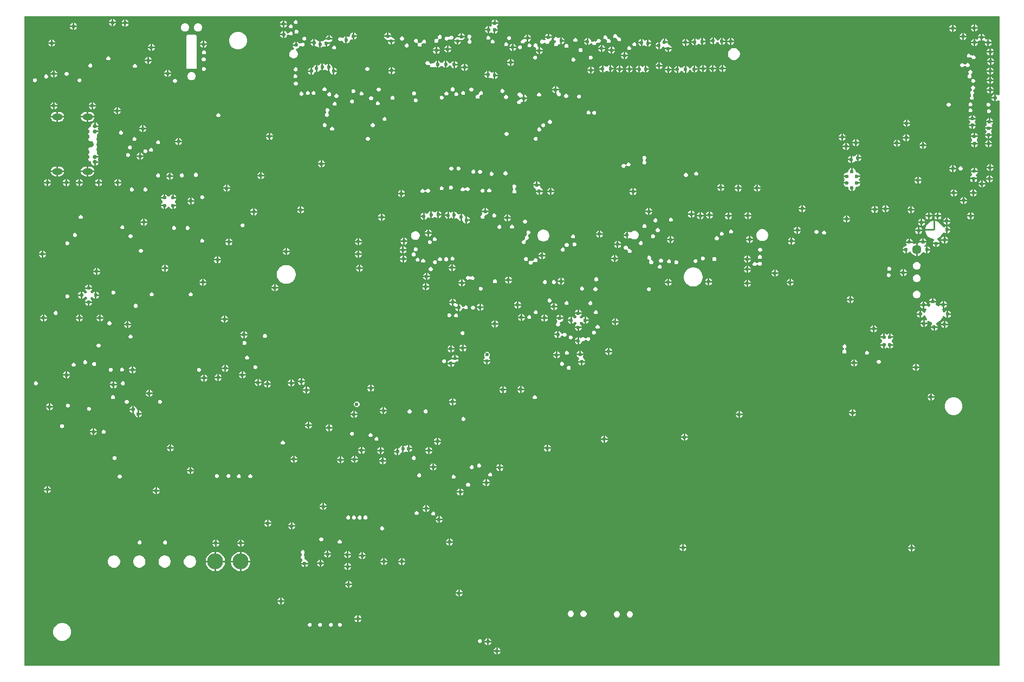
<source format=gbr>
%TF.GenerationSoftware,Altium Limited,Altium Designer,25.8.1 (18)*%
G04 Layer_Physical_Order=2*
G04 Layer_Color=6736896*
%FSLAX45Y45*%
%MOMM*%
%TF.SameCoordinates,C91546C2-10F2-4142-A55A-9FF34A01A7B4*%
%TF.FilePolarity,Positive*%
%TF.FileFunction,Copper,L2,Inr,Signal*%
%TF.Part,Single*%
G01*
G75*
%TA.AperFunction,ComponentPad*%
%ADD150C,1.45000*%
%ADD151C,0.65000*%
%ADD152O,1.60000X1.00000*%
%ADD153C,2.50000*%
%TA.AperFunction,ViaPad*%
%ADD164C,0.60000*%
G36*
X17777460Y11469034D02*
X17752060Y11460087D01*
X17742801Y11469346D01*
X17724120Y11477084D01*
Y11422380D01*
Y11367676D01*
X17742801Y11375414D01*
X17752060Y11384673D01*
X17777460Y11375726D01*
Y2542540D01*
X17774921Y2540000D01*
X2540000D01*
Y12700000D01*
X17777460D01*
Y11469034D01*
D02*
G37*
%LPC*%
G36*
X3931920Y12655644D02*
Y12613640D01*
X3973924D01*
X3966186Y12632321D01*
X3950601Y12647906D01*
X3931920Y12655644D01*
D02*
G37*
G36*
X3906520D02*
X3887839Y12647906D01*
X3872254Y12632321D01*
X3864516Y12613640D01*
X3906520D01*
Y12655644D01*
D02*
G37*
G36*
X4127500Y12650564D02*
Y12608560D01*
X4169504D01*
X4161766Y12627241D01*
X4146181Y12642826D01*
X4127500Y12650564D01*
D02*
G37*
G36*
X4102100D02*
X4083419Y12642826D01*
X4067834Y12627241D01*
X4060096Y12608560D01*
X4102100D01*
Y12650564D01*
D02*
G37*
G36*
X9903460Y12648024D02*
Y12606020D01*
X9945464D01*
X9937726Y12624701D01*
X9922141Y12640286D01*
X9903460Y12648024D01*
D02*
G37*
G36*
X9878060D02*
X9859379Y12640286D01*
X9843794Y12624701D01*
X9836056Y12606020D01*
X9878060D01*
Y12648024D01*
D02*
G37*
G36*
X6604000Y12635324D02*
Y12593320D01*
X6646004D01*
X6638266Y12612001D01*
X6622681Y12627586D01*
X6604000Y12635324D01*
D02*
G37*
G36*
X6578600D02*
X6559919Y12627586D01*
X6544334Y12612001D01*
X6536596Y12593320D01*
X6578600D01*
Y12635324D01*
D02*
G37*
G36*
X6786067Y12640500D02*
X6773933D01*
X6762723Y12635856D01*
X6754143Y12627276D01*
X6749500Y12616067D01*
Y12603933D01*
X6754143Y12592723D01*
X6762723Y12584143D01*
X6773933Y12579500D01*
X6786067D01*
X6797276Y12584143D01*
X6805856Y12592723D01*
X6810500Y12603933D01*
Y12616067D01*
X6805856Y12627276D01*
X6797276Y12635856D01*
X6786067Y12640500D01*
D02*
G37*
G36*
X3322700Y12594704D02*
Y12552700D01*
X3364704D01*
X3356966Y12571382D01*
X3341382Y12586966D01*
X3322700Y12594704D01*
D02*
G37*
G36*
X3297300D02*
X3278619Y12586966D01*
X3263034Y12571382D01*
X3255296Y12552700D01*
X3297300D01*
Y12594704D01*
D02*
G37*
G36*
X3973924Y12588240D02*
X3931920D01*
Y12546236D01*
X3950601Y12553974D01*
X3966186Y12569559D01*
X3973924Y12588240D01*
D02*
G37*
G36*
X3906520D02*
X3864516D01*
X3872254Y12569559D01*
X3887839Y12553974D01*
X3906520Y12546236D01*
Y12588240D01*
D02*
G37*
G36*
X4169504Y12583160D02*
X4127500D01*
Y12541156D01*
X4146181Y12548894D01*
X4161766Y12564479D01*
X4169504Y12583160D01*
D02*
G37*
G36*
X4102100D02*
X4060096D01*
X4067834Y12564479D01*
X4083419Y12548894D01*
X4102100Y12541156D01*
Y12583160D01*
D02*
G37*
G36*
X9945464Y12580620D02*
X9836056D01*
X9843794Y12561939D01*
X9834783Y12540489D01*
X9831073Y12536931D01*
X9827382Y12536925D01*
X9825621Y12538686D01*
X9806940Y12546424D01*
Y12491720D01*
Y12437016D01*
X9825621Y12444754D01*
X9834858Y12453991D01*
X9841254Y12452718D01*
X9856839Y12437134D01*
X9875520Y12429396D01*
Y12484100D01*
X9888220D01*
Y12496800D01*
X9942924D01*
X9935186Y12515481D01*
X9928975Y12521692D01*
X9923777Y12540451D01*
X9929821Y12554034D01*
X9937726Y12561939D01*
X9945464Y12580620D01*
D02*
G37*
G36*
X17396460Y12571824D02*
Y12529820D01*
X17438464D01*
X17430727Y12548501D01*
X17415141Y12564086D01*
X17396460Y12571824D01*
D02*
G37*
G36*
X17371060D02*
X17352379Y12564086D01*
X17336794Y12548501D01*
X17329056Y12529820D01*
X17371060D01*
Y12571824D01*
D02*
G37*
G36*
X6646004Y12567920D02*
X6604000D01*
Y12525916D01*
X6622681Y12533654D01*
X6638266Y12549239D01*
X6646004Y12567920D01*
D02*
G37*
G36*
X6578600D02*
X6536596D01*
X6544334Y12549239D01*
X6559919Y12533654D01*
X6578600Y12525916D01*
Y12567920D01*
D02*
G37*
G36*
X17061180Y12566744D02*
Y12524740D01*
X17103185D01*
X17095445Y12543421D01*
X17079861Y12559006D01*
X17061180Y12566744D01*
D02*
G37*
G36*
X17035780D02*
X17017099Y12559006D01*
X17001514Y12543421D01*
X16993776Y12524740D01*
X17035780D01*
Y12566744D01*
D02*
G37*
G36*
X6708872Y12573314D02*
X6696738D01*
X6685529Y12568671D01*
X6676949Y12560091D01*
X6672305Y12548881D01*
Y12536748D01*
X6676949Y12525538D01*
X6685529Y12516958D01*
X6696738Y12512315D01*
X6708872D01*
X6720082Y12516958D01*
X6728662Y12525538D01*
X6733305Y12536748D01*
Y12548881D01*
X6728662Y12560091D01*
X6720082Y12568671D01*
X6708872Y12573314D01*
D02*
G37*
G36*
X9781540Y12546424D02*
X9762859Y12538686D01*
X9747274Y12523101D01*
X9739536Y12504420D01*
X9781540D01*
Y12546424D01*
D02*
G37*
G36*
X3364704Y12527300D02*
X3322700D01*
Y12485296D01*
X3341382Y12493034D01*
X3356966Y12508619D01*
X3364704Y12527300D01*
D02*
G37*
G36*
X3297300D02*
X3255296D01*
X3263034Y12508619D01*
X3278619Y12493034D01*
X3297300Y12485296D01*
Y12527300D01*
D02*
G37*
G36*
X17438464Y12504420D02*
X17396460D01*
Y12462416D01*
X17415141Y12470154D01*
X17430727Y12485739D01*
X17438464Y12504420D01*
D02*
G37*
G36*
X17371060D02*
X17329056D01*
X17336794Y12485739D01*
X17352379Y12470154D01*
X17371060Y12462416D01*
Y12504420D01*
D02*
G37*
G36*
X5265357Y12586762D02*
X5240473D01*
X5217483Y12577239D01*
X5199888Y12559643D01*
X5190365Y12536654D01*
Y12511770D01*
X5199888Y12488780D01*
X5217483Y12471185D01*
X5240473Y12461662D01*
X5265357D01*
X5288346Y12471185D01*
X5305942Y12488780D01*
X5315465Y12511770D01*
Y12536654D01*
X5305942Y12559643D01*
X5288346Y12577239D01*
X5265357Y12586762D01*
D02*
G37*
G36*
X5062357D02*
X5037473D01*
X5014483Y12577239D01*
X4996888Y12559643D01*
X4987365Y12536654D01*
Y12511770D01*
X4996888Y12488780D01*
X5014483Y12471185D01*
X5037473Y12461662D01*
X5062357D01*
X5085346Y12471185D01*
X5102942Y12488780D01*
X5112465Y12511770D01*
Y12536654D01*
X5102942Y12559643D01*
X5085346Y12577239D01*
X5062357Y12586762D01*
D02*
G37*
G36*
X17035780Y12499340D02*
X16993776D01*
X17001514Y12480659D01*
X17017099Y12465074D01*
X17035780Y12457336D01*
Y12499340D01*
D02*
G37*
G36*
X17103185D02*
X17061180D01*
Y12457336D01*
X17079861Y12465074D01*
X17095445Y12480659D01*
X17103185Y12499340D01*
D02*
G37*
G36*
X9781540Y12479020D02*
X9739536D01*
X9747274Y12460339D01*
X9762859Y12444754D01*
X9781540Y12437016D01*
Y12479020D01*
D02*
G37*
G36*
X9942924Y12471400D02*
X9900920D01*
Y12429396D01*
X9919601Y12437134D01*
X9935186Y12452719D01*
X9942924Y12471400D01*
D02*
G37*
G36*
X6798027Y12489200D02*
X6785893D01*
X6774683Y12484556D01*
X6766104Y12475977D01*
X6761460Y12464767D01*
Y12452633D01*
X6766104Y12441423D01*
X6774683Y12432844D01*
X6785893Y12428200D01*
X6798027D01*
X6809237Y12432844D01*
X6817816Y12441423D01*
X6822460Y12452633D01*
Y12464767D01*
X6817816Y12475977D01*
X6809237Y12484556D01*
X6798027Y12489200D01*
D02*
G37*
G36*
X6581140Y12467684D02*
X6562459Y12459946D01*
X6546874Y12444361D01*
X6539136Y12425680D01*
X6581140D01*
Y12467684D01*
D02*
G37*
G36*
X6606540D02*
Y12412980D01*
Y12358276D01*
X6625221Y12366014D01*
X6640806Y12381599D01*
X6649240Y12401960D01*
X6649240Y12411702D01*
X6673673Y12417133D01*
X6677203Y12413663D01*
X6679415Y12411452D01*
X6685783Y12405084D01*
X6696993Y12400440D01*
X6709127D01*
X6720337Y12405084D01*
X6728916Y12413664D01*
X6733560Y12424873D01*
Y12437007D01*
X6728916Y12448217D01*
X6720337Y12456797D01*
X6709127Y12461440D01*
X6696993D01*
X6685783Y12456797D01*
X6677204Y12448217D01*
X6672560Y12437007D01*
X6670626Y12434016D01*
X6646136Y12431495D01*
X6640806Y12444361D01*
X6625221Y12459946D01*
X6606540Y12467684D01*
D02*
G37*
G36*
X8232140Y12442284D02*
Y12400280D01*
X8274144D01*
X8266406Y12418961D01*
X8250821Y12434546D01*
X8232140Y12442284D01*
D02*
G37*
G36*
X8206740D02*
X8188059Y12434546D01*
X8172474Y12418961D01*
X8164736Y12400280D01*
X8206740D01*
Y12442284D01*
D02*
G37*
G36*
X7693660D02*
Y12400280D01*
X7735664D01*
X7727926Y12418961D01*
X7712341Y12434546D01*
X7693660Y12442284D01*
D02*
G37*
G36*
X17223740Y12437204D02*
Y12395200D01*
X17265744D01*
X17258006Y12413881D01*
X17242421Y12429466D01*
X17223740Y12437204D01*
D02*
G37*
G36*
X17198340D02*
X17179659Y12429466D01*
X17164075Y12413881D01*
X17156335Y12395200D01*
X17198340D01*
Y12437204D01*
D02*
G37*
G36*
X9383180Y12437064D02*
Y12395060D01*
X9425184D01*
X9417446Y12413741D01*
X9401862Y12429326D01*
X9383180Y12437064D01*
D02*
G37*
G36*
X9357780D02*
X9339099Y12429326D01*
X9323514Y12413741D01*
X9315776Y12395060D01*
X9357780D01*
Y12437064D01*
D02*
G37*
G36*
X17510760Y12424504D02*
Y12382500D01*
X17552763D01*
X17545026Y12401181D01*
X17529440Y12416766D01*
X17510760Y12424504D01*
D02*
G37*
G36*
X17485361D02*
X17466679Y12416766D01*
X17451094Y12401181D01*
X17443356Y12382500D01*
X17485361D01*
Y12424504D01*
D02*
G37*
G36*
X10740692D02*
Y12382500D01*
X10782696D01*
X10774958Y12401181D01*
X10759373Y12416766D01*
X10740692Y12424504D01*
D02*
G37*
G36*
X10715292D02*
X10696610Y12416766D01*
X10681026Y12401181D01*
X10673288Y12382500D01*
X10715292D01*
Y12424504D01*
D02*
G37*
G36*
X9216961Y12396989D02*
X9204827D01*
X9193618Y12392346D01*
X9185038Y12383766D01*
X9184428Y12382294D01*
X9184208Y12382150D01*
X9157315Y12376686D01*
X9156747Y12376788D01*
X9155801Y12377735D01*
X9144591Y12382378D01*
X9132457D01*
X9121248Y12377735D01*
X9112668Y12369155D01*
X9108024Y12357945D01*
Y12345811D01*
X9112668Y12334602D01*
X9121248Y12326022D01*
X9132457Y12321378D01*
X9144591D01*
X9155801Y12326022D01*
X9164381Y12334602D01*
X9164990Y12336073D01*
X9165210Y12336217D01*
X9192103Y12341681D01*
X9192671Y12341579D01*
X9193618Y12340633D01*
X9204827Y12335989D01*
X9216961D01*
X9228171Y12340633D01*
X9236751Y12349213D01*
X9241394Y12360422D01*
Y12372556D01*
X9236751Y12383766D01*
X9228171Y12392346D01*
X9216961Y12396989D01*
D02*
G37*
G36*
X7668260Y12442284D02*
X7649579Y12434546D01*
X7633994Y12418961D01*
X7625560Y12398600D01*
Y12387068D01*
X7600581Y12376126D01*
X7581900Y12383864D01*
Y12329160D01*
Y12274456D01*
X7600581Y12282194D01*
X7616166Y12297779D01*
X7624600Y12318140D01*
Y12329672D01*
X7649579Y12340614D01*
X7668260Y12332876D01*
Y12387580D01*
Y12442284D01*
D02*
G37*
G36*
X10416540Y12411804D02*
Y12369800D01*
X10458544D01*
X10450806Y12388481D01*
X10435221Y12404066D01*
X10416540Y12411804D01*
D02*
G37*
G36*
X10391140D02*
X10372459Y12404066D01*
X10356874Y12388481D01*
X10349136Y12369800D01*
X10391140D01*
Y12411804D01*
D02*
G37*
G36*
X7315200Y12404704D02*
Y12362700D01*
X7357204D01*
X7349466Y12381381D01*
X7333881Y12396966D01*
X7315200Y12404704D01*
D02*
G37*
G36*
X7289800D02*
X7271119Y12396966D01*
X7255534Y12381381D01*
X7247796Y12362700D01*
X7289800D01*
Y12404704D01*
D02*
G37*
G36*
X7556500Y12383864D02*
X7537819Y12376126D01*
X7524506Y12362814D01*
X7512705Y12361143D01*
X7495441Y12362232D01*
X7489957Y12367716D01*
X7478747Y12372360D01*
X7466613D01*
X7455403Y12367716D01*
X7446824Y12359137D01*
X7442180Y12347927D01*
Y12335793D01*
X7446824Y12324583D01*
X7455403Y12316004D01*
X7466613Y12311360D01*
X7478747D01*
X7489956Y12316004D01*
X7491296Y12316123D01*
X7517534Y12309126D01*
X7522234Y12297779D01*
X7537819Y12282194D01*
X7556500Y12274456D01*
Y12329160D01*
Y12383864D01*
D02*
G37*
G36*
X6581140Y12400280D02*
X6539136D01*
X6546874Y12381599D01*
X6562459Y12366014D01*
X6581140Y12358276D01*
Y12400280D01*
D02*
G37*
G36*
X9038307Y12407920D02*
X9026173D01*
X9014963Y12403276D01*
X9006384Y12394697D01*
X9001740Y12383487D01*
Y12371353D01*
X9004991Y12363505D01*
X8997940Y12352553D01*
X8987876Y12343504D01*
X8983375Y12345368D01*
X8971241D01*
X8960032Y12340725D01*
X8951452Y12332145D01*
X8946808Y12320935D01*
Y12308801D01*
X8951452Y12297592D01*
X8960032Y12289012D01*
X8971241Y12284368D01*
X8983375D01*
X8994585Y12289012D01*
X9003165Y12297592D01*
X9007808Y12308801D01*
Y12320935D01*
X9004558Y12328783D01*
X9011608Y12339735D01*
X9021672Y12348784D01*
X9026173Y12346920D01*
X9038307D01*
X9049517Y12351564D01*
X9058096Y12360143D01*
X9062740Y12371353D01*
Y12383487D01*
X9058096Y12394697D01*
X9049517Y12403276D01*
X9038307Y12407920D01*
D02*
G37*
G36*
X13119099Y12358464D02*
X13100420Y12350726D01*
X13087434Y12337741D01*
X13081497Y12335099D01*
X13057196Y12334791D01*
X13048882Y12343106D01*
X13030200Y12350844D01*
Y12296140D01*
Y12241436D01*
X13048882Y12249174D01*
X13061867Y12262159D01*
X13067802Y12264801D01*
X13092104Y12265109D01*
X13100420Y12256794D01*
X13119099Y12249056D01*
Y12303760D01*
Y12358464D01*
D02*
G37*
G36*
X7735664Y12374880D02*
X7693660D01*
Y12332876D01*
X7712341Y12340614D01*
X7727926Y12356199D01*
X7735664Y12374880D01*
D02*
G37*
G36*
X17485361Y12357100D02*
X17443356D01*
X17446346Y12349884D01*
X17447803Y12346366D01*
X17426270Y12331979D01*
X17424043Y12334203D01*
X17420221Y12338026D01*
X17401540Y12345764D01*
Y12303760D01*
X17443544D01*
X17440555Y12310976D01*
X17439098Y12314494D01*
X17460631Y12328881D01*
X17462856Y12326657D01*
X17466679Y12322834D01*
X17485361Y12315096D01*
Y12357100D01*
D02*
G37*
G36*
X9795227Y12392680D02*
X9783093D01*
X9771883Y12388036D01*
X9763304Y12379457D01*
X9758660Y12368247D01*
Y12356113D01*
X9763304Y12344903D01*
X9771883Y12336324D01*
X9783093Y12331680D01*
X9795227D01*
X9806437Y12336324D01*
X9815016Y12344903D01*
X9819660Y12356113D01*
Y12368247D01*
X9815016Y12379457D01*
X9806437Y12388036D01*
X9795227Y12392680D01*
D02*
G37*
G36*
X13291820Y12371164D02*
X13273138Y12363426D01*
X13257555Y12347841D01*
X13249815Y12329160D01*
X13291820D01*
Y12371164D01*
D02*
G37*
G36*
X10939780D02*
Y12329160D01*
X10981784D01*
X10974046Y12347841D01*
X10958461Y12363426D01*
X10939780Y12371164D01*
D02*
G37*
G36*
X10120347Y12390140D02*
X10108213D01*
X10097003Y12385496D01*
X10088424Y12376917D01*
X10083780Y12365707D01*
Y12353573D01*
X10088424Y12342363D01*
X10097003Y12333784D01*
X10108213Y12329140D01*
X10120347D01*
X10131557Y12333784D01*
X10140136Y12342363D01*
X10144780Y12353573D01*
Y12365707D01*
X10140136Y12376917D01*
X10131557Y12385496D01*
X10120347Y12390140D01*
D02*
G37*
G36*
X17265744Y12369800D02*
X17223740D01*
Y12327796D01*
X17242421Y12335534D01*
X17258006Y12351119D01*
X17265744Y12369800D01*
D02*
G37*
G36*
X17198340D02*
X17156335D01*
X17164075Y12351119D01*
X17179659Y12335534D01*
X17198340Y12327796D01*
Y12369800D01*
D02*
G37*
G36*
X9425184Y12369660D02*
X9313957D01*
X9313730Y12369320D01*
X9300620D01*
X9280259Y12360886D01*
X9264674Y12345301D01*
X9256936Y12326620D01*
X9368163D01*
X9368390Y12326960D01*
X9381500D01*
X9401862Y12335394D01*
X9417446Y12350979D01*
X9425184Y12369660D01*
D02*
G37*
G36*
X10782696Y12357100D02*
X10673288D01*
X10681026Y12338419D01*
X10681920Y12337524D01*
X10678066Y12329374D01*
X10674412Y12327593D01*
X10648335Y12325918D01*
X10647177Y12327076D01*
X10635967Y12331720D01*
X10623833D01*
X10612623Y12327076D01*
X10604044Y12318497D01*
X10599400Y12307287D01*
Y12295153D01*
X10604044Y12283943D01*
X10612623Y12275364D01*
X10623833Y12270720D01*
X10635967D01*
X10647177Y12275364D01*
X10655756Y12283943D01*
X10657184Y12287389D01*
X10657440Y12287439D01*
X10683630Y12284863D01*
X10685324Y12280775D01*
X10693903Y12272195D01*
X10705113Y12267552D01*
X10717247D01*
X10728457Y12272195D01*
X10737036Y12280775D01*
X10741680Y12291985D01*
Y12304118D01*
X10759373Y12322834D01*
X10774958Y12338419D01*
X10782696Y12357100D01*
D02*
G37*
G36*
X8277244Y12374880D02*
X8164736D01*
X8172474Y12356199D01*
X8188059Y12340614D01*
X8196059Y12337300D01*
X8214976Y12324080D01*
X8327484D01*
X8319746Y12342761D01*
X8304161Y12358346D01*
X8296161Y12361660D01*
X8277244Y12374880D01*
D02*
G37*
G36*
X8446487Y12382520D02*
X8434353D01*
X8423143Y12377876D01*
X8414564Y12369297D01*
X8409920Y12358087D01*
Y12345953D01*
X8414564Y12334743D01*
X8423143Y12326164D01*
X8434353Y12321520D01*
X8446487D01*
X8457697Y12326164D01*
X8466276Y12334743D01*
X8470920Y12345953D01*
Y12358087D01*
X8466276Y12369297D01*
X8457697Y12377876D01*
X8446487Y12382520D01*
D02*
G37*
G36*
X13591541Y12361004D02*
Y12319000D01*
X13633543D01*
X13625806Y12337681D01*
X13610220Y12353266D01*
X13591541Y12361004D01*
D02*
G37*
G36*
X13566141D02*
X13547459Y12353266D01*
X13531874Y12337681D01*
X13524136Y12319000D01*
X13566141D01*
Y12361004D01*
D02*
G37*
G36*
X13451840D02*
Y12319000D01*
X13493845D01*
X13486105Y12337681D01*
X13470522Y12353266D01*
X13451840Y12361004D01*
D02*
G37*
G36*
X6919947Y12379980D02*
X6907813D01*
X6896603Y12375336D01*
X6888024Y12366757D01*
X6883380Y12355547D01*
Y12343413D01*
X6888024Y12332203D01*
X6896603Y12323624D01*
X6907813Y12318980D01*
X6919947D01*
X6931157Y12323624D01*
X6939736Y12332203D01*
X6944380Y12343413D01*
Y12355547D01*
X6939736Y12366757D01*
X6931157Y12375336D01*
X6919947Y12379980D01*
D02*
G37*
G36*
X13144501Y12358464D02*
Y12316460D01*
X13186504D01*
X13178766Y12335141D01*
X13163181Y12350726D01*
X13144501Y12358464D01*
D02*
G37*
G36*
X11328400D02*
X11309719Y12350726D01*
X11294134Y12335141D01*
X11286396Y12316460D01*
X11328400D01*
Y12358464D01*
D02*
G37*
G36*
X7357204Y12337300D02*
X7244429D01*
X7225398Y12325326D01*
X7209814Y12309742D01*
X7182910Y12311163D01*
X7172960Y12315284D01*
Y12260580D01*
Y12205876D01*
X7191641Y12213614D01*
X7207226Y12229198D01*
X7234130Y12227777D01*
X7244080Y12223656D01*
Y12278360D01*
X7256780D01*
Y12291060D01*
X7314851D01*
X7333882Y12303034D01*
X7349466Y12318618D01*
X7357204Y12337300D01*
D02*
G37*
G36*
X13004800Y12350844D02*
X12986119Y12343106D01*
X12970534Y12327521D01*
X12962796Y12308840D01*
X13004800D01*
Y12350844D01*
D02*
G37*
G36*
X12555220D02*
Y12308840D01*
X12597224D01*
X12589486Y12327521D01*
X12573901Y12343106D01*
X12555220Y12350844D01*
D02*
G37*
G36*
X11778981Y12418080D02*
X11766848D01*
X11755638Y12413436D01*
X11747058Y12404857D01*
X11742415Y12393647D01*
Y12381513D01*
X11747058Y12370303D01*
X11755638Y12361724D01*
X11766848Y12357080D01*
X11778981D01*
X11781069Y12357945D01*
X11791532Y12352051D01*
X11803360Y12341706D01*
Y12333253D01*
X11808004Y12322043D01*
X11816583Y12313464D01*
X11827793Y12308820D01*
X11839927D01*
X11851137Y12313464D01*
X11859716Y12322043D01*
X11864360Y12333253D01*
Y12345387D01*
X11859716Y12356597D01*
X11851137Y12365176D01*
X11839927Y12369820D01*
X11827793D01*
X11825705Y12368955D01*
X11815243Y12374849D01*
X11803414Y12385194D01*
Y12393647D01*
X11798771Y12404857D01*
X11790191Y12413436D01*
X11778981Y12418080D01*
D02*
G37*
G36*
X17376140Y12345764D02*
X17357458Y12338026D01*
X17341875Y12322441D01*
X17334135Y12303760D01*
X17376140D01*
Y12345764D01*
D02*
G37*
G36*
X12882880D02*
Y12303760D01*
X12924884D01*
X12917146Y12322441D01*
X12901561Y12338026D01*
X12882880Y12345764D01*
D02*
G37*
G36*
X12857480D02*
X12838799Y12338026D01*
X12823215Y12322441D01*
X12815475Y12303760D01*
X12857480D01*
Y12345764D01*
D02*
G37*
G36*
X10458544Y12344400D02*
X10416540D01*
Y12302396D01*
X10435221Y12310134D01*
X10450806Y12325719D01*
X10458544Y12344400D01*
D02*
G37*
G36*
X10391140D02*
X10340691D01*
X10338136Y12340690D01*
X10325843Y12334260D01*
X10321573D01*
X10310363Y12329616D01*
X10301784Y12321037D01*
X10297140Y12309827D01*
Y12297693D01*
X10301784Y12286483D01*
X10310363Y12277904D01*
X10321573Y12273260D01*
X10333707D01*
X10344917Y12277904D01*
X10353496Y12286483D01*
X10355655Y12291694D01*
X10362291Y12298976D01*
X10383540Y12305544D01*
X10391140Y12302396D01*
Y12344400D01*
D02*
G37*
G36*
X17614900Y12343224D02*
Y12301220D01*
X17656905D01*
X17649165Y12319901D01*
X17633582Y12335486D01*
X17614900Y12343224D01*
D02*
G37*
G36*
X17552763Y12357100D02*
X17510760D01*
Y12315096D01*
X17528854Y12322591D01*
X17531168Y12321565D01*
X17550146Y12307617D01*
X17547496Y12301220D01*
X17589500D01*
Y12343224D01*
X17571405Y12335729D01*
X17569093Y12336755D01*
X17550114Y12350703D01*
X17552763Y12357100D01*
D02*
G37*
G36*
X12171680Y12343224D02*
X12152999Y12335486D01*
X12137414Y12319901D01*
X12129676Y12301220D01*
X12171680D01*
Y12343224D01*
D02*
G37*
G36*
X7056120D02*
X7037439Y12335486D01*
X7021854Y12319901D01*
X7014116Y12301220D01*
X7056120D01*
Y12343224D01*
D02*
G37*
G36*
X11156667Y12359660D02*
X11144533D01*
X11133323Y12355016D01*
X11124744Y12346437D01*
X11120100Y12335227D01*
Y12323093D01*
X11124744Y12311883D01*
X11133323Y12303304D01*
X11144533Y12298660D01*
X11156667D01*
X11167877Y12303304D01*
X11176456Y12311883D01*
X11181100Y12323093D01*
Y12335227D01*
X11176456Y12346437D01*
X11167877Y12355016D01*
X11156667Y12359660D01*
D02*
G37*
G36*
X12529820Y12350844D02*
X12511139Y12343106D01*
X12495554Y12327521D01*
X12487120Y12307160D01*
X12468865Y12294962D01*
X12468860Y12294964D01*
Y12240260D01*
Y12185556D01*
X12487541Y12193294D01*
X12503126Y12208879D01*
X12511560Y12229240D01*
X12513642Y12230631D01*
X12528106Y12227041D01*
X12544176Y12207240D01*
X12655644D01*
X12647906Y12225921D01*
X12632321Y12241506D01*
X12611960Y12249940D01*
X12608748D01*
X12607197Y12251133D01*
X12593869Y12275340D01*
X12597224Y12283440D01*
X12542520D01*
Y12296140D01*
X12529820D01*
Y12350844D01*
D02*
G37*
G36*
X2982700Y12334704D02*
Y12292700D01*
X3024704D01*
X3016966Y12311382D01*
X3001382Y12326966D01*
X2982700Y12334704D01*
D02*
G37*
G36*
X2957300D02*
X2938619Y12326966D01*
X2923035Y12311382D01*
X2915296Y12292700D01*
X2957300D01*
Y12334704D01*
D02*
G37*
G36*
X12296140Y12333064D02*
Y12291060D01*
X12338144D01*
X12330406Y12309741D01*
X12314821Y12325326D01*
X12296140Y12333064D01*
D02*
G37*
G36*
X11353800Y12358464D02*
Y12303760D01*
Y12249056D01*
X11372481Y12256794D01*
X11388066Y12272379D01*
X11389340Y12275455D01*
X11411447Y12272703D01*
X11415132Y12271348D01*
X11419384Y12261083D01*
X11427963Y12252504D01*
X11439173Y12247860D01*
X11451307D01*
X11462517Y12252504D01*
X11471096Y12261083D01*
X11475740Y12272293D01*
Y12278026D01*
X11494767Y12289394D01*
X11499206Y12290553D01*
X11510293Y12285960D01*
X11522427D01*
X11533637Y12290604D01*
X11542216Y12299183D01*
X11546860Y12310393D01*
Y12322527D01*
X11542216Y12333737D01*
X11533637Y12342316D01*
X11522427Y12346960D01*
X11510293D01*
X11499083Y12342316D01*
X11490504Y12333737D01*
X11485860Y12322527D01*
Y12316794D01*
X11466833Y12305426D01*
X11462394Y12304267D01*
X11451307Y12308860D01*
X11439173D01*
X11427963Y12304216D01*
X11421900Y12298153D01*
X11410133Y12299802D01*
X11396500Y12305940D01*
Y12314780D01*
X11388066Y12335141D01*
X11372481Y12350726D01*
X11353800Y12358464D01*
D02*
G37*
G36*
X11624027Y12402840D02*
X11611893D01*
X11600683Y12398196D01*
X11592104Y12389617D01*
X11587460Y12378407D01*
Y12366273D01*
X11592104Y12355063D01*
X11600683Y12346484D01*
X11611893Y12341840D01*
X11624027D01*
X11641454Y12321566D01*
X11640800Y12319987D01*
Y12307853D01*
X11645444Y12296643D01*
X11654023Y12288064D01*
X11665233Y12283420D01*
X11677367D01*
X11688577Y12288064D01*
X11697156Y12296643D01*
X11701800Y12307853D01*
Y12319987D01*
X11697156Y12331197D01*
X11688577Y12339776D01*
X11677367Y12344420D01*
X11665233D01*
X11647806Y12364694D01*
X11648460Y12366273D01*
Y12378407D01*
X11643816Y12389617D01*
X11635237Y12398196D01*
X11624027Y12402840D01*
D02*
G37*
G36*
X5354320Y12317824D02*
Y12275820D01*
X5396324D01*
X5388586Y12294501D01*
X5373001Y12310086D01*
X5354320Y12317824D01*
D02*
G37*
G36*
X5328920D02*
X5310239Y12310086D01*
X5294654Y12294501D01*
X5286916Y12275820D01*
X5328920D01*
Y12317824D01*
D02*
G37*
G36*
X9863807Y12334260D02*
X9851673D01*
X9840463Y12329616D01*
X9831884Y12321037D01*
X9827240Y12309827D01*
Y12297693D01*
X9831884Y12286483D01*
X9840463Y12277904D01*
X9851673Y12273260D01*
X9863807D01*
X9875017Y12277904D01*
X9883596Y12286483D01*
X9888240Y12297693D01*
Y12309827D01*
X9883596Y12321037D01*
X9875017Y12329616D01*
X9863807Y12334260D01*
D02*
G37*
G36*
X8666368Y12345655D02*
X8654235D01*
X8643025Y12341012D01*
X8634445Y12332432D01*
X8629802Y12321222D01*
Y12309089D01*
X8634445Y12297879D01*
X8643025Y12289299D01*
X8654235Y12284656D01*
X8666368D01*
X8672751Y12287299D01*
X8687482Y12273588D01*
X8690646Y12269180D01*
X8686440Y12259027D01*
Y12246893D01*
X8691084Y12235683D01*
X8699664Y12227104D01*
X8710873Y12222460D01*
X8723007D01*
X8734217Y12227104D01*
X8742797Y12235683D01*
X8747440Y12246893D01*
X8747440Y12255960D01*
X8748302Y12262299D01*
X8748865Y12264435D01*
X8776006Y12274829D01*
X8779793Y12273260D01*
X8791927D01*
X8803137Y12277904D01*
X8811716Y12286483D01*
X8816360Y12297693D01*
Y12309827D01*
X8811716Y12321037D01*
X8803137Y12329616D01*
X8791927Y12334260D01*
X8779793D01*
X8768583Y12329616D01*
X8760004Y12321037D01*
X8755360Y12309827D01*
X8755360Y12300760D01*
X8754498Y12294421D01*
X8753935Y12292285D01*
X8726794Y12281891D01*
X8723007Y12283460D01*
X8710873D01*
X8704491Y12280816D01*
X8689760Y12294527D01*
X8686596Y12298936D01*
X8690802Y12309089D01*
Y12321222D01*
X8686158Y12332432D01*
X8677578Y12341012D01*
X8666368Y12345655D01*
D02*
G37*
G36*
X9500587Y12413000D02*
X9488453D01*
X9477243Y12408356D01*
X9468664Y12399777D01*
X9464020Y12388567D01*
Y12376433D01*
X9468664Y12365223D01*
X9477243Y12356644D01*
X9481017Y12355080D01*
X9483301Y12328534D01*
X9479783Y12327076D01*
X9471204Y12318497D01*
X9466560Y12307287D01*
Y12295153D01*
X9471204Y12283943D01*
X9479783Y12275364D01*
X9490993Y12270720D01*
X9503127D01*
X9514337Y12275364D01*
X9522916Y12283943D01*
X9527560Y12295153D01*
Y12307287D01*
X9522916Y12318497D01*
X9514337Y12327076D01*
X9510563Y12328640D01*
X9508279Y12355186D01*
X9511797Y12356644D01*
X9520376Y12365223D01*
X9525020Y12376433D01*
Y12388567D01*
X9520376Y12399777D01*
X9511797Y12408356D01*
X9500587Y12413000D01*
D02*
G37*
G36*
X13291820Y12303760D02*
X13249815D01*
X13257555Y12285079D01*
X13273138Y12269494D01*
X13291820Y12261756D01*
Y12303760D01*
D02*
G37*
G36*
X10981784D02*
X10939780D01*
Y12261756D01*
X10958461Y12269494D01*
X10974046Y12285079D01*
X10981784Y12303760D01*
D02*
G37*
G36*
X10851867Y12377440D02*
X10839733D01*
X10828523Y12372796D01*
X10819944Y12364217D01*
X10815300Y12353007D01*
Y12340873D01*
X10819944Y12329663D01*
X10828523Y12321084D01*
X10839733Y12316440D01*
X10842177D01*
X10842273Y12291080D01*
X10831063Y12286436D01*
X10822484Y12277857D01*
X10817840Y12266647D01*
Y12254513D01*
X10822484Y12243303D01*
X10831063Y12234724D01*
X10842273Y12230080D01*
X10854407D01*
X10865617Y12234724D01*
X10874196Y12243303D01*
X10877644Y12251627D01*
X10881999Y12255936D01*
X10904240Y12265956D01*
X10914380Y12261756D01*
Y12316460D01*
Y12371164D01*
X10898924Y12364762D01*
X10895699Y12363426D01*
X10895696D01*
X10871656Y12364217D01*
X10863077Y12372796D01*
X10851867Y12377440D01*
D02*
G37*
G36*
X6774180Y12302584D02*
X6755499Y12294846D01*
X6739914Y12279261D01*
X6732176Y12260580D01*
X6774180D01*
Y12302584D01*
D02*
G37*
G36*
X9366344Y12301220D02*
X9324340D01*
Y12259216D01*
X9343021Y12266954D01*
X9358606Y12282539D01*
X9366344Y12301220D01*
D02*
G37*
G36*
X9298940D02*
X9256936D01*
X9264674Y12282539D01*
X9280259Y12266954D01*
X9298940Y12259216D01*
Y12301220D01*
D02*
G37*
G36*
X8327484Y12298680D02*
X8285480D01*
Y12256676D01*
X8304161Y12264414D01*
X8319746Y12279999D01*
X8327484Y12298680D01*
D02*
G37*
G36*
X8260080D02*
X8218076D01*
X8225814Y12279999D01*
X8241399Y12264414D01*
X8260080Y12256676D01*
Y12298680D01*
D02*
G37*
G36*
X12443460Y12294964D02*
X12424779Y12287226D01*
X12409194Y12271641D01*
X12401456Y12252960D01*
X12443460D01*
Y12294964D01*
D02*
G37*
G36*
X13633543Y12293600D02*
X13591541D01*
Y12251596D01*
X13610220Y12259334D01*
X13625806Y12274919D01*
X13633543Y12293600D01*
D02*
G37*
G36*
X13566141D02*
X13524136D01*
X13531874Y12274919D01*
X13547459Y12259334D01*
X13566141Y12251596D01*
Y12293600D01*
D02*
G37*
G36*
X13493845D02*
X13451840D01*
Y12251596D01*
X13470522Y12259334D01*
X13486105Y12274919D01*
X13493845Y12293600D01*
D02*
G37*
G36*
X13317220Y12371164D02*
Y12316460D01*
Y12261756D01*
X13335901Y12269494D01*
X13351486Y12285079D01*
X13357634Y12299922D01*
X13383386Y12296211D01*
X13383740Y12295280D01*
X13384526Y12293384D01*
X13392174Y12274919D01*
X13407759Y12259334D01*
X13426440Y12251596D01*
Y12306300D01*
Y12361004D01*
X13407759Y12353266D01*
X13392174Y12337681D01*
X13386026Y12322838D01*
X13360274Y12326549D01*
X13359920Y12327480D01*
X13359134Y12329376D01*
X13351486Y12347841D01*
X13335901Y12363426D01*
X13317220Y12371164D01*
D02*
G37*
G36*
X13186504Y12291060D02*
X13144501D01*
Y12249056D01*
X13163181Y12256794D01*
X13178766Y12272379D01*
X13186504Y12291060D01*
D02*
G37*
G36*
X11328400D02*
X11286396D01*
X11294134Y12272379D01*
X11309719Y12256794D01*
X11328400Y12249056D01*
Y12291060D01*
D02*
G37*
G36*
X13004800Y12283440D02*
X12962796D01*
X12970534Y12264759D01*
X12986119Y12249174D01*
X13004800Y12241436D01*
Y12283440D01*
D02*
G37*
G36*
X12924884Y12278360D02*
X12882880D01*
Y12236356D01*
X12901561Y12244094D01*
X12917146Y12259679D01*
X12924884Y12278360D01*
D02*
G37*
G36*
X12857480D02*
X12815475D01*
X12823215Y12259679D01*
X12838799Y12244094D01*
X12857480Y12236356D01*
Y12278360D01*
D02*
G37*
G36*
X17443544D02*
X17401540D01*
Y12236356D01*
X17420221Y12244094D01*
X17435806Y12259679D01*
X17443544Y12278360D01*
D02*
G37*
G36*
X17376140D02*
X17334135D01*
X17341875Y12259679D01*
X17357458Y12244094D01*
X17376140Y12236356D01*
Y12278360D01*
D02*
G37*
G36*
X12171680Y12275820D02*
X12129676D01*
X12137414Y12257139D01*
X12152999Y12241554D01*
X12171680Y12233816D01*
Y12275820D01*
D02*
G37*
G36*
X7056120D02*
X7014116D01*
X7021854Y12257139D01*
X7037439Y12241554D01*
X7056120Y12233816D01*
Y12275820D01*
D02*
G37*
G36*
X17656905D02*
X17614900D01*
Y12233816D01*
X17633582Y12241554D01*
X17649165Y12257139D01*
X17656905Y12275820D01*
D02*
G37*
G36*
X17589500D02*
X17547496D01*
X17555234Y12257139D01*
X17570819Y12241554D01*
X17589500Y12233816D01*
Y12275820D01*
D02*
G37*
G36*
X12076147Y12293620D02*
X12064013D01*
X12052803Y12288976D01*
X12044224Y12280397D01*
X12039580Y12269187D01*
Y12257053D01*
X12044224Y12245843D01*
X12052803Y12237264D01*
X12064013Y12232620D01*
X12076147D01*
X12087357Y12237264D01*
X12095936Y12245843D01*
X12100580Y12257053D01*
Y12269187D01*
X12095936Y12280397D01*
X12087357Y12288976D01*
X12076147Y12293620D01*
D02*
G37*
G36*
X10074627D02*
X10062493D01*
X10051283Y12288976D01*
X10042704Y12280397D01*
X10038060Y12269187D01*
Y12257053D01*
X10042704Y12245843D01*
X10051283Y12237264D01*
X10062493Y12232620D01*
X10074627D01*
X10085837Y12237264D01*
X10094416Y12245843D01*
X10099060Y12257053D01*
Y12269187D01*
X10094416Y12280397D01*
X10085837Y12288976D01*
X10074627Y12293620D01*
D02*
G37*
G36*
X10182860Y12269564D02*
Y12227560D01*
X10224864D01*
X10217126Y12246241D01*
X10201541Y12261826D01*
X10182860Y12269564D01*
D02*
G37*
G36*
X10157460D02*
X10138779Y12261826D01*
X10123194Y12246241D01*
X10115456Y12227560D01*
X10157460D01*
Y12269564D01*
D02*
G37*
G36*
X6799580Y12302584D02*
Y12247880D01*
X6786880D01*
Y12235180D01*
X6732176D01*
X6739914Y12216499D01*
X6753013Y12203400D01*
X6751405Y12191783D01*
X6745226Y12178000D01*
X6738548D01*
X6721253Y12173366D01*
X6705747Y12164413D01*
X6693087Y12151753D01*
X6684134Y12136247D01*
X6679500Y12118952D01*
Y12101048D01*
X6684134Y12083753D01*
X6693087Y12068247D01*
X6705747Y12055587D01*
X6721253Y12046634D01*
X6738548Y12042000D01*
X6756452D01*
X6773747Y12046634D01*
X6789253Y12055587D01*
X6801913Y12068247D01*
X6810866Y12083753D01*
X6815500Y12101048D01*
Y12118952D01*
X6810866Y12136247D01*
X6801913Y12151753D01*
X6789253Y12164413D01*
X6784634Y12167080D01*
X6791440Y12192480D01*
X6797900D01*
X6818261Y12200914D01*
X6833846Y12216499D01*
X6840162Y12231747D01*
X6853440Y12236440D01*
X6855452Y12236796D01*
X6867629Y12236738D01*
X6872723Y12231644D01*
X6883933Y12227000D01*
X6896067D01*
X6907277Y12231644D01*
X6915856Y12240223D01*
X6920500Y12251433D01*
Y12263567D01*
X6915856Y12274777D01*
X6907277Y12283356D01*
X6896067Y12288000D01*
X6883933D01*
X6872723Y12283356D01*
X6864143Y12274777D01*
X6863670Y12273633D01*
X6836177Y12273634D01*
X6833846Y12279261D01*
X6818261Y12294846D01*
X6799580Y12302584D01*
D02*
G37*
G36*
X3024704Y12267300D02*
X2982700D01*
Y12225296D01*
X3001382Y12233034D01*
X3016966Y12248619D01*
X3024704Y12267300D01*
D02*
G37*
G36*
X2957300D02*
X2915296D01*
X2923035Y12248619D01*
X2938619Y12233034D01*
X2957300Y12225296D01*
Y12267300D01*
D02*
G37*
G36*
X12338144Y12265660D02*
X12296140D01*
Y12223656D01*
X12314821Y12231394D01*
X12330406Y12246979D01*
X12338144Y12265660D01*
D02*
G37*
G36*
X12197080Y12343224D02*
Y12288520D01*
Y12233816D01*
X12211892Y12239951D01*
X12236474Y12246978D01*
X12252059Y12231394D01*
X12270740Y12223656D01*
Y12278360D01*
Y12333064D01*
X12255928Y12326929D01*
X12231346Y12319902D01*
X12215761Y12335486D01*
X12197080Y12343224D01*
D02*
G37*
G36*
X7311484Y12265660D02*
X7269480D01*
Y12223656D01*
X7288161Y12231394D01*
X7303746Y12246979D01*
X7311484Y12265660D01*
D02*
G37*
G36*
X4536440Y12264484D02*
Y12222480D01*
X4578444D01*
X4570706Y12241161D01*
X4555121Y12256746D01*
X4536440Y12264484D01*
D02*
G37*
G36*
X4511040D02*
X4492359Y12256746D01*
X4476774Y12241161D01*
X4469036Y12222480D01*
X4511040D01*
Y12264484D01*
D02*
G37*
G36*
X10440387Y12275840D02*
X10428253D01*
X10417043Y12271196D01*
X10408464Y12262617D01*
X10403820Y12251407D01*
Y12239273D01*
X10408464Y12228063D01*
X10417043Y12219484D01*
X10428253Y12214840D01*
X10440387D01*
X10451597Y12219484D01*
X10460176Y12228063D01*
X10464820Y12239273D01*
Y12251407D01*
X10460176Y12262617D01*
X10451597Y12271196D01*
X10440387Y12275840D01*
D02*
G37*
G36*
X8520147Y12273300D02*
X8508013D01*
X8496803Y12268656D01*
X8488224Y12260077D01*
X8483580Y12248867D01*
Y12236733D01*
X8488224Y12225523D01*
X8496803Y12216944D01*
X8508013Y12212300D01*
X8520147D01*
X8531357Y12216944D01*
X8539936Y12225523D01*
X8544580Y12236733D01*
Y12248867D01*
X8539936Y12260077D01*
X8531357Y12268656D01*
X8520147Y12273300D01*
D02*
G37*
G36*
X11572240Y12251784D02*
Y12209780D01*
X11614244D01*
X11606506Y12228461D01*
X11590921Y12244046D01*
X11572240Y12251784D01*
D02*
G37*
G36*
X11546840D02*
X11528159Y12244046D01*
X11512574Y12228461D01*
X11504836Y12209780D01*
X11546840D01*
Y12251784D01*
D02*
G37*
G36*
X5396324Y12250420D02*
X5354320D01*
Y12208416D01*
X5373001Y12216154D01*
X5388586Y12231739D01*
X5396324Y12250420D01*
D02*
G37*
G36*
X5328920D02*
X5286916D01*
X5294654Y12231739D01*
X5310239Y12216154D01*
X5328920Y12208416D01*
Y12250420D01*
D02*
G37*
G36*
X7081520Y12343224D02*
Y12288520D01*
Y12233816D01*
X7083542Y12234653D01*
X7113294Y12229198D01*
X7128879Y12213614D01*
X7147560Y12205876D01*
Y12260580D01*
Y12315284D01*
X7145538Y12314447D01*
X7115786Y12319902D01*
X7100201Y12335486D01*
X7081520Y12343224D01*
D02*
G37*
G36*
X11016967Y12265680D02*
X11004833D01*
X10993623Y12261036D01*
X10985044Y12252457D01*
X10980400Y12241247D01*
Y12229113D01*
X10985044Y12217903D01*
X10993623Y12209324D01*
X11004833Y12204680D01*
X11016967D01*
X11028177Y12209324D01*
X11036756Y12217903D01*
X11041400Y12229113D01*
Y12241247D01*
X11036756Y12252457D01*
X11028177Y12261036D01*
X11016967Y12265680D01*
D02*
G37*
G36*
X9169400Y12239084D02*
Y12197080D01*
X9211404D01*
X9203666Y12215761D01*
X9188081Y12231346D01*
X9169400Y12239084D01*
D02*
G37*
G36*
X9144000D02*
X9125319Y12231346D01*
X9109734Y12215761D01*
X9101996Y12197080D01*
X9144000D01*
Y12239084D01*
D02*
G37*
G36*
X12443460Y12227560D02*
X12401456D01*
X12409194Y12208879D01*
X12424779Y12193294D01*
X12443460Y12185556D01*
Y12227560D01*
D02*
G37*
G36*
X10290527Y12245360D02*
X10278393D01*
X10267183Y12240716D01*
X10258604Y12232137D01*
X10253960Y12220927D01*
Y12208793D01*
X10258604Y12197583D01*
X10267183Y12189004D01*
X10278393Y12184360D01*
X10290527D01*
X10301737Y12189004D01*
X10310316Y12197583D01*
X10314960Y12208793D01*
Y12220927D01*
X10310316Y12232137D01*
X10301737Y12240716D01*
X10290527Y12245360D01*
D02*
G37*
G36*
X5898168Y12458000D02*
X5861832D01*
X5826734Y12448595D01*
X5795266Y12430428D01*
X5769572Y12404734D01*
X5751405Y12373266D01*
X5742000Y12338168D01*
Y12301832D01*
X5751405Y12266734D01*
X5769572Y12235266D01*
X5795266Y12209572D01*
X5826734Y12191405D01*
X5861832Y12182000D01*
X5898168D01*
X5933266Y12191405D01*
X5964734Y12209572D01*
X5990427Y12235266D01*
X6008595Y12266734D01*
X6018000Y12301832D01*
Y12338168D01*
X6008595Y12373266D01*
X5990427Y12404734D01*
X5964734Y12430428D01*
X5933266Y12448595D01*
X5898168Y12458000D01*
D02*
G37*
G36*
X11729720Y12223844D02*
Y12181840D01*
X11771724D01*
X11763986Y12200521D01*
X11748401Y12216106D01*
X11729720Y12223844D01*
D02*
G37*
G36*
X11704320D02*
X11685639Y12216106D01*
X11670054Y12200521D01*
X11662316Y12181840D01*
X11704320D01*
Y12223844D01*
D02*
G37*
G36*
X7386067Y12240500D02*
X7373933D01*
X7362723Y12235856D01*
X7354144Y12227277D01*
X7349500Y12216067D01*
Y12203933D01*
X7354144Y12192723D01*
X7362723Y12184144D01*
X7373933Y12179500D01*
X7386067D01*
X7397277Y12184144D01*
X7405856Y12192723D01*
X7410500Y12203933D01*
Y12216067D01*
X7405856Y12227277D01*
X7397277Y12235856D01*
X7386067Y12240500D01*
D02*
G37*
G36*
X8994440Y12221304D02*
Y12179300D01*
X9036444D01*
X9028706Y12197981D01*
X9013121Y12213566D01*
X8994440Y12221304D01*
D02*
G37*
G36*
X8969040D02*
X8950359Y12213566D01*
X8934774Y12197981D01*
X8927036Y12179300D01*
X8969040D01*
Y12221304D01*
D02*
G37*
G36*
X10599420Y12216224D02*
Y12174220D01*
X10641424D01*
X10633686Y12192901D01*
X10618101Y12208486D01*
X10599420Y12216224D01*
D02*
G37*
G36*
X10534367Y12275840D02*
X10522233D01*
X10511023Y12271196D01*
X10502444Y12262617D01*
X10497800Y12251407D01*
Y12239273D01*
X10502444Y12228063D01*
X10511023Y12219484D01*
X10522233Y12214840D01*
X10525772D01*
X10535275Y12199929D01*
X10539091Y12191523D01*
X10539121Y12191374D01*
X10532016Y12174220D01*
X10574020D01*
Y12218815D01*
X10557869Y12237027D01*
X10558800Y12239273D01*
Y12251407D01*
X10554156Y12262617D01*
X10545577Y12271196D01*
X10534367Y12275840D01*
D02*
G37*
G36*
X11997407Y12232660D02*
X11985273D01*
X11974063Y12228016D01*
X11965484Y12219437D01*
X11960840Y12208227D01*
Y12196093D01*
X11965484Y12184883D01*
X11974063Y12176304D01*
X11985273Y12171660D01*
X11997407D01*
X12008617Y12176304D01*
X12017196Y12184883D01*
X12021840Y12196093D01*
Y12208227D01*
X12017196Y12219437D01*
X12008617Y12228016D01*
X11997407Y12232660D01*
D02*
G37*
G36*
X10224864Y12202160D02*
X10182860D01*
Y12160156D01*
X10201541Y12167894D01*
X10217126Y12183479D01*
X10224864Y12202160D01*
D02*
G37*
G36*
X10157460D02*
X10115456D01*
X10123194Y12183479D01*
X10138779Y12167894D01*
X10157460Y12160156D01*
Y12202160D01*
D02*
G37*
G36*
X4578444Y12197080D02*
X4536440D01*
Y12155076D01*
X4555121Y12162814D01*
X4570706Y12178399D01*
X4578444Y12197080D01*
D02*
G37*
G36*
X4511040D02*
X4469036D01*
X4476774Y12178399D01*
X4492359Y12162814D01*
X4511040Y12155076D01*
Y12197080D01*
D02*
G37*
G36*
X17647920Y12195904D02*
Y12153900D01*
X17689925D01*
X17682185Y12172581D01*
X17666602Y12188166D01*
X17647920Y12195904D01*
D02*
G37*
G36*
X17622520D02*
X17603839Y12188166D01*
X17588254Y12172581D01*
X17580516Y12153900D01*
X17622520D01*
Y12195904D01*
D02*
G37*
G36*
X11614244Y12184380D02*
X11572240D01*
Y12142376D01*
X11590921Y12150114D01*
X11606506Y12165699D01*
X11614244Y12184380D01*
D02*
G37*
G36*
X11546840D02*
X11504836D01*
X11512574Y12165699D01*
X11528159Y12150114D01*
X11546840Y12142376D01*
Y12184380D01*
D02*
G37*
G36*
X11237511Y12201073D02*
X11225377D01*
X11214167Y12196430D01*
X11205587Y12187850D01*
X11200944Y12176640D01*
Y12164507D01*
X11205587Y12153297D01*
X11214167Y12144717D01*
X11225377Y12140074D01*
X11237511D01*
X11248720Y12144717D01*
X11257300Y12153297D01*
X11261944Y12164507D01*
Y12176640D01*
X11257300Y12187850D01*
X11248720Y12196430D01*
X11237511Y12201073D01*
D02*
G37*
G36*
X12655644Y12181840D02*
X12613640D01*
Y12139836D01*
X12632321Y12147574D01*
X12647906Y12163159D01*
X12655644Y12181840D01*
D02*
G37*
G36*
X12588240D02*
X12546236D01*
X12553974Y12163159D01*
X12569559Y12147574D01*
X12588240Y12139836D01*
Y12181840D01*
D02*
G37*
G36*
X9211404Y12171680D02*
X9169400D01*
Y12129676D01*
X9188081Y12137414D01*
X9203666Y12152999D01*
X9211404Y12171680D01*
D02*
G37*
G36*
X9144000D02*
X9101996D01*
X9109734Y12152999D01*
X9125319Y12137414D01*
X9144000Y12129676D01*
Y12171680D01*
D02*
G37*
G36*
X11771724Y12156440D02*
X11729720D01*
Y12114436D01*
X11748401Y12122174D01*
X11763986Y12137759D01*
X11771724Y12156440D01*
D02*
G37*
G36*
X11704320D02*
X11662316D01*
X11670054Y12137759D01*
X11685639Y12122174D01*
X11704320Y12114436D01*
Y12156440D01*
D02*
G37*
G36*
X9036444Y12153900D02*
X8994440D01*
Y12111896D01*
X9013121Y12119634D01*
X9028706Y12135219D01*
X9036444Y12153900D01*
D02*
G37*
G36*
X8969040D02*
X8927036D01*
X8934774Y12135219D01*
X8950359Y12119634D01*
X8969040Y12111896D01*
Y12153900D01*
D02*
G37*
G36*
X10641424Y12148820D02*
X10599420D01*
Y12106816D01*
X10618101Y12114554D01*
X10633686Y12130139D01*
X10641424Y12148820D01*
D02*
G37*
G36*
X10574020D02*
X10532016D01*
X10539754Y12130139D01*
X10555339Y12114554D01*
X10574020Y12106816D01*
Y12148820D01*
D02*
G37*
G36*
X5352767Y12166620D02*
X5340633D01*
X5329423Y12161976D01*
X5320844Y12153397D01*
X5316200Y12142187D01*
Y12130053D01*
X5320844Y12118843D01*
X5329423Y12110264D01*
X5340633Y12105620D01*
X5352767D01*
X5363977Y12110264D01*
X5372556Y12118843D01*
X5377200Y12130053D01*
Y12142187D01*
X5372556Y12153397D01*
X5363977Y12161976D01*
X5352767Y12166620D01*
D02*
G37*
G36*
X11932920Y12140024D02*
Y12098020D01*
X11974924D01*
X11967186Y12116701D01*
X11951601Y12132286D01*
X11932920Y12140024D01*
D02*
G37*
G36*
X11907520D02*
X11888839Y12132286D01*
X11873254Y12116701D01*
X11865516Y12098020D01*
X11907520D01*
Y12140024D01*
D02*
G37*
G36*
X17689925Y12128500D02*
X17647920D01*
Y12086496D01*
X17666602Y12094234D01*
X17682185Y12109819D01*
X17689925Y12128500D01*
D02*
G37*
G36*
X17622520D02*
X17580516D01*
X17588254Y12109819D01*
X17603839Y12094234D01*
X17622520Y12086496D01*
Y12128500D01*
D02*
G37*
G36*
X11974924Y12072620D02*
X11932920D01*
Y12030616D01*
X11951601Y12038354D01*
X11967186Y12053939D01*
X11974924Y12072620D01*
D02*
G37*
G36*
X11907520D02*
X11865516D01*
X11873254Y12053939D01*
X11888839Y12038354D01*
X11907520Y12030616D01*
Y12072620D01*
D02*
G37*
G36*
X17306409Y12113682D02*
X17294275D01*
X17283066Y12109039D01*
X17274486Y12100459D01*
X17269843Y12089249D01*
Y12077115D01*
X17274486Y12065906D01*
X17283066Y12057326D01*
X17294275Y12052682D01*
X17306409D01*
X17317619Y12057326D01*
X17319360Y12059067D01*
X17334238Y12056036D01*
X17345691Y12051644D01*
X17349403Y12042684D01*
X17357983Y12034104D01*
X17369193Y12029460D01*
X17381326D01*
X17392535Y12034104D01*
X17401115Y12042684D01*
X17405759Y12053893D01*
Y12066027D01*
X17401115Y12077237D01*
X17392535Y12085817D01*
X17381326Y12090460D01*
X17369193D01*
X17357983Y12085817D01*
X17356242Y12084075D01*
X17341364Y12087106D01*
X17329910Y12091498D01*
X17326199Y12100459D01*
X17317619Y12109039D01*
X17306409Y12113682D01*
D02*
G37*
G36*
X11395427Y12085340D02*
X11383293D01*
X11372083Y12080696D01*
X11363504Y12072117D01*
X11358860Y12060907D01*
Y12048773D01*
X11363504Y12037563D01*
X11372083Y12028984D01*
X11383293Y12024340D01*
X11395427D01*
X11406637Y12028984D01*
X11415216Y12037563D01*
X11419860Y12048773D01*
Y12060907D01*
X11415216Y12072117D01*
X11406637Y12080696D01*
X11395427Y12085340D01*
D02*
G37*
G36*
X10526747D02*
X10514613D01*
X10503403Y12080696D01*
X10494824Y12072117D01*
X10490180Y12060907D01*
Y12048773D01*
X10494824Y12037563D01*
X10503403Y12028984D01*
X10514613Y12024340D01*
X10526747D01*
X10537957Y12028984D01*
X10546536Y12037563D01*
X10551180Y12048773D01*
Y12060907D01*
X10546536Y12072117D01*
X10537957Y12080696D01*
X10526747Y12085340D01*
D02*
G37*
G36*
X4490720Y12063824D02*
Y12021820D01*
X4532724D01*
X4524986Y12040501D01*
X4509401Y12056086D01*
X4490720Y12063824D01*
D02*
G37*
G36*
X4465320D02*
X4446639Y12056086D01*
X4431054Y12040501D01*
X4423316Y12021820D01*
X4465320D01*
Y12063824D01*
D02*
G37*
G36*
X13639745Y12203000D02*
X13615256D01*
X13591603Y12196662D01*
X13570396Y12184418D01*
X13553082Y12167103D01*
X13540839Y12145896D01*
X13534500Y12122243D01*
Y12097756D01*
X13540839Y12074103D01*
X13553082Y12052897D01*
X13570396Y12035582D01*
X13591603Y12023338D01*
X13615256Y12017000D01*
X13639745D01*
X13663397Y12023338D01*
X13684602Y12035582D01*
X13701918Y12052897D01*
X13714162Y12074103D01*
X13720500Y12097756D01*
Y12122243D01*
X13714162Y12145896D01*
X13701918Y12167103D01*
X13684602Y12184418D01*
X13663397Y12196662D01*
X13639745Y12203000D01*
D02*
G37*
G36*
X3859247Y12071269D02*
X3847113D01*
X3835903Y12066625D01*
X3827324Y12058045D01*
X3822680Y12046836D01*
Y12034702D01*
X3827324Y12023492D01*
X3835903Y12014912D01*
X3847113Y12010269D01*
X3859247D01*
X3870457Y12014912D01*
X3879036Y12023492D01*
X3883680Y12034702D01*
Y12046836D01*
X3879036Y12058045D01*
X3870457Y12066625D01*
X3859247Y12071269D01*
D02*
G37*
G36*
X17649940Y12049104D02*
Y12007100D01*
X17691943D01*
X17684206Y12025782D01*
X17668622Y12041366D01*
X17649940Y12049104D01*
D02*
G37*
G36*
X17624541D02*
X17605859Y12041366D01*
X17590274Y12025782D01*
X17582536Y12007100D01*
X17624541D01*
Y12049104D01*
D02*
G37*
G36*
X5347687Y12057400D02*
X5335553D01*
X5324343Y12052756D01*
X5315764Y12044177D01*
X5311120Y12032967D01*
Y12020833D01*
X5315764Y12009623D01*
X5324343Y12001044D01*
X5335553Y11996400D01*
X5347687D01*
X5358897Y12001044D01*
X5367476Y12009623D01*
X5372120Y12020833D01*
Y12032967D01*
X5367476Y12044177D01*
X5358897Y12052756D01*
X5347687Y12057400D01*
D02*
G37*
G36*
X10152380Y12033344D02*
Y11991340D01*
X10194384D01*
X10186646Y12010021D01*
X10171061Y12025606D01*
X10152380Y12033344D01*
D02*
G37*
G36*
X10126980D02*
X10108299Y12025606D01*
X10092714Y12010021D01*
X10084976Y11991340D01*
X10126980D01*
Y12033344D01*
D02*
G37*
G36*
X11126187Y12052320D02*
X11114053D01*
X11102843Y12047676D01*
X11094264Y12039097D01*
X11089620Y12027887D01*
Y12015753D01*
X11094264Y12004543D01*
X11102843Y11995964D01*
X11114053Y11991320D01*
X11126187D01*
X11137397Y11995964D01*
X11145976Y12004543D01*
X11150620Y12015753D01*
Y12027887D01*
X11145976Y12039097D01*
X11137397Y12047676D01*
X11126187Y12052320D01*
D02*
G37*
G36*
X9110980Y12002864D02*
X9092299Y11995126D01*
X9076714Y11979541D01*
X9073926Y11972811D01*
X9046434D01*
X9043646Y11979541D01*
X9028061Y11995126D01*
X9009380Y12002864D01*
Y11948160D01*
Y11893456D01*
X9028061Y11901194D01*
X9043646Y11916779D01*
X9046434Y11923509D01*
X9073926D01*
X9076714Y11916779D01*
X9092299Y11901194D01*
X9110980Y11893456D01*
Y11948160D01*
Y12002864D01*
D02*
G37*
G36*
X8983980D02*
X8965299Y11995126D01*
X8949714Y11979541D01*
X8946931Y11972823D01*
X8943552Y11969924D01*
X8918809Y11960661D01*
X8916555Y11960810D01*
X8916387Y11960880D01*
X8904253D01*
X8893166Y11956287D01*
X8888727Y11957446D01*
X8869700Y11968814D01*
Y11974547D01*
X8865056Y11985757D01*
X8856477Y11994336D01*
X8845267Y11998980D01*
X8833133D01*
X8821923Y11994336D01*
X8813344Y11985757D01*
X8808700Y11974547D01*
Y11962413D01*
X8813344Y11951203D01*
X8821923Y11942624D01*
X8833133Y11937980D01*
X8845267D01*
X8856354Y11942573D01*
X8860793Y11941414D01*
X8879820Y11930046D01*
Y11924313D01*
X8884464Y11913103D01*
X8893043Y11904524D01*
X8904253Y11899880D01*
X8916387D01*
X8927597Y11904524D01*
X8928189Y11905116D01*
X8940540Y11911808D01*
X8960658Y11905834D01*
X8965299Y11901194D01*
X8983980Y11893456D01*
Y11948160D01*
Y12002864D01*
D02*
G37*
G36*
X9268460Y12000324D02*
Y11958320D01*
X9310464D01*
X9302726Y11977001D01*
X9287141Y11992586D01*
X9268460Y12000324D01*
D02*
G37*
G36*
X4532724Y11996420D02*
X4490720D01*
Y11954416D01*
X4509401Y11962154D01*
X4524986Y11977739D01*
X4532724Y11996420D01*
D02*
G37*
G36*
X4465320D02*
X4423316D01*
X4431054Y11977739D01*
X4446639Y11962154D01*
X4465320Y11954416D01*
Y11996420D01*
D02*
G37*
G36*
X17288226Y11968514D02*
X17276093D01*
X17264883Y11963871D01*
X17256384Y11955372D01*
X17256303Y11955291D01*
X17256303Y11955290D01*
X17251660Y11944082D01*
X17251585Y11944039D01*
X17250909Y11943648D01*
X17223589Y11949058D01*
X17221657Y11952737D01*
X17220241Y11954153D01*
X17213077Y11961316D01*
X17201868Y11965960D01*
X17189732D01*
X17178523Y11961316D01*
X17169943Y11952737D01*
X17165300Y11941527D01*
Y11929393D01*
X17169943Y11918183D01*
X17178523Y11909604D01*
X17189732Y11904960D01*
X17201868D01*
X17213077Y11909604D01*
X17221574Y11918102D01*
X17221657Y11918183D01*
X17221657Y11918184D01*
X17226300Y11929393D01*
X17226373Y11929436D01*
X17227049Y11929827D01*
X17254372Y11924416D01*
X17256303Y11920738D01*
X17257719Y11919322D01*
X17264883Y11912158D01*
X17276093Y11907515D01*
X17288226D01*
X17299437Y11912158D01*
X17308015Y11920738D01*
X17312660Y11931948D01*
Y11944081D01*
X17308015Y11955291D01*
X17299437Y11963871D01*
X17288226Y11968514D01*
D02*
G37*
G36*
X17691943Y11981700D02*
X17649940D01*
Y11939696D01*
X17668622Y11947434D01*
X17684206Y11963019D01*
X17691943Y11981700D01*
D02*
G37*
G36*
X17624541D02*
X17582536D01*
X17590274Y11963019D01*
X17605859Y11947434D01*
X17624541Y11939696D01*
Y11981700D01*
D02*
G37*
G36*
X12471400Y11980004D02*
Y11938000D01*
X12513404D01*
X12505666Y11956681D01*
X12490081Y11972266D01*
X12471400Y11980004D01*
D02*
G37*
G36*
X12446000D02*
X12427319Y11972266D01*
X12411734Y11956681D01*
X12403996Y11938000D01*
X12446000D01*
Y11980004D01*
D02*
G37*
G36*
X7183120Y11962224D02*
X7164439Y11954486D01*
X7148854Y11938901D01*
X7146843Y11934047D01*
X7136381Y11931966D01*
X7117700Y11939704D01*
Y11885000D01*
Y11830296D01*
X7136381Y11838034D01*
X7151966Y11853619D01*
X7153977Y11858473D01*
X7164439Y11860554D01*
X7183120Y11852816D01*
Y11907520D01*
Y11962224D01*
D02*
G37*
G36*
X10194384Y11965940D02*
X10152380D01*
Y11923936D01*
X10171061Y11931674D01*
X10186646Y11947259D01*
X10194384Y11965940D01*
D02*
G37*
G36*
X10126980D02*
X10084976D01*
X10092714Y11947259D01*
X10108299Y11931674D01*
X10126980Y11923936D01*
Y11965940D01*
D02*
G37*
G36*
X9433277Y11957152D02*
Y11915148D01*
X9475281D01*
X9467543Y11933830D01*
X9451958Y11949414D01*
X9433277Y11957152D01*
D02*
G37*
G36*
X9407877D02*
X9389195Y11949414D01*
X9373611Y11933830D01*
X9365873Y11915148D01*
X9407877D01*
Y11957152D01*
D02*
G37*
G36*
X11684380Y11933904D02*
X11665699Y11926166D01*
X11650114Y11910582D01*
X11637579Y11909533D01*
X11622476Y11910231D01*
X11608701Y11924006D01*
X11590020Y11931744D01*
Y11877040D01*
Y11822336D01*
X11608701Y11830074D01*
X11624286Y11845658D01*
X11636821Y11846707D01*
X11651924Y11846009D01*
X11665699Y11832234D01*
X11684380Y11824496D01*
Y11879200D01*
Y11933904D01*
D02*
G37*
G36*
X12235180Y11926664D02*
X12216499Y11918926D01*
X12214944Y11917371D01*
X12198350Y11905220D01*
X12181756Y11917371D01*
X12180201Y11918926D01*
X12161520Y11926664D01*
Y11871960D01*
Y11817256D01*
X12180201Y11824994D01*
X12181756Y11826549D01*
X12198350Y11838700D01*
X12214944Y11826549D01*
X12216499Y11824994D01*
X12235180Y11817256D01*
Y11871960D01*
Y11926664D01*
D02*
G37*
G36*
X3576067Y11960500D02*
X3563933D01*
X3552723Y11955856D01*
X3544143Y11947276D01*
X3539500Y11936067D01*
Y11923933D01*
X3544143Y11912723D01*
X3552723Y11904143D01*
X3563933Y11899500D01*
X3576067D01*
X3587276Y11904143D01*
X3595856Y11912723D01*
X3600500Y11923933D01*
Y11936067D01*
X3595856Y11947276D01*
X3587276Y11955856D01*
X3576067Y11960500D01*
D02*
G37*
G36*
X13462000Y11939364D02*
Y11897360D01*
X13504004D01*
X13496266Y11916041D01*
X13480681Y11931626D01*
X13462000Y11939364D01*
D02*
G37*
G36*
X13436600D02*
X13417918Y11931626D01*
X13402335Y11916041D01*
X13394595Y11897360D01*
X13436600D01*
Y11939364D01*
D02*
G37*
G36*
X13309599Y11936824D02*
Y11894820D01*
X13351604D01*
X13343866Y11913501D01*
X13328281Y11929086D01*
X13309599Y11936824D01*
D02*
G37*
G36*
X13284200D02*
X13265520Y11929086D01*
X13249934Y11913501D01*
X13242197Y11894820D01*
X13284200D01*
Y11936824D01*
D02*
G37*
G36*
X7092300Y11939704D02*
X7073619Y11931966D01*
X7058034Y11916382D01*
X7049600Y11896020D01*
X7045443Y11893242D01*
X7038340Y11896184D01*
Y11841480D01*
Y11786776D01*
X7057021Y11794514D01*
X7072606Y11810099D01*
X7081040Y11830460D01*
X7085197Y11833238D01*
X7092300Y11830296D01*
Y11885000D01*
Y11939704D01*
D02*
G37*
G36*
X12860020Y11924124D02*
X12841339Y11916386D01*
X12825754Y11900801D01*
X12822440Y11892801D01*
X12794947D01*
X12792686Y11898261D01*
X12777101Y11913846D01*
X12758420Y11921584D01*
Y11866880D01*
Y11812176D01*
X12777101Y11819914D01*
X12792686Y11835499D01*
X12796000Y11843499D01*
X12823492D01*
X12825754Y11838039D01*
X12841339Y11822454D01*
X12860020Y11814716D01*
Y11869420D01*
Y11924124D01*
D02*
G37*
G36*
X13159740Y11934284D02*
Y11892280D01*
X13201744D01*
X13194006Y11910961D01*
X13178421Y11926546D01*
X13159740Y11934284D01*
D02*
G37*
G36*
X13134340D02*
X13115659Y11926546D01*
X13100073Y11910961D01*
X13092336Y11892280D01*
X13134340D01*
Y11934284D01*
D02*
G37*
G36*
X4273267Y11953260D02*
X4261133D01*
X4249923Y11948616D01*
X4241344Y11940037D01*
X4236700Y11928827D01*
Y11916693D01*
X4241344Y11905483D01*
X4249923Y11896904D01*
X4261133Y11892260D01*
X4273267D01*
X4284477Y11896904D01*
X4293056Y11905483D01*
X4297700Y11916693D01*
Y11928827D01*
X4293056Y11940037D01*
X4284477Y11948616D01*
X4273267Y11953260D01*
D02*
G37*
G36*
X11709780Y11933904D02*
Y11891900D01*
X11751784D01*
X11744046Y11910581D01*
X11728461Y11926166D01*
X11709780Y11933904D01*
D02*
G37*
G36*
X9310464Y11932920D02*
X9268460D01*
Y11890916D01*
X9287141Y11898654D01*
X9302726Y11914239D01*
X9310464Y11932920D01*
D02*
G37*
G36*
X9136380Y12002864D02*
Y11948160D01*
Y11893456D01*
X9155061Y11901194D01*
X9170646Y11916779D01*
X9176494Y11930897D01*
X9180445Y11931510D01*
X9202546Y11929322D01*
X9208794Y11914239D01*
X9224379Y11898654D01*
X9243060Y11890916D01*
Y11945620D01*
Y12000324D01*
X9224379Y11992586D01*
X9208794Y11977001D01*
X9202946Y11962883D01*
X9198995Y11962270D01*
X9176894Y11964458D01*
X9170646Y11979541D01*
X9155061Y11995126D01*
X9136380Y12002864D01*
D02*
G37*
G36*
X11564620Y11931744D02*
X11545939Y11924006D01*
X11530354Y11908421D01*
X11522616Y11889740D01*
X11564620D01*
Y11931744D01*
D02*
G37*
G36*
X13020039Y11926664D02*
Y11884660D01*
X13062044D01*
X13054306Y11903341D01*
X13038721Y11918926D01*
X13020039Y11926664D01*
D02*
G37*
G36*
X12260580D02*
Y11884660D01*
X12302584D01*
X12294846Y11903341D01*
X12279261Y11918926D01*
X12260580Y11926664D01*
D02*
G37*
G36*
X12136120D02*
X12117439Y11918926D01*
X12101854Y11903341D01*
X12094116Y11884660D01*
X12136120D01*
Y11926664D01*
D02*
G37*
G36*
X12006580D02*
Y11884660D01*
X12048584D01*
X12040846Y11903341D01*
X12025261Y11918926D01*
X12006580Y11926664D01*
D02*
G37*
G36*
X11981180D02*
X11962499Y11918926D01*
X11946914Y11903341D01*
X11939176Y11884660D01*
X11981180D01*
Y11926664D01*
D02*
G37*
G36*
X11856720D02*
Y11884660D01*
X11898724D01*
X11890986Y11903341D01*
X11875401Y11918926D01*
X11856720Y11926664D01*
D02*
G37*
G36*
X11831320D02*
X11812639Y11918926D01*
X11797054Y11903341D01*
X11789316Y11884660D01*
X11831320D01*
Y11926664D01*
D02*
G37*
G36*
X12994640D02*
X12975958Y11918926D01*
X12960374Y11903341D01*
X12952835Y11885140D01*
X12951939Y11882980D01*
X12928120Y11880440D01*
X12926730Y11883796D01*
X12919685Y11900801D01*
X12904102Y11916386D01*
X12885420Y11924124D01*
Y11869420D01*
Y11814716D01*
X12904102Y11822454D01*
X12919685Y11838039D01*
X12927225Y11856240D01*
X12928120Y11858400D01*
X12951939Y11860940D01*
X12953329Y11857584D01*
X12960374Y11840579D01*
X12975958Y11824994D01*
X12994640Y11817256D01*
Y11871960D01*
Y11926664D01*
D02*
G37*
G36*
X12733020Y11921584D02*
X12714339Y11913846D01*
X12698754Y11898261D01*
X12691016Y11879580D01*
X12733020D01*
Y11921584D01*
D02*
G37*
G36*
X12616180Y11919044D02*
Y11877040D01*
X12658184D01*
X12650446Y11895721D01*
X12634861Y11911306D01*
X12616180Y11919044D01*
D02*
G37*
G36*
X12590780D02*
X12572099Y11911306D01*
X12556514Y11895721D01*
X12548776Y11877040D01*
X12590780D01*
Y11919044D01*
D02*
G37*
G36*
X5214915Y12411283D02*
X5087915D01*
X5077965Y12407162D01*
X5073844Y12397212D01*
Y11889212D01*
X5077965Y11879262D01*
X5087915Y11875141D01*
X5214915D01*
X5224865Y11879262D01*
X5228986Y11889212D01*
Y12397212D01*
X5224865Y12407162D01*
X5214915Y12411283D01*
D02*
G37*
G36*
X12513404Y11912600D02*
X12471400D01*
Y11870596D01*
X12490081Y11878334D01*
X12505666Y11893919D01*
X12513404Y11912600D01*
D02*
G37*
G36*
X12446000D02*
X12403996D01*
X12411734Y11893919D01*
X12427319Y11878334D01*
X12446000Y11870596D01*
Y11912600D01*
D02*
G37*
G36*
X11407380Y11911184D02*
Y11869180D01*
X11449384D01*
X11441646Y11887861D01*
X11426061Y11903446D01*
X11407380Y11911184D01*
D02*
G37*
G36*
X11381980D02*
X11363299Y11903446D01*
X11347714Y11887861D01*
X11339976Y11869180D01*
X11381980D01*
Y11911184D01*
D02*
G37*
G36*
X8293100Y11903804D02*
Y11861800D01*
X8335104D01*
X8327366Y11880481D01*
X8311781Y11896066D01*
X8293100Y11903804D01*
D02*
G37*
G36*
X8267700D02*
X8249019Y11896066D01*
X8233434Y11880481D01*
X8225696Y11861800D01*
X8267700D01*
Y11903804D01*
D02*
G37*
G36*
X17645380Y11898724D02*
Y11856720D01*
X17687384D01*
X17679646Y11875401D01*
X17664061Y11890986D01*
X17645380Y11898724D01*
D02*
G37*
G36*
X17619980D02*
X17601299Y11890986D01*
X17585715Y11875401D01*
X17577975Y11856720D01*
X17619980D01*
Y11898724D01*
D02*
G37*
G36*
X7386320Y11896184D02*
Y11854180D01*
X7428324D01*
X7420586Y11872861D01*
X7405001Y11888446D01*
X7386320Y11896184D01*
D02*
G37*
G36*
X7012940D02*
X6994259Y11888446D01*
X6978674Y11872861D01*
X6970936Y11854180D01*
X7012940D01*
Y11896184D01*
D02*
G37*
G36*
X9475281Y11889748D02*
X9433277D01*
Y11847744D01*
X9451958Y11855483D01*
X9467543Y11871067D01*
X9475281Y11889748D01*
D02*
G37*
G36*
X9407877D02*
X9365873D01*
X9373611Y11871067D01*
X9389195Y11855483D01*
X9407877Y11847744D01*
Y11889748D01*
D02*
G37*
G36*
X5350227Y11907901D02*
X5338093D01*
X5326883Y11903257D01*
X5318304Y11894678D01*
X5313660Y11883468D01*
Y11871334D01*
X5318304Y11860124D01*
X5326883Y11851544D01*
X5338093Y11846901D01*
X5350227D01*
X5361437Y11851544D01*
X5370016Y11860124D01*
X5374660Y11871334D01*
Y11883468D01*
X5370016Y11894678D01*
X5361437Y11903257D01*
X5350227Y11907901D01*
D02*
G37*
G36*
X7905467Y11907540D02*
X7893333D01*
X7882123Y11902896D01*
X7873544Y11894317D01*
X7868900Y11883107D01*
Y11870973D01*
X7873544Y11859763D01*
X7882123Y11851184D01*
X7893333Y11846540D01*
X7905467D01*
X7916677Y11851184D01*
X7925256Y11859763D01*
X7929900Y11870973D01*
Y11883107D01*
X7925256Y11894317D01*
X7916677Y11902896D01*
X7905467Y11907540D01*
D02*
G37*
G36*
X7208520Y11962224D02*
Y11907520D01*
Y11852816D01*
X7224230Y11859323D01*
X7247914Y11868518D01*
X7263499Y11852934D01*
X7282180Y11845196D01*
Y11899900D01*
Y11954604D01*
X7266470Y11948097D01*
X7242786Y11938902D01*
X7227201Y11954486D01*
X7208520Y11962224D01*
D02*
G37*
G36*
X6785327Y11899920D02*
X6773193D01*
X6761983Y11895276D01*
X6753404Y11886697D01*
X6748760Y11875487D01*
Y11863353D01*
X6753404Y11852143D01*
X6761983Y11843564D01*
X6773193Y11838920D01*
X6785327D01*
X6796537Y11843564D01*
X6805116Y11852143D01*
X6809760Y11863353D01*
Y11875487D01*
X6805116Y11886697D01*
X6796537Y11895276D01*
X6785327Y11899920D01*
D02*
G37*
G36*
X13504004Y11871960D02*
X13462000D01*
Y11829956D01*
X13480681Y11837694D01*
X13496266Y11853279D01*
X13504004Y11871960D01*
D02*
G37*
G36*
X13436600D02*
X13394595D01*
X13402335Y11853279D01*
X13417918Y11837694D01*
X13436600Y11829956D01*
Y11871960D01*
D02*
G37*
G36*
X13351604Y11869420D02*
X13309599D01*
Y11827416D01*
X13328281Y11835154D01*
X13343866Y11850739D01*
X13351604Y11869420D01*
D02*
G37*
G36*
X13284200D02*
X13242197D01*
X13249934Y11850739D01*
X13265520Y11835154D01*
X13284200Y11827416D01*
Y11869420D01*
D02*
G37*
G36*
X13201744Y11866880D02*
X13159740D01*
Y11824876D01*
X13178421Y11832614D01*
X13194006Y11848199D01*
X13201744Y11866880D01*
D02*
G37*
G36*
X13134340D02*
X13092336D01*
X13100073Y11848199D01*
X13115659Y11832614D01*
X13134340Y11824876D01*
Y11866880D01*
D02*
G37*
G36*
X11751784Y11866500D02*
X11709780D01*
Y11824496D01*
X11728461Y11832234D01*
X11744046Y11847819D01*
X11751784Y11866500D01*
D02*
G37*
G36*
X11564620Y11864340D02*
X11522616D01*
X11530354Y11845659D01*
X11545939Y11830074D01*
X11564620Y11822336D01*
Y11864340D01*
D02*
G37*
G36*
X13062044Y11859260D02*
X13020039D01*
Y11817256D01*
X13038721Y11824994D01*
X13054306Y11840579D01*
X13062044Y11859260D01*
D02*
G37*
G36*
X12302584D02*
X12260580D01*
Y11817256D01*
X12279261Y11824994D01*
X12294846Y11840579D01*
X12302584Y11859260D01*
D02*
G37*
G36*
X12136120D02*
X12094116D01*
X12101854Y11840579D01*
X12117439Y11824994D01*
X12136120Y11817256D01*
Y11859260D01*
D02*
G37*
G36*
X12048584D02*
X12006580D01*
Y11817256D01*
X12025261Y11824994D01*
X12040846Y11840579D01*
X12048584Y11859260D01*
D02*
G37*
G36*
X11981180D02*
X11939176D01*
X11946914Y11840579D01*
X11962499Y11824994D01*
X11981180Y11817256D01*
Y11859260D01*
D02*
G37*
G36*
X11898724D02*
X11856720D01*
Y11817256D01*
X11875401Y11824994D01*
X11890986Y11840579D01*
X11898724Y11859260D01*
D02*
G37*
G36*
X11831320D02*
X11789316D01*
X11797054Y11840579D01*
X11812639Y11824994D01*
X11831320Y11817256D01*
Y11859260D01*
D02*
G37*
G36*
X4792980Y11858084D02*
Y11816080D01*
X4834984D01*
X4827246Y11834761D01*
X4811661Y11850346D01*
X4792980Y11858084D01*
D02*
G37*
G36*
X4767580D02*
X4748899Y11850346D01*
X4733314Y11834761D01*
X4725576Y11816080D01*
X4767580D01*
Y11858084D01*
D02*
G37*
G36*
X3012700Y11854704D02*
Y11812700D01*
X3054704D01*
X3046966Y11831381D01*
X3031382Y11846966D01*
X3012700Y11854704D01*
D02*
G37*
G36*
X2987300D02*
X2968619Y11846966D01*
X2953034Y11831381D01*
X2945296Y11812700D01*
X2987300D01*
Y11854704D01*
D02*
G37*
G36*
X12733020Y11854180D02*
X12691016D01*
X12698754Y11835499D01*
X12714339Y11819914D01*
X12733020Y11812176D01*
Y11854180D01*
D02*
G37*
G36*
X12658184Y11851640D02*
X12616180D01*
Y11809636D01*
X12634861Y11817374D01*
X12650446Y11832959D01*
X12658184Y11851640D01*
D02*
G37*
G36*
X12590780D02*
X12548776D01*
X12556514Y11832959D01*
X12572099Y11817374D01*
X12590780Y11809636D01*
Y11851640D01*
D02*
G37*
G36*
X11449384Y11843780D02*
X11407380D01*
Y11801776D01*
X11426061Y11809514D01*
X11441646Y11825099D01*
X11449384Y11843780D01*
D02*
G37*
G36*
X11381980D02*
X11339976D01*
X11347714Y11825099D01*
X11363299Y11809514D01*
X11381980Y11801776D01*
Y11843780D01*
D02*
G37*
G36*
X9773920Y11841274D02*
X9755239Y11833536D01*
X9739654Y11817951D01*
X9731916Y11799270D01*
X9773920D01*
Y11841274D01*
D02*
G37*
G36*
X8335104Y11836400D02*
X8293100D01*
Y11794396D01*
X8311781Y11802134D01*
X8327366Y11817719D01*
X8335104Y11836400D01*
D02*
G37*
G36*
X8267700D02*
X8225696D01*
X8233434Y11817719D01*
X8249019Y11802134D01*
X8267700Y11794396D01*
Y11836400D01*
D02*
G37*
G36*
X17687384Y11831320D02*
X17645380D01*
Y11789316D01*
X17664061Y11797054D01*
X17679646Y11812639D01*
X17687384Y11831320D01*
D02*
G37*
G36*
X17619980D02*
X17577975D01*
X17585715Y11812639D01*
X17601299Y11797054D01*
X17619980Y11789316D01*
Y11831320D01*
D02*
G37*
G36*
X9899410Y11829504D02*
Y11787500D01*
X9941414D01*
X9933676Y11806181D01*
X9918091Y11821766D01*
X9899410Y11829504D01*
D02*
G37*
G36*
X7428324Y11828780D02*
X7386320D01*
Y11786776D01*
X7405001Y11794514D01*
X7420586Y11810099D01*
X7428324Y11828780D01*
D02*
G37*
G36*
X7307580Y11954604D02*
Y11899900D01*
Y11843377D01*
X7318220Y11836268D01*
Y11830460D01*
X7326654Y11810099D01*
X7342239Y11794514D01*
X7360920Y11786776D01*
Y11841480D01*
Y11898003D01*
X7350280Y11905112D01*
Y11910920D01*
X7341846Y11931281D01*
X7326261Y11946866D01*
X7307580Y11954604D01*
D02*
G37*
G36*
X7012940Y11828780D02*
X6970936D01*
X6978674Y11810099D01*
X6994259Y11794514D01*
X7012940Y11786776D01*
Y11828780D01*
D02*
G37*
G36*
X3206067Y11830500D02*
X3193933D01*
X3182723Y11825856D01*
X3174144Y11817277D01*
X3169500Y11806067D01*
Y11793933D01*
X3174144Y11782723D01*
X3182723Y11774144D01*
X3193933Y11769500D01*
X3206067D01*
X3217277Y11774144D01*
X3225856Y11782723D01*
X3230500Y11793933D01*
Y11806067D01*
X3225856Y11817277D01*
X3217277Y11825856D01*
X3206067Y11830500D01*
D02*
G37*
G36*
X4834984Y11790680D02*
X4792980D01*
Y11748676D01*
X4811661Y11756414D01*
X4827246Y11771999D01*
X4834984Y11790680D01*
D02*
G37*
G36*
X4767580D02*
X4725576D01*
X4733314Y11771999D01*
X4748899Y11756414D01*
X4767580Y11748676D01*
Y11790680D01*
D02*
G37*
G36*
X3054704Y11787300D02*
X3012700D01*
Y11745296D01*
X3031382Y11753034D01*
X3046966Y11768619D01*
X3054704Y11787300D01*
D02*
G37*
G36*
X2987300D02*
X2945296D01*
X2953034Y11768619D01*
X2968619Y11753034D01*
X2987300Y11745296D01*
Y11787300D01*
D02*
G37*
G36*
X6782787Y11793240D02*
X6770653D01*
X6759443Y11788596D01*
X6750864Y11780017D01*
X6746220Y11768807D01*
Y11756673D01*
X6750864Y11745463D01*
X6759443Y11736884D01*
X6770653Y11732240D01*
X6782787D01*
X6793997Y11736884D01*
X6802576Y11745463D01*
X6807220Y11756673D01*
Y11768807D01*
X6802576Y11780017D01*
X6793997Y11788596D01*
X6782787Y11793240D01*
D02*
G37*
G36*
X9773920Y11773870D02*
X9731916D01*
X9739654Y11755189D01*
X9755239Y11739604D01*
X9773920Y11731866D01*
Y11773870D01*
D02*
G37*
G36*
X2886067Y11790500D02*
X2873933D01*
X2862724Y11785857D01*
X2854144Y11777277D01*
X2849500Y11766067D01*
Y11753933D01*
X2854144Y11742724D01*
X2862724Y11734144D01*
X2873933Y11729500D01*
X2886067D01*
X2897277Y11734144D01*
X2905857Y11742724D01*
X2910500Y11753933D01*
Y11766067D01*
X2905857Y11777277D01*
X2897277Y11785857D01*
X2886067Y11790500D01*
D02*
G37*
G36*
X17328867Y11861820D02*
X17316733D01*
X17305524Y11857176D01*
X17296944Y11848597D01*
X17292300Y11837387D01*
Y11825253D01*
X17296944Y11814043D01*
X17299361Y11811626D01*
X17295380Y11786753D01*
X17293855Y11783944D01*
X17292822Y11783516D01*
X17284244Y11774937D01*
X17279601Y11763727D01*
Y11751593D01*
X17284244Y11740383D01*
X17292822Y11731804D01*
X17304033Y11727160D01*
X17316167D01*
X17327377Y11731804D01*
X17335956Y11740383D01*
X17340601Y11751593D01*
Y11763727D01*
X17335956Y11774937D01*
X17333539Y11777354D01*
X17337521Y11802227D01*
X17339044Y11805036D01*
X17340077Y11805464D01*
X17348656Y11814043D01*
X17353300Y11825253D01*
Y11837387D01*
X17348656Y11848597D01*
X17340077Y11857176D01*
X17328867Y11861820D01*
D02*
G37*
G36*
X9941414Y11762100D02*
X9899410D01*
Y11720096D01*
X9918091Y11727834D01*
X9933676Y11743418D01*
X9941414Y11762100D01*
D02*
G37*
G36*
X9799320Y11841274D02*
Y11786570D01*
Y11731866D01*
X9814442Y11738130D01*
X9839744Y11743418D01*
X9847373Y11735789D01*
X9855329Y11727834D01*
X9874010Y11720096D01*
Y11774800D01*
Y11829504D01*
X9858888Y11823240D01*
X9833586Y11817952D01*
X9825956Y11825581D01*
X9818001Y11833536D01*
X9799320Y11841274D01*
D02*
G37*
G36*
X17645380Y11751404D02*
Y11709400D01*
X17687384D01*
X17679646Y11728081D01*
X17664061Y11743666D01*
X17645380Y11751404D01*
D02*
G37*
G36*
X17619980D02*
X17601299Y11743666D01*
X17585715Y11728081D01*
X17577975Y11709400D01*
X17619980D01*
Y11751404D01*
D02*
G37*
G36*
X5163857Y11824762D02*
X5138973D01*
X5115983Y11815239D01*
X5098388Y11797643D01*
X5088865Y11774654D01*
Y11749770D01*
X5098388Y11726780D01*
X5115983Y11709185D01*
X5138973Y11699662D01*
X5163857D01*
X5186846Y11709185D01*
X5204442Y11726780D01*
X5213965Y11749770D01*
Y11774654D01*
X5204442Y11797643D01*
X5186846Y11815239D01*
X5163857Y11824762D01*
D02*
G37*
G36*
X3406067Y11730500D02*
X3393933D01*
X3382723Y11725856D01*
X3374144Y11717277D01*
X3369500Y11706067D01*
Y11693933D01*
X3374144Y11682723D01*
X3382723Y11674144D01*
X3393933Y11669500D01*
X3406067D01*
X3417277Y11674144D01*
X3425856Y11682723D01*
X3430500Y11693933D01*
Y11706067D01*
X3425856Y11717277D01*
X3417277Y11725856D01*
X3406067Y11730500D01*
D02*
G37*
G36*
X2710747D02*
X2698613D01*
X2687403Y11725856D01*
X2678823Y11717277D01*
X2674180Y11706067D01*
Y11693933D01*
X2678823Y11682723D01*
X2687403Y11674144D01*
X2698613Y11669500D01*
X2710747D01*
X2721956Y11674144D01*
X2730536Y11682723D01*
X2735180Y11693933D01*
Y11706067D01*
X2730536Y11717277D01*
X2721956Y11725856D01*
X2710747Y11730500D01*
D02*
G37*
G36*
X17374586Y11719580D02*
X17362453D01*
X17351244Y11714936D01*
X17342664Y11706357D01*
X17338020Y11695147D01*
Y11683013D01*
X17342664Y11671803D01*
X17351244Y11663224D01*
X17362453Y11658580D01*
X17374586D01*
X17385797Y11663224D01*
X17394376Y11671803D01*
X17399020Y11683013D01*
Y11695147D01*
X17394376Y11706357D01*
X17385797Y11714936D01*
X17374586Y11719580D01*
D02*
G37*
G36*
X4900647D02*
X4888513D01*
X4877303Y11714936D01*
X4868724Y11706357D01*
X4864080Y11695147D01*
Y11683013D01*
X4868724Y11671803D01*
X4877303Y11663224D01*
X4888513Y11658580D01*
X4900647D01*
X4911857Y11663224D01*
X4920436Y11671803D01*
X4925080Y11683013D01*
Y11695147D01*
X4920436Y11706357D01*
X4911857Y11714936D01*
X4900647Y11719580D01*
D02*
G37*
G36*
X17687384Y11684000D02*
X17645380D01*
Y11641996D01*
X17664061Y11649734D01*
X17679646Y11665319D01*
X17687384Y11684000D01*
D02*
G37*
G36*
X17619980D02*
X17577975D01*
X17585715Y11665319D01*
X17601299Y11649734D01*
X17619980Y11641996D01*
Y11684000D01*
D02*
G37*
G36*
X6787867Y11678940D02*
X6775733D01*
X6764523Y11674296D01*
X6755944Y11665717D01*
X6751300Y11654507D01*
Y11642373D01*
X6755944Y11631163D01*
X6764523Y11622584D01*
X6775733Y11617940D01*
X6787867D01*
X6799077Y11622584D01*
X6807656Y11631163D01*
X6812300Y11642373D01*
Y11654507D01*
X6807656Y11665717D01*
X6799077Y11674296D01*
X6787867Y11678940D01*
D02*
G37*
G36*
X10853420Y11606624D02*
Y11564620D01*
X10895424D01*
X10887686Y11583301D01*
X10872101Y11598886D01*
X10853420Y11606624D01*
D02*
G37*
G36*
X10828020D02*
X10809339Y11598886D01*
X10793754Y11583301D01*
X10786016Y11564620D01*
X10828020D01*
Y11606624D01*
D02*
G37*
G36*
X17645380Y11601544D02*
Y11559540D01*
X17687384D01*
X17679646Y11578221D01*
X17664061Y11593806D01*
X17645380Y11601544D01*
D02*
G37*
G36*
X17619980D02*
X17601299Y11593806D01*
X17585715Y11578221D01*
X17577975Y11559540D01*
X17619980D01*
Y11601544D01*
D02*
G37*
G36*
X7237224Y11589157D02*
X7225090D01*
X7213881Y11584514D01*
X7205301Y11575934D01*
X7200657Y11564724D01*
Y11552591D01*
X7205301Y11541381D01*
X7213881Y11532801D01*
X7225090Y11528158D01*
X7237224D01*
X7248434Y11532801D01*
X7257014Y11541381D01*
X7261657Y11552591D01*
Y11564724D01*
X7257014Y11575934D01*
X7248434Y11584514D01*
X7237224Y11589157D01*
D02*
G37*
G36*
X9238967Y11587500D02*
X9226833D01*
X9215623Y11582856D01*
X9207044Y11574277D01*
X9202400Y11563067D01*
Y11550933D01*
X9207044Y11539723D01*
X9215623Y11531144D01*
X9226833Y11526500D01*
X9238967D01*
X9250177Y11531144D01*
X9258756Y11539723D01*
X9263400Y11550933D01*
Y11563067D01*
X9258756Y11574277D01*
X9250177Y11582856D01*
X9238967Y11587500D01*
D02*
G37*
G36*
X9531067Y11584960D02*
X9518933D01*
X9507723Y11580316D01*
X9499144Y11571737D01*
X9494500Y11560527D01*
Y11548393D01*
X9499144Y11537183D01*
X9507723Y11528604D01*
X9518933Y11523960D01*
X9531067D01*
X9542277Y11528604D01*
X9550856Y11537183D01*
X9555500Y11548393D01*
Y11560527D01*
X9550856Y11571737D01*
X9542277Y11580316D01*
X9531067Y11584960D01*
D02*
G37*
G36*
X8083267D02*
X8071133D01*
X8059923Y11580316D01*
X8051344Y11571737D01*
X8046700Y11560527D01*
Y11548393D01*
X8051344Y11537183D01*
X8059923Y11528604D01*
X8071133Y11523960D01*
X8083267D01*
X8094477Y11528604D01*
X8103056Y11537183D01*
X8107700Y11548393D01*
Y11560527D01*
X8103056Y11571737D01*
X8094477Y11580316D01*
X8083267Y11584960D01*
D02*
G37*
G36*
X10016207Y11562100D02*
X10004073D01*
X9992863Y11557456D01*
X9984284Y11548877D01*
X9979640Y11537667D01*
Y11525533D01*
X9984284Y11514323D01*
X9992863Y11505744D01*
X10004073Y11501100D01*
X10016207D01*
X10027417Y11505744D01*
X10035996Y11514323D01*
X10040640Y11525533D01*
Y11537667D01*
X10035996Y11548877D01*
X10027417Y11557456D01*
X10016207Y11562100D01*
D02*
G37*
G36*
X7687027Y11559560D02*
X7674893D01*
X7663683Y11554916D01*
X7655104Y11546337D01*
X7650460Y11535127D01*
Y11522993D01*
X7655104Y11511783D01*
X7663683Y11503204D01*
X7674893Y11498560D01*
X7687027D01*
X7698237Y11503204D01*
X7706816Y11511783D01*
X7711460Y11522993D01*
Y11535127D01*
X7706816Y11546337D01*
X7698237Y11554916D01*
X7687027Y11559560D01*
D02*
G37*
G36*
X10828020Y11539220D02*
X10786016D01*
X10793754Y11520539D01*
X10809339Y11504954D01*
X10828020Y11497216D01*
Y11539220D01*
D02*
G37*
G36*
X17687384Y11534140D02*
X17645380D01*
Y11492136D01*
X17664061Y11499874D01*
X17679646Y11515459D01*
X17687384Y11534140D01*
D02*
G37*
G36*
X17619980D02*
X17577975D01*
X17585715Y11515459D01*
X17601299Y11499874D01*
X17619980Y11492136D01*
Y11534140D01*
D02*
G37*
G36*
X9680927Y11531620D02*
X9668793D01*
X9657583Y11526976D01*
X9649004Y11518397D01*
X9644360Y11507187D01*
Y11495053D01*
X9645952Y11491210D01*
X9628865Y11470795D01*
X9628569Y11470918D01*
X9616435D01*
X9605225Y11466275D01*
X9596645Y11457695D01*
X9592002Y11446485D01*
Y11434352D01*
X9596645Y11423142D01*
X9605225Y11414562D01*
X9616435Y11409919D01*
X9628569D01*
X9639778Y11414562D01*
X9648358Y11423142D01*
X9653002Y11434352D01*
Y11446485D01*
X9651410Y11450328D01*
X9668497Y11470743D01*
X9668793Y11470620D01*
X9680927D01*
X9692137Y11475264D01*
X9700716Y11483843D01*
X9705360Y11495053D01*
Y11507187D01*
X9700716Y11518397D01*
X9692137Y11526976D01*
X9680927Y11531620D01*
D02*
G37*
G36*
X9401527D02*
X9389393D01*
X9378183Y11526976D01*
X9369604Y11518397D01*
X9364960Y11507187D01*
Y11495053D01*
X9369604Y11483843D01*
X9378183Y11475264D01*
X9389393Y11470620D01*
X9401527D01*
X9412737Y11475264D01*
X9421316Y11483843D01*
X9425960Y11495053D01*
Y11507187D01*
X9421316Y11518397D01*
X9412737Y11526976D01*
X9401527Y11531620D01*
D02*
G37*
G36*
X7066067Y11530500D02*
X7053933D01*
X7042724Y11525857D01*
X7034144Y11517277D01*
X7029500Y11506067D01*
Y11493933D01*
X7034144Y11482724D01*
X7042724Y11474144D01*
X7053933Y11469500D01*
X7066067D01*
X7077277Y11474144D01*
X7085857Y11482724D01*
X7090500Y11493933D01*
Y11506067D01*
X7085857Y11517277D01*
X7077277Y11525857D01*
X7066067Y11530500D01*
D02*
G37*
G36*
X6976067D02*
X6963933D01*
X6952723Y11525857D01*
X6944144Y11517277D01*
X6939500Y11506067D01*
Y11493933D01*
X6944144Y11482724D01*
X6952723Y11474144D01*
X6963933Y11469500D01*
X6976067D01*
X6987277Y11474144D01*
X6995856Y11482724D01*
X7000500Y11493933D01*
Y11506067D01*
X6995856Y11517277D01*
X6987277Y11525857D01*
X6976067Y11530500D01*
D02*
G37*
G36*
X8636987Y11524000D02*
X8624853D01*
X8613643Y11519356D01*
X8605064Y11510777D01*
X8600420Y11499567D01*
Y11487433D01*
X8605064Y11476223D01*
X8613643Y11467644D01*
X8624853Y11463000D01*
X8636987D01*
X8648197Y11467644D01*
X8656776Y11476223D01*
X8661420Y11487433D01*
Y11499567D01*
X8656776Y11510777D01*
X8648197Y11519356D01*
X8636987Y11524000D01*
D02*
G37*
G36*
X9141847Y11522522D02*
X9129713D01*
X9118503Y11517878D01*
X9109924Y11509298D01*
X9105280Y11498089D01*
Y11485955D01*
X9109924Y11474745D01*
X9118503Y11466165D01*
X9129713Y11461522D01*
X9141847D01*
X9153057Y11466165D01*
X9161636Y11474745D01*
X9166280Y11485955D01*
Y11498089D01*
X9161636Y11509298D01*
X9153057Y11517878D01*
X9141847Y11522522D01*
D02*
G37*
G36*
X7814027Y11521460D02*
X7801893D01*
X7790683Y11516816D01*
X7782104Y11508237D01*
X7777460Y11497027D01*
Y11484893D01*
X7782104Y11473683D01*
X7790683Y11465104D01*
X7801893Y11460460D01*
X7814027D01*
X7825237Y11465104D01*
X7833816Y11473683D01*
X7838460Y11484893D01*
Y11497027D01*
X7833816Y11508237D01*
X7825237Y11516816D01*
X7814027Y11521460D01*
D02*
G37*
G36*
X6876067Y11520500D02*
X6863933D01*
X6852723Y11515856D01*
X6844144Y11507276D01*
X6839500Y11496067D01*
Y11483933D01*
X6844144Y11472723D01*
X6852723Y11464143D01*
X6863933Y11459500D01*
X6876067D01*
X6887277Y11464143D01*
X6895856Y11472723D01*
X6900500Y11483933D01*
Y11496067D01*
X6895856Y11507276D01*
X6887277Y11515856D01*
X6876067Y11520500D01*
D02*
G37*
G36*
X9297387Y11513840D02*
X9285253D01*
X9274043Y11509196D01*
X9265464Y11500617D01*
X9260820Y11489407D01*
Y11477273D01*
X9265464Y11466063D01*
X9274043Y11457484D01*
X9285253Y11452840D01*
X9297387D01*
X9308597Y11457484D01*
X9317176Y11466063D01*
X9321820Y11477273D01*
Y11489407D01*
X9317176Y11500617D01*
X9308597Y11509196D01*
X9297387Y11513840D01*
D02*
G37*
G36*
X7311067Y11510500D02*
X7298933D01*
X7287724Y11505856D01*
X7279144Y11497276D01*
X7274500Y11486067D01*
Y11473933D01*
X7279144Y11462723D01*
X7287724Y11454143D01*
X7298933Y11449500D01*
X7311067D01*
X7322277Y11454143D01*
X7330857Y11462723D01*
X7335500Y11473933D01*
Y11486067D01*
X7330857Y11497276D01*
X7322277Y11505856D01*
X7311067Y11510500D01*
D02*
G37*
G36*
X10895424Y11539220D02*
X10853420D01*
Y11489836D01*
X10855957Y11488458D01*
X10863560Y11473923D01*
Y11472193D01*
X10868204Y11460983D01*
X10876783Y11452404D01*
X10887993Y11447760D01*
X10900127D01*
X10911337Y11452404D01*
X10919916Y11460983D01*
X10924560Y11472193D01*
Y11484327D01*
X10919916Y11495537D01*
X10911337Y11504116D01*
X10907024Y11505903D01*
X10899334Y11511723D01*
X10893328Y11534160D01*
X10895424Y11539220D01*
D02*
G37*
G36*
X10590247Y11503680D02*
X10578113D01*
X10566903Y11499036D01*
X10558324Y11490457D01*
X10553680Y11479247D01*
Y11467113D01*
X10558324Y11455903D01*
X10566903Y11447324D01*
X10578113Y11442680D01*
X10590247D01*
X10601457Y11447324D01*
X10610036Y11455903D01*
X10614680Y11467113D01*
Y11479247D01*
X10610036Y11490457D01*
X10601457Y11499036D01*
X10590247Y11503680D01*
D02*
G37*
G36*
X17698720Y11477084D02*
X17680038Y11469346D01*
X17664455Y11453761D01*
X17656715Y11435080D01*
X17698720D01*
Y11477084D01*
D02*
G37*
G36*
X10358120Y11469464D02*
Y11427460D01*
X10400124D01*
X10392386Y11446141D01*
X10376801Y11461726D01*
X10359396Y11468935D01*
X10358120Y11469464D01*
D02*
G37*
G36*
X10285447Y11508760D02*
X10273313D01*
X10262103Y11504116D01*
X10253524Y11495537D01*
X10248880Y11484327D01*
Y11472193D01*
X10253524Y11460983D01*
X10262103Y11452404D01*
X10271878Y11448355D01*
X10273313Y11447760D01*
X10288743Y11427460D01*
X10332720D01*
Y11471131D01*
X10309880Y11484327D01*
X10308759Y11487032D01*
X10305236Y11495537D01*
X10296657Y11504116D01*
X10285447Y11508760D01*
D02*
G37*
G36*
X11011887Y11485900D02*
X10999753D01*
X10988543Y11481256D01*
X10979964Y11472677D01*
X10975320Y11461467D01*
Y11449333D01*
X10979964Y11438123D01*
X10988543Y11429544D01*
X10999753Y11424900D01*
X11011887D01*
X11023097Y11429544D01*
X11031676Y11438123D01*
X11036320Y11449333D01*
Y11461467D01*
X11031676Y11472677D01*
X11023097Y11481256D01*
X11011887Y11485900D01*
D02*
G37*
G36*
X7423567Y11485500D02*
X7411433D01*
X7400223Y11480856D01*
X7391644Y11472277D01*
X7387000Y11461067D01*
Y11448933D01*
X7391644Y11437723D01*
X7400223Y11429144D01*
X7411433Y11424500D01*
X7423567D01*
X7434777Y11429144D01*
X7443356Y11437723D01*
X7448000Y11448933D01*
Y11461067D01*
X7443356Y11472277D01*
X7434777Y11480856D01*
X7423567Y11485500D01*
D02*
G37*
G36*
X11212547Y11475740D02*
X11200413D01*
X11189203Y11471096D01*
X11180624Y11462517D01*
X11175980Y11451307D01*
Y11439173D01*
X11180624Y11427963D01*
X11189203Y11419384D01*
X11200413Y11414740D01*
X11212547D01*
X11223757Y11419384D01*
X11232336Y11427963D01*
X11236980Y11439173D01*
Y11451307D01*
X11232336Y11462517D01*
X11223757Y11471096D01*
X11212547Y11475740D01*
D02*
G37*
G36*
X10072455Y11469339D02*
X10060322D01*
X10049112Y11464696D01*
X10040532Y11456116D01*
X10035888Y11444906D01*
Y11432772D01*
X10040532Y11421563D01*
X10049112Y11412983D01*
X10060322Y11408339D01*
X10072455D01*
X10083665Y11412983D01*
X10092245Y11421563D01*
X10096888Y11432772D01*
Y11444906D01*
X10092245Y11456116D01*
X10083665Y11464696D01*
X10072455Y11469339D01*
D02*
G37*
G36*
X9068787Y11457960D02*
X9056653D01*
X9045443Y11453316D01*
X9036864Y11444737D01*
X9032220Y11433527D01*
Y11421393D01*
X9036864Y11410183D01*
X9045443Y11401604D01*
X9056653Y11396960D01*
X9068787D01*
X9079997Y11401604D01*
X9088576Y11410183D01*
X9093220Y11421393D01*
Y11433527D01*
X9088576Y11444737D01*
X9079997Y11453316D01*
X9068787Y11457960D01*
D02*
G37*
G36*
X17372047Y11615440D02*
X17359914D01*
X17348703Y11610796D01*
X17340125Y11602217D01*
X17335480Y11591007D01*
Y11578873D01*
X17340125Y11567663D01*
X17348227Y11559560D01*
X17348119Y11555467D01*
X17345422Y11538794D01*
X17343587Y11533710D01*
X17333463Y11529516D01*
X17324884Y11520937D01*
X17320239Y11509727D01*
Y11497593D01*
X17324884Y11486383D01*
X17332381Y11478886D01*
X17332550Y11470092D01*
X17330360Y11451596D01*
X17328383Y11450776D01*
X17319804Y11442197D01*
X17315160Y11430987D01*
Y11418853D01*
X17319804Y11407643D01*
X17328383Y11399064D01*
X17339594Y11394420D01*
X17351727D01*
X17362936Y11399064D01*
X17371516Y11407643D01*
X17376160Y11418853D01*
Y11430987D01*
X17371516Y11442197D01*
X17364018Y11449694D01*
X17363850Y11458488D01*
X17366039Y11476984D01*
X17368018Y11477804D01*
X17376596Y11486383D01*
X17381239Y11497593D01*
Y11509727D01*
X17376596Y11520937D01*
X17368494Y11529040D01*
X17368602Y11533133D01*
X17371298Y11549806D01*
X17373132Y11554890D01*
X17383257Y11559084D01*
X17391837Y11567663D01*
X17396480Y11578873D01*
Y11591007D01*
X17391837Y11602217D01*
X17383257Y11610796D01*
X17372047Y11615440D01*
D02*
G37*
G36*
X8299167Y11455420D02*
X8287033D01*
X8275823Y11450776D01*
X8267244Y11442197D01*
X8262600Y11430987D01*
Y11418853D01*
X8267244Y11407643D01*
X8275823Y11399064D01*
X8287033Y11394420D01*
X8299167D01*
X8310377Y11399064D01*
X8318956Y11407643D01*
X8323600Y11418853D01*
Y11430987D01*
X8318956Y11442197D01*
X8310377Y11450776D01*
X8299167Y11455420D01*
D02*
G37*
G36*
X7963887Y11447800D02*
X7951753D01*
X7940543Y11443156D01*
X7931964Y11434577D01*
X7927320Y11423367D01*
Y11411233D01*
X7931964Y11400023D01*
X7940543Y11391444D01*
X7951753Y11386800D01*
X7963887D01*
X7975097Y11391444D01*
X7983676Y11400023D01*
X7988320Y11411233D01*
Y11423367D01*
X7983676Y11434577D01*
X7975097Y11443156D01*
X7963887Y11447800D01*
D02*
G37*
G36*
X17698720Y11409680D02*
X17656715D01*
X17664455Y11390999D01*
X17680038Y11375414D01*
X17698720Y11367676D01*
Y11409680D01*
D02*
G37*
G36*
X10400124Y11402060D02*
X10358120D01*
Y11360056D01*
X10376801Y11367794D01*
X10392386Y11383379D01*
X10400124Y11402060D01*
D02*
G37*
G36*
X10332720D02*
X10285673D01*
X10280274Y11395703D01*
X10269528Y11386840D01*
X10260613D01*
X10249403Y11382196D01*
X10240824Y11373617D01*
X10236180Y11362407D01*
Y11350273D01*
X10240824Y11339063D01*
X10249403Y11330484D01*
X10260613Y11325840D01*
X10272747D01*
X10283957Y11330484D01*
X10292536Y11339063D01*
X10297180Y11350273D01*
X10299561Y11352747D01*
X10321655Y11364639D01*
X10332720Y11360056D01*
Y11402060D01*
D02*
G37*
G36*
X8662387Y11414780D02*
X8650253D01*
X8639043Y11410136D01*
X8630464Y11401557D01*
X8625820Y11390347D01*
Y11378213D01*
X8630464Y11367003D01*
X8639043Y11358424D01*
X8650253Y11353780D01*
X8662387D01*
X8673597Y11358424D01*
X8682176Y11367003D01*
X8686820Y11378213D01*
Y11390347D01*
X8682176Y11401557D01*
X8673597Y11410136D01*
X8662387Y11414780D01*
D02*
G37*
G36*
X7666707Y11399540D02*
X7654573D01*
X7643363Y11394896D01*
X7634784Y11386317D01*
X7630140Y11375107D01*
Y11362973D01*
X7634784Y11351763D01*
X7643363Y11343184D01*
X7654573Y11338540D01*
X7666707D01*
X7677917Y11343184D01*
X7686496Y11351763D01*
X7691140Y11362973D01*
Y11375107D01*
X7686496Y11386317D01*
X7677917Y11394896D01*
X7666707Y11399540D01*
D02*
G37*
G36*
X3612700Y11354704D02*
Y11312700D01*
X3654704D01*
X3646966Y11331381D01*
X3631381Y11346966D01*
X3612700Y11354704D01*
D02*
G37*
G36*
X3587300D02*
X3568618Y11346966D01*
X3553034Y11331381D01*
X3545296Y11312700D01*
X3587300D01*
Y11354704D01*
D02*
G37*
G36*
X3012700D02*
Y11312700D01*
X3054704D01*
X3046966Y11331381D01*
X3031382Y11346966D01*
X3012700Y11354704D01*
D02*
G37*
G36*
X2987300D02*
X2968619Y11346966D01*
X2953034Y11331381D01*
X2945296Y11312700D01*
X2987300D01*
Y11354704D01*
D02*
G37*
G36*
X8068027Y11369060D02*
X8055893D01*
X8044683Y11364416D01*
X8036104Y11355837D01*
X8031460Y11344627D01*
Y11332493D01*
X8036104Y11321283D01*
X8044683Y11312704D01*
X8055893Y11308060D01*
X8068027D01*
X8079237Y11312704D01*
X8087816Y11321283D01*
X8092460Y11332493D01*
Y11344627D01*
X8087816Y11355837D01*
X8079237Y11364416D01*
X8068027Y11369060D01*
D02*
G37*
G36*
X7396067Y11360500D02*
X7383933D01*
X7372723Y11355856D01*
X7364144Y11347277D01*
X7359500Y11336067D01*
Y11323933D01*
X7364144Y11312723D01*
X7372723Y11304144D01*
X7383933Y11299500D01*
X7396067D01*
X7407277Y11304144D01*
X7415856Y11312723D01*
X7420500Y11323933D01*
Y11336067D01*
X7415856Y11347277D01*
X7407277Y11355856D01*
X7396067Y11360500D01*
D02*
G37*
G36*
X17331407Y11353820D02*
X17319273D01*
X17308063Y11349176D01*
X17299484Y11340597D01*
X17294839Y11329387D01*
Y11317253D01*
X17299484Y11306043D01*
X17308063Y11297464D01*
X17319273Y11292820D01*
X17331407D01*
X17342616Y11297464D01*
X17351196Y11306043D01*
X17355840Y11317253D01*
Y11329387D01*
X17351196Y11340597D01*
X17342616Y11349176D01*
X17331407Y11353820D01*
D02*
G37*
G36*
X17610806Y11348740D02*
X17598672D01*
X17587463Y11344096D01*
X17578883Y11335517D01*
X17574240Y11324307D01*
Y11312173D01*
X17578883Y11300963D01*
X17587463Y11292384D01*
X17598672Y11287740D01*
X17610806D01*
X17622017Y11292384D01*
X17630595Y11300963D01*
X17635240Y11312173D01*
Y11324307D01*
X17630595Y11335517D01*
X17622017Y11344096D01*
X17610806Y11348740D01*
D02*
G37*
G36*
X16991048D02*
X16978912D01*
X16967703Y11344096D01*
X16959125Y11335517D01*
X16954480Y11324307D01*
Y11312173D01*
X16959125Y11300963D01*
X16967703Y11292384D01*
X16978912Y11287740D01*
X16991048D01*
X17002257Y11292384D01*
X17010835Y11300963D01*
X17015480Y11312173D01*
Y11324307D01*
X17010835Y11335517D01*
X17002257Y11344096D01*
X16991048Y11348740D01*
D02*
G37*
G36*
X3654704Y11287300D02*
X3612700D01*
Y11245296D01*
X3631381Y11253034D01*
X3646966Y11268619D01*
X3654704Y11287300D01*
D02*
G37*
G36*
X3587300D02*
X3545296D01*
X3553034Y11268619D01*
X3568618Y11253034D01*
X3587300Y11245296D01*
Y11287300D01*
D02*
G37*
G36*
X3054704D02*
X3012700D01*
Y11245296D01*
X3031382Y11253034D01*
X3046966Y11268619D01*
X3054704Y11287300D01*
D02*
G37*
G36*
X2987300D02*
X2945296D01*
X2953034Y11268619D01*
X2968619Y11253034D01*
X2987300Y11245296D01*
Y11287300D01*
D02*
G37*
G36*
X4002700Y11274704D02*
Y11232700D01*
X4044704D01*
X4036966Y11251381D01*
X4021381Y11266966D01*
X4002700Y11274704D01*
D02*
G37*
G36*
X3977300D02*
X3958618Y11266966D01*
X3943034Y11251381D01*
X3935296Y11232700D01*
X3977300D01*
Y11274704D01*
D02*
G37*
G36*
X17331407Y11259840D02*
X17319273D01*
X17308063Y11255196D01*
X17299484Y11246617D01*
X17294839Y11235407D01*
Y11223273D01*
X17299484Y11212063D01*
X17308063Y11203484D01*
X17319273Y11198840D01*
X17331407D01*
X17342616Y11203484D01*
X17351196Y11212063D01*
X17355840Y11223273D01*
Y11235407D01*
X17351196Y11246617D01*
X17342616Y11255196D01*
X17331407Y11259840D01*
D02*
G37*
G36*
X17618427Y11247140D02*
X17606293D01*
X17595084Y11242496D01*
X17586504Y11233917D01*
X17581860Y11222707D01*
Y11210573D01*
X17586504Y11199363D01*
X17595084Y11190784D01*
X17606293Y11186140D01*
X17618427D01*
X17629637Y11190784D01*
X17638216Y11199363D01*
X17642860Y11210573D01*
Y11222707D01*
X17638216Y11233917D01*
X17629637Y11242496D01*
X17618427Y11247140D01*
D02*
G37*
G36*
X4044704Y11207300D02*
X4002700D01*
Y11165296D01*
X4021381Y11173034D01*
X4036966Y11188618D01*
X4044704Y11207300D01*
D02*
G37*
G36*
X3977300D02*
X3935296D01*
X3943034Y11188618D01*
X3958618Y11173034D01*
X3977300Y11165296D01*
Y11207300D01*
D02*
G37*
G36*
X11362407Y11224280D02*
X11350273D01*
X11339063Y11219636D01*
X11330484Y11211057D01*
X11325840Y11199847D01*
Y11187713D01*
X11330484Y11176503D01*
X11339063Y11167924D01*
X11350273Y11163280D01*
X11362407D01*
X11373617Y11167924D01*
X11382196Y11176503D01*
X11386840Y11187713D01*
Y11199847D01*
X11382196Y11211057D01*
X11373617Y11219636D01*
X11362407Y11224280D01*
D02*
G37*
G36*
X11451307Y11221740D02*
X11439173D01*
X11427963Y11217096D01*
X11419384Y11208517D01*
X11414740Y11197307D01*
Y11185173D01*
X11419384Y11173963D01*
X11427963Y11165384D01*
X11439173Y11160740D01*
X11451307D01*
X11462517Y11165384D01*
X11471096Y11173963D01*
X11475740Y11185173D01*
Y11197307D01*
X11471096Y11208517D01*
X11462517Y11217096D01*
X11451307Y11221740D01*
D02*
G37*
G36*
X3558000Y11203050D02*
X3540700D01*
Y11139700D01*
X3632379D01*
X3631459Y11146683D01*
X3623862Y11165025D01*
X3611776Y11180776D01*
X3596025Y11192862D01*
X3577683Y11200459D01*
X3558000Y11203050D01*
D02*
G37*
G36*
X3085000D02*
X3067700D01*
Y11139700D01*
X3159379D01*
X3158460Y11146683D01*
X3150862Y11165025D01*
X3138776Y11180776D01*
X3123026Y11192862D01*
X3104684Y11200459D01*
X3085000Y11203050D01*
D02*
G37*
G36*
X3515300D02*
X3498000D01*
X3478317Y11200459D01*
X3459975Y11192862D01*
X3444224Y11180776D01*
X3432138Y11165025D01*
X3424541Y11146683D01*
X3423622Y11139700D01*
X3515300D01*
Y11203050D01*
D02*
G37*
G36*
X3042300D02*
X3025000D01*
X3005317Y11200459D01*
X2986975Y11192862D01*
X2971224Y11180776D01*
X2959139Y11165025D01*
X2951541Y11146683D01*
X2950622Y11139700D01*
X3042300D01*
Y11203050D01*
D02*
G37*
G36*
X7280627Y11262380D02*
X7268493D01*
X7257283Y11257736D01*
X7248704Y11249157D01*
X7244060Y11237947D01*
Y11225813D01*
X7248704Y11214603D01*
X7253661Y11209646D01*
X7252782Y11191250D01*
X7249845Y11181612D01*
X7249663Y11181536D01*
X7241084Y11172957D01*
X7236440Y11161747D01*
Y11149613D01*
X7241084Y11138403D01*
X7249663Y11129824D01*
X7260873Y11125180D01*
X7273007D01*
X7284217Y11129824D01*
X7292796Y11138403D01*
X7297440Y11149613D01*
Y11161747D01*
X7292796Y11172957D01*
X7287839Y11177914D01*
X7288718Y11196310D01*
X7291655Y11205948D01*
X7291837Y11206024D01*
X7300416Y11214603D01*
X7305060Y11225813D01*
Y11237947D01*
X7300416Y11249157D01*
X7291837Y11257736D01*
X7280627Y11262380D01*
D02*
G37*
G36*
X5576287Y11183640D02*
X5564153D01*
X5552943Y11178996D01*
X5544364Y11170417D01*
X5539720Y11159207D01*
Y11147073D01*
X5544364Y11135863D01*
X5552943Y11127284D01*
X5564153Y11122640D01*
X5576287D01*
X5587497Y11127284D01*
X5596076Y11135863D01*
X5600720Y11147073D01*
Y11159207D01*
X5596076Y11170417D01*
X5587497Y11178996D01*
X5576287Y11183640D01*
D02*
G37*
G36*
X17367349Y11153334D02*
Y11111330D01*
X17409354D01*
X17401616Y11130012D01*
X17386032Y11145596D01*
X17367349Y11153334D01*
D02*
G37*
G36*
X17341949D02*
X17323270Y11145596D01*
X17307684Y11130012D01*
X17299947Y11111330D01*
X17341949D01*
Y11153334D01*
D02*
G37*
G36*
X8174707Y11125220D02*
X8162573D01*
X8151363Y11120576D01*
X8142784Y11111997D01*
X8138140Y11100787D01*
Y11088653D01*
X8142784Y11077443D01*
X8151363Y11068864D01*
X8162573Y11064220D01*
X8174707D01*
X8185917Y11068864D01*
X8194496Y11077443D01*
X8199140Y11088653D01*
Y11100787D01*
X8194496Y11111997D01*
X8185917Y11120576D01*
X8174707Y11125220D01*
D02*
G37*
G36*
X17634219Y11104704D02*
Y11062700D01*
X17676224D01*
X17668486Y11081382D01*
X17652901Y11096966D01*
X17634219Y11104704D01*
D02*
G37*
G36*
X17608820D02*
X17590138Y11096966D01*
X17574554Y11081382D01*
X17566817Y11062700D01*
X17608820D01*
Y11104704D01*
D02*
G37*
G36*
X3632379Y11114300D02*
X3540700D01*
Y11050949D01*
X3558000D01*
X3577683Y11053541D01*
X3596025Y11061138D01*
X3611776Y11073224D01*
X3623862Y11088975D01*
X3631459Y11107316D01*
X3632379Y11114300D01*
D02*
G37*
G36*
X3515300D02*
X3423621D01*
X3424541Y11107316D01*
X3432138Y11088975D01*
X3444224Y11073224D01*
X3459975Y11061138D01*
X3478317Y11053541D01*
X3498000Y11050949D01*
X3515300D01*
Y11114300D01*
D02*
G37*
G36*
X3159379D02*
X3067700D01*
Y11050949D01*
X3085000D01*
X3104684Y11053541D01*
X3123026Y11061138D01*
X3138776Y11073224D01*
X3150862Y11088975D01*
X3158460Y11107316D01*
X3159379Y11114300D01*
D02*
G37*
G36*
X3042300D02*
X2950621D01*
X2951541Y11107316D01*
X2959139Y11088975D01*
X2971224Y11073224D01*
X2986975Y11061138D01*
X3005317Y11053541D01*
X3025000Y11050949D01*
X3042300D01*
Y11114300D01*
D02*
G37*
G36*
X16339819Y11080844D02*
Y11038840D01*
X16381824D01*
X16374086Y11057521D01*
X16358501Y11073106D01*
X16339819Y11080844D01*
D02*
G37*
G36*
X16314420D02*
X16295740Y11073106D01*
X16280154Y11057521D01*
X16272417Y11038840D01*
X16314420D01*
Y11080844D01*
D02*
G37*
G36*
X10757887Y11079500D02*
X10745753D01*
X10734543Y11074856D01*
X10725964Y11066277D01*
X10721320Y11055067D01*
Y11042933D01*
X10725964Y11031723D01*
X10734543Y11023144D01*
X10745753Y11018500D01*
X10757887D01*
X10769097Y11023144D01*
X10777676Y11031723D01*
X10782320Y11042933D01*
Y11055067D01*
X10777676Y11066277D01*
X10769097Y11074856D01*
X10757887Y11079500D01*
D02*
G37*
G36*
X17409354Y11085930D02*
X17299947D01*
X17307684Y11067249D01*
X17311778Y11063154D01*
X17321234Y11047822D01*
X17311778Y11029967D01*
X17308855Y11027041D01*
X17301115Y11008360D01*
X17410524D01*
X17402786Y11027041D01*
X17398691Y11031136D01*
X17389236Y11046468D01*
X17398691Y11064324D01*
X17401616Y11067249D01*
X17409354Y11085930D01*
D02*
G37*
G36*
X3655701Y11037410D02*
Y10992699D01*
X3700410D01*
X3692085Y11012798D01*
X3675798Y11029085D01*
X3655701Y11037410D01*
D02*
G37*
G36*
X16381824Y11013440D02*
X16339819D01*
Y10971436D01*
X16358501Y10979174D01*
X16374086Y10994759D01*
X16381824Y11013440D01*
D02*
G37*
G36*
X16314420D02*
X16272417D01*
X16280154Y10994759D01*
X16295740Y10979174D01*
X16314420Y10971436D01*
Y11013440D01*
D02*
G37*
G36*
X7989287Y11028700D02*
X7977153D01*
X7965943Y11024056D01*
X7957364Y11015477D01*
X7952720Y11004267D01*
Y10992133D01*
X7957364Y10980923D01*
X7965943Y10972344D01*
X7977153Y10967700D01*
X7989287D01*
X8000497Y10972344D01*
X8009076Y10980923D01*
X8013720Y10992133D01*
Y11004267D01*
X8009076Y11015477D01*
X8000497Y11024056D01*
X7989287Y11028700D01*
D02*
G37*
G36*
X7239987D02*
X7227853D01*
X7216643Y11024056D01*
X7208064Y11015477D01*
X7203420Y11004267D01*
Y10992133D01*
X7208064Y10980923D01*
X7216643Y10972344D01*
X7227853Y10967700D01*
X7239987D01*
X7251197Y10972344D01*
X7259776Y10980923D01*
X7264420Y10992133D01*
Y11004267D01*
X7259776Y11015477D01*
X7251197Y11024056D01*
X7239987Y11028700D01*
D02*
G37*
G36*
X10653747Y11026160D02*
X10641613D01*
X10630403Y11021516D01*
X10621824Y11012937D01*
X10617180Y11001727D01*
Y10989593D01*
X10621824Y10978383D01*
X10630403Y10969804D01*
X10641613Y10965160D01*
X10653747D01*
X10664957Y10969804D01*
X10673536Y10978383D01*
X10678180Y10989593D01*
Y11001727D01*
X10673536Y11012937D01*
X10664957Y11021516D01*
X10653747Y11026160D01*
D02*
G37*
G36*
X17676224Y11037300D02*
X17566817D01*
X17573079Y11022179D01*
X17578438Y10996906D01*
X17570760Y10989226D01*
X17562854Y10981321D01*
X17555116Y10962640D01*
X17664523D01*
X17658261Y10977761D01*
X17652901Y11003034D01*
X17660580Y11010714D01*
X17668486Y11018619D01*
X17676224Y11037300D01*
D02*
G37*
G36*
X4402700Y10994704D02*
Y10952700D01*
X4444704D01*
X4436966Y10971381D01*
X4421382Y10986966D01*
X4402700Y10994704D01*
D02*
G37*
G36*
X4377300D02*
X4358619Y10986966D01*
X4343034Y10971381D01*
X4335296Y10952700D01*
X4377300D01*
Y10994704D01*
D02*
G37*
G36*
X17410524Y10982960D02*
X17368520D01*
Y10940956D01*
X17387201Y10948694D01*
X17402786Y10964279D01*
X17410524Y10982960D01*
D02*
G37*
G36*
X17343120D02*
X17301115D01*
X17308855Y10964279D01*
X17324438Y10948694D01*
X17343120Y10940956D01*
Y10982960D01*
D02*
G37*
G36*
X7354287Y10970280D02*
X7342153D01*
X7330943Y10965636D01*
X7322364Y10957057D01*
X7317720Y10945847D01*
Y10933713D01*
X7322364Y10922503D01*
X7330943Y10913924D01*
X7342153Y10909280D01*
X7354287D01*
X7365497Y10913924D01*
X7374076Y10922503D01*
X7378720Y10933713D01*
Y10945847D01*
X7374076Y10957057D01*
X7365497Y10965636D01*
X7354287Y10970280D01*
D02*
G37*
G36*
X10592787Y10960120D02*
X10580653D01*
X10569443Y10955476D01*
X10560864Y10946897D01*
X10556220Y10935687D01*
Y10923553D01*
X10560864Y10912343D01*
X10569443Y10903764D01*
X10580653Y10899120D01*
X10592787D01*
X10603997Y10903764D01*
X10612576Y10912343D01*
X10617220Y10923553D01*
Y10935687D01*
X10612576Y10946897D01*
X10603997Y10955476D01*
X10592787Y10960120D01*
D02*
G37*
G36*
X4444704Y10927300D02*
X4402700D01*
Y10885296D01*
X4421382Y10893034D01*
X4436966Y10908619D01*
X4444704Y10927300D01*
D02*
G37*
G36*
X4377300D02*
X4335296D01*
X4343034Y10908619D01*
X4358619Y10893034D01*
X4377300Y10885296D01*
Y10927300D01*
D02*
G37*
G36*
X17664523Y10937240D02*
X17555116D01*
X17562854Y10918559D01*
X17567268Y10914144D01*
X17574191Y10894955D01*
X17566949Y10881276D01*
X17560313Y10874641D01*
X17552576Y10855960D01*
X17661984D01*
X17654247Y10874641D01*
X17649831Y10879056D01*
X17642908Y10898245D01*
X17650151Y10911924D01*
X17656786Y10918559D01*
X17664523Y10937240D01*
D02*
G37*
G36*
X4056067Y10910500D02*
X4043933D01*
X4032723Y10905857D01*
X4024144Y10897277D01*
X4019500Y10886067D01*
Y10873933D01*
X4024144Y10862724D01*
X4032723Y10854144D01*
X4043933Y10849500D01*
X4056067D01*
X4067277Y10854144D01*
X4075856Y10862724D01*
X4080500Y10873933D01*
Y10886067D01*
X4075856Y10897277D01*
X4067277Y10905857D01*
X4056067Y10910500D01*
D02*
G37*
G36*
X17396460Y10875104D02*
Y10833100D01*
X17438464D01*
X17430727Y10851781D01*
X17415141Y10867366D01*
X17396460Y10875104D01*
D02*
G37*
G36*
X17371060D02*
X17352379Y10867366D01*
X17336794Y10851781D01*
X17329056Y10833100D01*
X17371060D01*
Y10875104D01*
D02*
G37*
G36*
X6383020D02*
Y10833100D01*
X6425024D01*
X6417286Y10851781D01*
X6401701Y10867366D01*
X6383020Y10875104D01*
D02*
G37*
G36*
X6357620D02*
X6338939Y10867366D01*
X6323354Y10851781D01*
X6315616Y10833100D01*
X6357620D01*
Y10875104D01*
D02*
G37*
G36*
X10082247Y10891540D02*
X10070113D01*
X10058903Y10886896D01*
X10050324Y10878317D01*
X10045680Y10867107D01*
Y10854973D01*
X10050324Y10843763D01*
X10058903Y10835184D01*
X10070113Y10830540D01*
X10082247D01*
X10093457Y10835184D01*
X10102036Y10843763D01*
X10106680Y10854973D01*
Y10867107D01*
X10102036Y10878317D01*
X10093457Y10886896D01*
X10082247Y10891540D01*
D02*
G37*
G36*
X15333154Y10862760D02*
Y10820756D01*
X15375159D01*
X15367421Y10839438D01*
X15351836Y10855022D01*
X15333154Y10862760D01*
D02*
G37*
G36*
X15307755D02*
X15289073Y10855022D01*
X15273489Y10839438D01*
X15265752Y10820756D01*
X15307755D01*
Y10862760D01*
D02*
G37*
G36*
X16334740Y10854784D02*
Y10812780D01*
X16376744D01*
X16369006Y10831461D01*
X16353421Y10847046D01*
X16334740Y10854784D01*
D02*
G37*
G36*
X16309340D02*
X16290659Y10847046D01*
X16275073Y10831461D01*
X16267336Y10812780D01*
X16309340D01*
Y10854784D01*
D02*
G37*
G36*
X17661984Y10830560D02*
X17619980D01*
Y10788556D01*
X17638661Y10796294D01*
X17654247Y10811879D01*
X17661984Y10830560D01*
D02*
G37*
G36*
X17594580D02*
X17552576D01*
X17560313Y10811879D01*
X17575899Y10796294D01*
X17594580Y10788556D01*
Y10830560D01*
D02*
G37*
G36*
X6425024Y10807700D02*
X6383020D01*
Y10765696D01*
X6401701Y10773434D01*
X6417286Y10789019D01*
X6425024Y10807700D01*
D02*
G37*
G36*
X6357620D02*
X6315616D01*
X6323354Y10789019D01*
X6338939Y10773434D01*
X6357620Y10765696D01*
Y10807700D01*
D02*
G37*
G36*
X10536907Y10815340D02*
X10524773D01*
X10513563Y10810696D01*
X10504984Y10802117D01*
X10500340Y10790907D01*
Y10778773D01*
X10504984Y10767563D01*
X10513563Y10758984D01*
X10524773Y10754340D01*
X10536907D01*
X10548117Y10758984D01*
X10556696Y10767563D01*
X10561340Y10778773D01*
Y10790907D01*
X10556696Y10802117D01*
X10548117Y10810696D01*
X10536907Y10815340D01*
D02*
G37*
G36*
X7913087D02*
X7900953D01*
X7889743Y10810696D01*
X7881164Y10802117D01*
X7876520Y10790907D01*
Y10778773D01*
X7881164Y10767563D01*
X7889743Y10758984D01*
X7900953Y10754340D01*
X7913087D01*
X7924297Y10758984D01*
X7932876Y10767563D01*
X7937520Y10778773D01*
Y10790907D01*
X7932876Y10802117D01*
X7924297Y10810696D01*
X7913087Y10815340D01*
D02*
G37*
G36*
X15375159Y10795356D02*
X15333154D01*
Y10753352D01*
X15351836Y10761090D01*
X15367421Y10776675D01*
X15375159Y10795356D01*
D02*
G37*
G36*
X15307755D02*
X15265752D01*
X15273489Y10776675D01*
X15289073Y10761090D01*
X15307755Y10753352D01*
Y10795356D01*
D02*
G37*
G36*
X4962700Y10794704D02*
Y10752700D01*
X5004704D01*
X4996966Y10771382D01*
X4981381Y10786966D01*
X4962700Y10794704D01*
D02*
G37*
G36*
X4937300D02*
X4918619Y10786966D01*
X4903034Y10771382D01*
X4895296Y10752700D01*
X4937300D01*
Y10794704D01*
D02*
G37*
G36*
X4266067Y10810500D02*
X4253933D01*
X4242724Y10805856D01*
X4234144Y10797277D01*
X4229500Y10786067D01*
Y10773933D01*
X4234144Y10762723D01*
X4242724Y10754144D01*
X4253933Y10749500D01*
X4266067D01*
X4277277Y10754144D01*
X4285857Y10762723D01*
X4290500Y10773933D01*
Y10786067D01*
X4285857Y10797277D01*
X4277277Y10805856D01*
X4266067Y10810500D01*
D02*
G37*
G36*
X16376744Y10787380D02*
X16334740D01*
Y10745376D01*
X16353421Y10753114D01*
X16369006Y10768699D01*
X16376744Y10787380D01*
D02*
G37*
G36*
X16309340D02*
X16267336D01*
X16275073Y10768699D01*
X16290659Y10753114D01*
X16309340Y10745376D01*
Y10787380D01*
D02*
G37*
G36*
X15547340Y10776044D02*
Y10734040D01*
X15589343D01*
X15581606Y10752721D01*
X15566022Y10768306D01*
X15547340Y10776044D01*
D02*
G37*
G36*
X15521941D02*
X15503259Y10768306D01*
X15487674Y10752721D01*
X15479936Y10734040D01*
X15521941D01*
Y10776044D01*
D02*
G37*
G36*
X16186920Y10771556D02*
Y10729552D01*
X16228925D01*
X16221185Y10748233D01*
X16205602Y10763817D01*
X16186920Y10771556D01*
D02*
G37*
G36*
X16161520D02*
X16142839Y10763817D01*
X16127254Y10748233D01*
X16119516Y10729552D01*
X16161520D01*
Y10771556D01*
D02*
G37*
G36*
X17438464Y10807700D02*
X17329056D01*
X17336794Y10789019D01*
X17347240Y10778574D01*
X17351756Y10768420D01*
X17349136Y10747284D01*
X17341875Y10740021D01*
X17334135Y10721340D01*
X17443544D01*
X17435806Y10740021D01*
X17425362Y10750466D01*
X17420844Y10760620D01*
X17423463Y10781756D01*
X17430727Y10789019D01*
X17438464Y10807700D01*
D02*
G37*
G36*
X17619980Y10760804D02*
Y10718800D01*
X17661984D01*
X17654247Y10737481D01*
X17638661Y10753066D01*
X17619980Y10760804D01*
D02*
G37*
G36*
X17594580D02*
X17575899Y10753066D01*
X17560313Y10737481D01*
X17552576Y10718800D01*
X17594580D01*
Y10760804D01*
D02*
G37*
G36*
X4636067Y10760500D02*
X4623933D01*
X4612723Y10755856D01*
X4604143Y10747276D01*
X4599500Y10736067D01*
Y10723933D01*
X4604143Y10712723D01*
X4612723Y10704143D01*
X4623933Y10699500D01*
X4636067D01*
X4647276Y10704143D01*
X4655856Y10712723D01*
X4660500Y10723933D01*
Y10736067D01*
X4655856Y10747276D01*
X4647276Y10755856D01*
X4636067Y10760500D01*
D02*
G37*
G36*
X16596359Y10735404D02*
Y10693400D01*
X16638364D01*
X16630626Y10712081D01*
X16615041Y10727666D01*
X16596359Y10735404D01*
D02*
G37*
G36*
X16570959D02*
X16552280Y10727666D01*
X16536694Y10712081D01*
X16528957Y10693400D01*
X16570959D01*
Y10735404D01*
D02*
G37*
G36*
X5004704Y10727300D02*
X4962700D01*
Y10685296D01*
X4981381Y10693034D01*
X4996966Y10708619D01*
X5004704Y10727300D01*
D02*
G37*
G36*
X4937300D02*
X4895296D01*
X4903034Y10708619D01*
X4918619Y10693034D01*
X4937300Y10685296D01*
Y10727300D01*
D02*
G37*
G36*
X15394940Y10720164D02*
Y10678160D01*
X15436945D01*
X15429205Y10696841D01*
X15413622Y10712426D01*
X15394940Y10720164D01*
D02*
G37*
G36*
X15369540D02*
X15350859Y10712426D01*
X15335274Y10696841D01*
X15327536Y10678160D01*
X15369540D01*
Y10720164D01*
D02*
G37*
G36*
X15589343Y10708640D02*
X15547340D01*
Y10666636D01*
X15566022Y10674374D01*
X15581606Y10689959D01*
X15589343Y10708640D01*
D02*
G37*
G36*
X15521941D02*
X15479936D01*
X15487674Y10689959D01*
X15503259Y10674374D01*
X15521941Y10666636D01*
Y10708640D01*
D02*
G37*
G36*
X16228925Y10704152D02*
X16186920D01*
Y10662148D01*
X16205602Y10669886D01*
X16221185Y10685470D01*
X16228925Y10704152D01*
D02*
G37*
G36*
X16161520D02*
X16119516D01*
X16127254Y10685470D01*
X16142839Y10669886D01*
X16161520Y10662148D01*
Y10704152D01*
D02*
G37*
G36*
X17443544Y10695940D02*
X17401540D01*
Y10653936D01*
X17420221Y10661674D01*
X17435806Y10677259D01*
X17443544Y10695940D01*
D02*
G37*
G36*
X17376140D02*
X17334135D01*
X17341875Y10677259D01*
X17357458Y10661674D01*
X17376140Y10653936D01*
Y10695940D01*
D02*
G37*
G36*
X17661984Y10693400D02*
X17619980D01*
Y10651396D01*
X17638661Y10659134D01*
X17654247Y10674719D01*
X17661984Y10693400D01*
D02*
G37*
G36*
X17594580D02*
X17552576D01*
X17560313Y10674719D01*
X17575899Y10659134D01*
X17594580Y10651396D01*
Y10693400D01*
D02*
G37*
G36*
X3630301Y11037410D02*
X3610202Y11029085D01*
X3593915Y11012798D01*
X3585100Y10991517D01*
Y10990125D01*
X3579564Y10973000D01*
X3566436D01*
X3554307Y10967976D01*
X3545024Y10958693D01*
X3540000Y10946564D01*
Y10933436D01*
X3545024Y10921307D01*
X3551872Y10914460D01*
X3553201Y10900000D01*
X3551872Y10885540D01*
X3545024Y10878693D01*
X3540000Y10866564D01*
Y10853436D01*
X3545024Y10841307D01*
X3551871Y10834460D01*
X3553201Y10820000D01*
X3551871Y10805540D01*
X3545024Y10798693D01*
X3540000Y10786564D01*
Y10773436D01*
X3545024Y10761307D01*
X3554307Y10752024D01*
X3566436Y10747000D01*
X3579564D01*
X3585861Y10749608D01*
X3603867Y10740312D01*
X3610000Y10734410D01*
Y10733436D01*
X3615024Y10721307D01*
X3621871Y10714460D01*
X3623201Y10700000D01*
X3621871Y10685540D01*
X3615024Y10678693D01*
X3610000Y10666564D01*
Y10665590D01*
X3603867Y10659688D01*
X3585861Y10650391D01*
X3579564Y10653000D01*
X3566436D01*
X3554307Y10647976D01*
X3545024Y10638693D01*
X3540000Y10626564D01*
Y10613436D01*
X3545024Y10601307D01*
X3551871Y10594460D01*
X3553201Y10580000D01*
X3551871Y10565540D01*
X3545024Y10558693D01*
X3540000Y10546564D01*
Y10533436D01*
X3545024Y10521307D01*
X3551872Y10514460D01*
X3553201Y10500000D01*
X3551872Y10485540D01*
X3545024Y10478693D01*
X3540000Y10466564D01*
Y10453436D01*
X3545024Y10441307D01*
X3554307Y10432024D01*
X3566436Y10427000D01*
X3579564D01*
X3585100Y10409875D01*
Y10408483D01*
X3593915Y10387202D01*
X3610202Y10370915D01*
X3630300Y10362590D01*
Y10420000D01*
X3643000D01*
Y10432700D01*
X3700410D01*
X3692085Y10452798D01*
X3684883Y10460000D01*
X3692085Y10467202D01*
X3700410Y10487300D01*
X3643000D01*
Y10512700D01*
X3700410D01*
X3692085Y10532798D01*
X3675798Y10549085D01*
X3676000Y10573436D01*
Y10586564D01*
X3670976Y10598693D01*
X3664129Y10605540D01*
X3662799Y10620000D01*
X3664129Y10634460D01*
X3670976Y10641307D01*
X3676000Y10653436D01*
Y10666564D01*
X3670976Y10678693D01*
X3664129Y10685540D01*
X3662799Y10700000D01*
X3664129Y10714460D01*
X3670976Y10721307D01*
X3676000Y10733436D01*
Y10746564D01*
X3670976Y10758693D01*
X3664129Y10765540D01*
X3662799Y10780000D01*
X3664129Y10794460D01*
X3670976Y10801307D01*
X3676000Y10813436D01*
Y10826564D01*
X3675798Y10850915D01*
X3692085Y10867202D01*
X3700410Y10887300D01*
X3643001D01*
Y10912700D01*
X3700410D01*
X3692085Y10932798D01*
X3684883Y10940000D01*
X3692085Y10947202D01*
X3700410Y10967299D01*
X3643001D01*
Y10979999D01*
X3630301D01*
Y11037410D01*
D02*
G37*
G36*
X16638364Y10668000D02*
X16596359D01*
Y10625996D01*
X16615041Y10633734D01*
X16630626Y10649319D01*
X16638364Y10668000D01*
D02*
G37*
G36*
X16570959D02*
X16528957D01*
X16536694Y10649319D01*
X16552280Y10633734D01*
X16570959Y10625996D01*
Y10668000D01*
D02*
G37*
G36*
X4196067Y10680500D02*
X4183933D01*
X4172723Y10675856D01*
X4164144Y10667277D01*
X4159500Y10656067D01*
Y10643933D01*
X4164144Y10632723D01*
X4172723Y10624144D01*
X4183933Y10619500D01*
X4196067D01*
X4207277Y10624144D01*
X4215856Y10632723D01*
X4220500Y10643933D01*
Y10656067D01*
X4215856Y10667277D01*
X4207277Y10675856D01*
X4196067Y10680500D01*
D02*
G37*
G36*
X15436945Y10652760D02*
X15394940D01*
Y10610756D01*
X15413622Y10618494D01*
X15429205Y10634079D01*
X15436945Y10652760D01*
D02*
G37*
G36*
X15369540D02*
X15327536D01*
X15335274Y10634079D01*
X15350859Y10618494D01*
X15369540Y10610756D01*
Y10652760D01*
D02*
G37*
G36*
X4526067Y10640500D02*
X4513933D01*
X4502724Y10635857D01*
X4494144Y10627277D01*
X4489500Y10616067D01*
Y10603933D01*
X4494144Y10592724D01*
X4502724Y10584144D01*
X4513933Y10579500D01*
X4526067D01*
X4537277Y10584144D01*
X4545857Y10592724D01*
X4550500Y10603933D01*
Y10616067D01*
X4545857Y10627277D01*
X4537277Y10635857D01*
X4526067Y10640500D01*
D02*
G37*
G36*
X4436067Y10620500D02*
X4423933D01*
X4412723Y10615856D01*
X4404144Y10607276D01*
X4399500Y10596067D01*
Y10583933D01*
X4404144Y10572723D01*
X4412723Y10564143D01*
X4423933Y10559500D01*
X4436067D01*
X4447277Y10564143D01*
X4455856Y10572723D01*
X4460500Y10583933D01*
Y10596067D01*
X4455856Y10607276D01*
X4447277Y10615856D01*
X4436067Y10620500D01*
D02*
G37*
G36*
X4362700Y10564704D02*
Y10522700D01*
X4404704D01*
X4396966Y10541382D01*
X4381381Y10556966D01*
X4362700Y10564704D01*
D02*
G37*
G36*
X4337300D02*
X4318618Y10556966D01*
X4303034Y10541382D01*
X4295296Y10522700D01*
X4337300D01*
Y10564704D01*
D02*
G37*
G36*
X15552420Y10537284D02*
X15533739Y10529546D01*
X15518153Y10513962D01*
X15492361Y10504146D01*
X15473680Y10511884D01*
Y10457180D01*
Y10402476D01*
X15492361Y10410214D01*
X15507945Y10425798D01*
X15533739Y10435614D01*
X15552420Y10427876D01*
Y10482580D01*
Y10537284D01*
D02*
G37*
G36*
X4166067Y10560500D02*
X4153933D01*
X4142723Y10555856D01*
X4134144Y10547277D01*
X4129500Y10536067D01*
Y10523933D01*
X4134144Y10512723D01*
X4142723Y10504144D01*
X4153933Y10499500D01*
X4166067D01*
X4177277Y10504144D01*
X4185856Y10512723D01*
X4190500Y10523933D01*
Y10536067D01*
X4185856Y10547277D01*
X4177277Y10555856D01*
X4166067Y10560500D01*
D02*
G37*
G36*
X15577820Y10537284D02*
Y10495280D01*
X15619824D01*
X15612086Y10513961D01*
X15596501Y10529546D01*
X15577820Y10537284D01*
D02*
G37*
G36*
X15448280Y10511884D02*
X15429599Y10504146D01*
X15414014Y10488561D01*
X15406276Y10469880D01*
X15448280D01*
Y10511884D01*
D02*
G37*
G36*
X4404704Y10497300D02*
X4362700D01*
Y10455296D01*
X4381381Y10463034D01*
X4396966Y10478619D01*
X4404704Y10497300D01*
D02*
G37*
G36*
X4337300D02*
X4295296D01*
X4303034Y10478619D01*
X4318618Y10463034D01*
X4337300Y10455296D01*
Y10497300D01*
D02*
G37*
G36*
X15619824Y10469880D02*
X15577820D01*
Y10427876D01*
X15596501Y10435614D01*
X15612086Y10451199D01*
X15619824Y10469880D01*
D02*
G37*
G36*
X7193280Y10445844D02*
Y10403840D01*
X7235284D01*
X7227546Y10422521D01*
X7211961Y10438106D01*
X7193280Y10445844D01*
D02*
G37*
G36*
X7167880D02*
X7149199Y10438106D01*
X7133614Y10422521D01*
X7125876Y10403840D01*
X7167880D01*
Y10445844D01*
D02*
G37*
G36*
X15448280Y10444480D02*
X15406276D01*
X15414014Y10425799D01*
X15429599Y10410214D01*
X15448280Y10402476D01*
Y10444480D01*
D02*
G37*
G36*
X12233627Y10517500D02*
X12221493D01*
X12210283Y10512856D01*
X12201704Y10504276D01*
X12197060Y10493067D01*
Y10480933D01*
X12201704Y10469723D01*
X12207274Y10464153D01*
X12209263Y10450944D01*
X12207641Y10434745D01*
X12202590Y10429694D01*
X12197947Y10418484D01*
Y10406351D01*
X12202590Y10395141D01*
X12211170Y10386561D01*
X12222380Y10381918D01*
X12234514D01*
X12245723Y10386561D01*
X12254303Y10395141D01*
X12258947Y10406351D01*
Y10418484D01*
X12254303Y10429694D01*
X12248733Y10435264D01*
X12246744Y10448473D01*
X12248365Y10464672D01*
X12253416Y10469723D01*
X12258060Y10480933D01*
Y10493067D01*
X12253416Y10504276D01*
X12244837Y10512856D01*
X12233627Y10517500D01*
D02*
G37*
G36*
X11989787Y10414020D02*
X11977653D01*
X11966443Y10409376D01*
X11957864Y10400797D01*
X11953220Y10389587D01*
X11953220Y10384139D01*
X11930495Y10378484D01*
X11927820Y10378413D01*
X11923781Y10382452D01*
X11919717Y10386516D01*
X11908507Y10391160D01*
X11896373D01*
X11885163Y10386516D01*
X11876584Y10377937D01*
X11871940Y10366727D01*
Y10354593D01*
X11876584Y10343383D01*
X11885163Y10334804D01*
X11896373Y10330160D01*
X11908507D01*
X11919717Y10334804D01*
X11928296Y10343383D01*
X11932940Y10354593D01*
X11932940Y10360041D01*
X11955665Y10365696D01*
X11958340Y10365767D01*
X11962379Y10361728D01*
X11966443Y10357664D01*
X11977653Y10353020D01*
X11989787D01*
X12000997Y10357664D01*
X12009576Y10366243D01*
X12014220Y10377453D01*
Y10389587D01*
X12009576Y10400797D01*
X12000997Y10409376D01*
X11989787Y10414020D01*
D02*
G37*
G36*
X3700410Y10407300D02*
X3655700D01*
Y10362590D01*
X3675798Y10370915D01*
X3692085Y10387202D01*
X3700410Y10407300D01*
D02*
G37*
G36*
X17642841Y10384884D02*
Y10342880D01*
X17684843D01*
X17677106Y10361561D01*
X17661520Y10377146D01*
X17642841Y10384884D01*
D02*
G37*
G36*
X17617439D02*
X17598759Y10377146D01*
X17583174Y10361561D01*
X17575436Y10342880D01*
X17617439D01*
Y10384884D01*
D02*
G37*
G36*
X7235284Y10378440D02*
X7193280D01*
Y10336436D01*
X7211961Y10344174D01*
X7227546Y10359759D01*
X7235284Y10378440D01*
D02*
G37*
G36*
X7167880D02*
X7125876D01*
X7133614Y10359759D01*
X7149199Y10344174D01*
X7167880Y10336436D01*
Y10378440D01*
D02*
G37*
G36*
X17063721Y10372184D02*
Y10330180D01*
X17105724D01*
X17097986Y10348861D01*
X17082401Y10364446D01*
X17063721Y10372184D01*
D02*
G37*
G36*
X17038319D02*
X17019640Y10364446D01*
X17004054Y10348861D01*
X16996317Y10330180D01*
X17038319D01*
Y10372184D01*
D02*
G37*
G36*
X17396460Y10331544D02*
Y10289540D01*
X17438464D01*
X17430727Y10308221D01*
X17415141Y10323806D01*
X17396460Y10331544D01*
D02*
G37*
G36*
X17371060D02*
X17352379Y10323806D01*
X17336794Y10308221D01*
X17329056Y10289540D01*
X17371060D01*
Y10331544D01*
D02*
G37*
G36*
X17176466Y10350520D02*
X17164333D01*
X17153123Y10345876D01*
X17144543Y10337297D01*
X17139900Y10326087D01*
Y10313953D01*
X17144543Y10302743D01*
X17153123Y10294164D01*
X17164333Y10289520D01*
X17176466D01*
X17187677Y10294164D01*
X17196255Y10302743D01*
X17200900Y10313953D01*
Y10326087D01*
X17196255Y10337297D01*
X17187677Y10345876D01*
X17176466Y10350520D01*
D02*
G37*
G36*
X9330407Y10347980D02*
X9318273D01*
X9307063Y10343336D01*
X9298484Y10334757D01*
X9293840Y10323547D01*
Y10311413D01*
X9298484Y10300203D01*
X9307063Y10291624D01*
X9318273Y10286980D01*
X9330407D01*
X9341617Y10291624D01*
X9350196Y10300203D01*
X9354840Y10311413D01*
Y10323547D01*
X9350196Y10334757D01*
X9341617Y10343336D01*
X9330407Y10347980D01*
D02*
G37*
G36*
X9218647D02*
X9206513D01*
X9195303Y10343336D01*
X9186724Y10334757D01*
X9182080Y10323547D01*
Y10311413D01*
X9186724Y10300203D01*
X9195303Y10291624D01*
X9206513Y10286980D01*
X9218647D01*
X9229857Y10291624D01*
X9238436Y10300203D01*
X9243080Y10311413D01*
Y10323547D01*
X9238436Y10334757D01*
X9229857Y10343336D01*
X9218647Y10347980D01*
D02*
G37*
G36*
X3558000Y10349051D02*
X3540701D01*
Y10285700D01*
X3632379D01*
X3631459Y10292684D01*
X3623862Y10311025D01*
X3611776Y10326776D01*
X3596025Y10338862D01*
X3577683Y10346459D01*
X3558000Y10349051D01*
D02*
G37*
G36*
X3085000D02*
X3067701D01*
Y10285700D01*
X3159379D01*
X3158460Y10292684D01*
X3150862Y10311025D01*
X3138776Y10326776D01*
X3123026Y10338862D01*
X3104684Y10346459D01*
X3085000Y10349051D01*
D02*
G37*
G36*
X3515301D02*
X3498000D01*
X3478317Y10346459D01*
X3459975Y10338862D01*
X3444224Y10326776D01*
X3432138Y10311025D01*
X3424541Y10292684D01*
X3423621Y10285700D01*
X3515301D01*
Y10349051D01*
D02*
G37*
G36*
X3042301D02*
X3025000D01*
X3005317Y10346459D01*
X2986975Y10338862D01*
X2971224Y10326776D01*
X2959139Y10311025D01*
X2951541Y10292684D01*
X2950621Y10285700D01*
X3042301D01*
Y10349051D01*
D02*
G37*
G36*
X17684843Y10317480D02*
X17642841D01*
Y10275476D01*
X17661520Y10283214D01*
X17677106Y10298799D01*
X17684843Y10317480D01*
D02*
G37*
G36*
X17617439D02*
X17575436D01*
X17583174Y10298799D01*
X17598759Y10283214D01*
X17617439Y10275476D01*
Y10317480D01*
D02*
G37*
G36*
X15483839Y10326964D02*
Y10272260D01*
X15458440D01*
Y10326964D01*
X15439758Y10319226D01*
X15424174Y10303642D01*
X15415739Y10283280D01*
Y10275563D01*
X15407323Y10258162D01*
X15392274Y10252660D01*
X15382620D01*
X15362259Y10244226D01*
X15346674Y10228641D01*
X15338936Y10209960D01*
X15393640D01*
Y10184560D01*
X15338936D01*
X15346674Y10165879D01*
X15351199Y10161354D01*
X15359492Y10144760D01*
X15351199Y10128166D01*
X15346674Y10123641D01*
X15338936Y10104960D01*
X15393640D01*
Y10079560D01*
X15338936D01*
X15346674Y10060879D01*
X15362259Y10045294D01*
X15382620Y10036860D01*
X15392274D01*
X15407323Y10031358D01*
X15415739Y10013957D01*
Y10006240D01*
X15424174Y9985878D01*
X15439758Y9970294D01*
X15458440Y9962556D01*
Y10017260D01*
X15483839D01*
Y9962556D01*
X15502521Y9970294D01*
X15518106Y9985878D01*
X15526540Y10006240D01*
Y10013957D01*
X15534958Y10031358D01*
X15550006Y10036860D01*
X15559660D01*
X15580022Y10045294D01*
X15595605Y10060879D01*
X15603345Y10079560D01*
X15548640D01*
Y10104960D01*
X15603345D01*
X15595605Y10123641D01*
X15591081Y10128166D01*
X15582787Y10144760D01*
X15591081Y10161354D01*
X15595605Y10165879D01*
X15603345Y10184560D01*
X15548640D01*
Y10209960D01*
X15603345D01*
X15595605Y10228641D01*
X15580022Y10244226D01*
X15559660Y10252660D01*
X15550006D01*
X15534958Y10258162D01*
X15526540Y10275563D01*
Y10283280D01*
X15518106Y10303642D01*
X15502521Y10319226D01*
X15483839Y10326964D01*
D02*
G37*
G36*
X17105724Y10304780D02*
X17063721D01*
Y10262776D01*
X17082401Y10270514D01*
X17097986Y10286099D01*
X17105724Y10304780D01*
D02*
G37*
G36*
X17038319D02*
X16996317D01*
X17004054Y10286099D01*
X17019640Y10270514D01*
X17038319Y10262776D01*
Y10304780D01*
D02*
G37*
G36*
X9561547Y10299720D02*
X9549413D01*
X9538203Y10295076D01*
X9529624Y10286497D01*
X9524980Y10275287D01*
Y10263153D01*
X9529624Y10251943D01*
X9538203Y10243364D01*
X9549413Y10238720D01*
X9561547D01*
X9572757Y10243364D01*
X9581336Y10251943D01*
X9585980Y10263153D01*
Y10275287D01*
X9581336Y10286497D01*
X9572757Y10295076D01*
X9561547Y10299720D01*
D02*
G37*
G36*
X9665687Y10297180D02*
X9653553D01*
X9642343Y10292536D01*
X9633764Y10283957D01*
X9629120Y10272747D01*
Y10260613D01*
X9633764Y10249403D01*
X9642343Y10240824D01*
X9653553Y10236180D01*
X9665687D01*
X9676897Y10240824D01*
X9685476Y10249403D01*
X9690120Y10260613D01*
Y10272747D01*
X9685476Y10283957D01*
X9676897Y10292536D01*
X9665687Y10297180D01*
D02*
G37*
G36*
X6248400Y10262964D02*
Y10220960D01*
X6290404D01*
X6282666Y10239641D01*
X6267081Y10255226D01*
X6248400Y10262964D01*
D02*
G37*
G36*
X6223000D02*
X6204319Y10255226D01*
X6188734Y10239641D01*
X6180996Y10220960D01*
X6223000D01*
Y10262964D01*
D02*
G37*
G36*
X10064536Y10274496D02*
X10052403D01*
X10041193Y10269853D01*
X10032613Y10261273D01*
X10027970Y10250063D01*
Y10237929D01*
X10032613Y10226720D01*
X10041193Y10218140D01*
X10052403Y10213496D01*
X10064536D01*
X10075746Y10218140D01*
X10084326Y10226720D01*
X10088969Y10237929D01*
Y10250063D01*
X10084326Y10261273D01*
X10075746Y10269853D01*
X10064536Y10274496D01*
D02*
G37*
G36*
X4822700Y10254704D02*
Y10212700D01*
X4864704D01*
X4856966Y10231381D01*
X4841381Y10246966D01*
X4822700Y10254704D01*
D02*
G37*
G36*
X4797300D02*
X4778619Y10246966D01*
X4763034Y10231381D01*
X4755296Y10212700D01*
X4797300D01*
Y10254704D01*
D02*
G37*
G36*
X13043887Y10269240D02*
X13031754D01*
X13020543Y10264596D01*
X13011964Y10256017D01*
X13007320Y10244807D01*
Y10232673D01*
X13011964Y10221463D01*
X13020543Y10212884D01*
X13031754Y10208240D01*
X13043887D01*
X13055096Y10212884D01*
X13063676Y10221463D01*
X13068320Y10232673D01*
Y10244807D01*
X13063676Y10256017D01*
X13055096Y10264596D01*
X13043887Y10269240D01*
D02*
G37*
G36*
X9847849Y10265842D02*
X9835715D01*
X9824505Y10261198D01*
X9815926Y10252619D01*
X9811282Y10241409D01*
Y10229275D01*
X9815926Y10218065D01*
X9824505Y10209486D01*
X9835715Y10204842D01*
X9847849D01*
X9859059Y10209486D01*
X9867638Y10218065D01*
X9872282Y10229275D01*
Y10241409D01*
X9867638Y10252619D01*
X9859059Y10261198D01*
X9847849Y10265842D01*
D02*
G37*
G36*
X3632379Y10260300D02*
X3540701D01*
Y10196949D01*
X3558000D01*
X3577683Y10199541D01*
X3596025Y10207138D01*
X3611776Y10219224D01*
X3623862Y10234975D01*
X3631459Y10253317D01*
X3632379Y10260300D01*
D02*
G37*
G36*
X3515301D02*
X3423622D01*
X3424541Y10253317D01*
X3432138Y10234975D01*
X3444224Y10219224D01*
X3459975Y10207138D01*
X3478317Y10199541D01*
X3498000Y10196949D01*
X3515301D01*
Y10260300D01*
D02*
G37*
G36*
X3159379D02*
X3067701D01*
Y10196949D01*
X3085000D01*
X3104684Y10199541D01*
X3123026Y10207138D01*
X3138776Y10219224D01*
X3150862Y10234975D01*
X3158460Y10253317D01*
X3159379Y10260300D01*
D02*
G37*
G36*
X3042301D02*
X2950622D01*
X2951541Y10253317D01*
X2959139Y10234975D01*
X2971224Y10219224D01*
X2986975Y10207138D01*
X3005317Y10199541D01*
X3025000Y10196949D01*
X3042301D01*
Y10260300D01*
D02*
G37*
G36*
X5226067Y10250500D02*
X5213933D01*
X5202723Y10245856D01*
X5194144Y10237276D01*
X5189500Y10226067D01*
Y10213933D01*
X5194144Y10202723D01*
X5202723Y10194143D01*
X5213933Y10189500D01*
X5226067D01*
X5237277Y10194143D01*
X5245856Y10202723D01*
X5250500Y10213933D01*
Y10226067D01*
X5245856Y10237276D01*
X5237277Y10245856D01*
X5226067Y10250500D01*
D02*
G37*
G36*
X12883867Y10248960D02*
X12871733D01*
X12860522Y10244317D01*
X12851944Y10235737D01*
X12847301Y10224527D01*
Y10212393D01*
X12851944Y10201184D01*
X12860522Y10192604D01*
X12871733Y10187960D01*
X12883867D01*
X12895078Y10192604D01*
X12903656Y10201184D01*
X12908299Y10212393D01*
Y10224527D01*
X12903656Y10235737D01*
X12895078Y10244317D01*
X12883867Y10248960D01*
D02*
G37*
G36*
X5006067Y10240500D02*
X4993933D01*
X4982723Y10235856D01*
X4974143Y10227276D01*
X4969500Y10216067D01*
Y10203933D01*
X4974143Y10192723D01*
X4982723Y10184143D01*
X4993933Y10179500D01*
X5006067D01*
X5017276Y10184143D01*
X5025856Y10192723D01*
X5030500Y10203933D01*
Y10216067D01*
X5025856Y10227276D01*
X5017276Y10235856D01*
X5006067Y10240500D01*
D02*
G37*
G36*
X4636067D02*
X4623933D01*
X4612723Y10235856D01*
X4604143Y10227276D01*
X4599500Y10216067D01*
Y10203933D01*
X4604143Y10192723D01*
X4612723Y10184143D01*
X4623933Y10179500D01*
X4636067D01*
X4647276Y10184143D01*
X4655856Y10192723D01*
X4660500Y10203933D01*
Y10216067D01*
X4655856Y10227276D01*
X4647276Y10235856D01*
X4636067Y10240500D01*
D02*
G37*
G36*
X17438464Y10264140D02*
X17329056D01*
X17336794Y10245459D01*
X17346161Y10236092D01*
X17344588Y10212307D01*
X17342218Y10206966D01*
X17326634Y10191381D01*
X17318896Y10172700D01*
X17428304D01*
X17420566Y10191381D01*
X17411198Y10200748D01*
X17412773Y10224533D01*
X17415141Y10229874D01*
X17430727Y10245459D01*
X17438464Y10264140D01*
D02*
G37*
G36*
X17632680Y10212164D02*
Y10170160D01*
X17674684D01*
X17666946Y10188841D01*
X17651361Y10204426D01*
X17632680Y10212164D01*
D02*
G37*
G36*
X17607280D02*
X17588599Y10204426D01*
X17573013Y10188841D01*
X17565276Y10170160D01*
X17607280D01*
Y10212164D01*
D02*
G37*
G36*
X6290404Y10195560D02*
X6248400D01*
Y10153556D01*
X6267081Y10161294D01*
X6282666Y10176879D01*
X6290404Y10195560D01*
D02*
G37*
G36*
X6223000D02*
X6180996D01*
X6188734Y10176879D01*
X6204319Y10161294D01*
X6223000Y10153556D01*
Y10195560D01*
D02*
G37*
G36*
X16517619Y10189304D02*
Y10147300D01*
X16559624D01*
X16551886Y10165981D01*
X16536301Y10181566D01*
X16517619Y10189304D01*
D02*
G37*
G36*
X16492220D02*
X16473540Y10181566D01*
X16457954Y10165981D01*
X16450217Y10147300D01*
X16492220D01*
Y10189304D01*
D02*
G37*
G36*
X4864704Y10187300D02*
X4822700D01*
Y10145296D01*
X4841381Y10153034D01*
X4856966Y10168618D01*
X4864704Y10187300D01*
D02*
G37*
G36*
X4797300D02*
X4755296D01*
X4763034Y10168618D01*
X4778619Y10153034D01*
X4797300Y10145296D01*
Y10187300D01*
D02*
G37*
G36*
X4012700Y10154704D02*
Y10112700D01*
X4054704D01*
X4046966Y10131382D01*
X4031381Y10146966D01*
X4012700Y10154704D01*
D02*
G37*
G36*
X3987300D02*
X3968618Y10146966D01*
X3953034Y10131382D01*
X3945296Y10112700D01*
X3987300D01*
Y10154704D01*
D02*
G37*
G36*
X3712700D02*
Y10112700D01*
X3754704D01*
X3746966Y10131382D01*
X3731381Y10146966D01*
X3712700Y10154704D01*
D02*
G37*
G36*
X3687300D02*
X3668619Y10146966D01*
X3653034Y10131382D01*
X3645296Y10112700D01*
X3687300D01*
Y10154704D01*
D02*
G37*
G36*
X3412700D02*
Y10112700D01*
X3454704D01*
X3446966Y10131382D01*
X3431382Y10146966D01*
X3412700Y10154704D01*
D02*
G37*
G36*
X3387300D02*
X3368619Y10146966D01*
X3353034Y10131382D01*
X3345296Y10112700D01*
X3387300D01*
Y10154704D01*
D02*
G37*
G36*
X3212700D02*
Y10112700D01*
X3254704D01*
X3246966Y10131382D01*
X3231381Y10146966D01*
X3212700Y10154704D01*
D02*
G37*
G36*
X3187300D02*
X3168619Y10146966D01*
X3153034Y10131382D01*
X3145296Y10112700D01*
X3187300D01*
Y10154704D01*
D02*
G37*
G36*
X2912700D02*
Y10112700D01*
X2954704D01*
X2946966Y10131382D01*
X2931381Y10146966D01*
X2912700Y10154704D01*
D02*
G37*
G36*
X2887300D02*
X2868619Y10146966D01*
X2853034Y10131382D01*
X2845296Y10112700D01*
X2887300D01*
Y10154704D01*
D02*
G37*
G36*
X17428304Y10147300D02*
X17386301D01*
Y10105296D01*
X17404980Y10113034D01*
X17420566Y10128619D01*
X17428304Y10147300D01*
D02*
G37*
G36*
X17360899D02*
X17318896D01*
X17326634Y10128619D01*
X17342220Y10113034D01*
X17360899Y10105296D01*
Y10147300D01*
D02*
G37*
G36*
X17674684Y10144760D02*
X17632680D01*
Y10102756D01*
X17651361Y10110494D01*
X17666946Y10126079D01*
X17674684Y10144760D01*
D02*
G37*
G36*
X17607280D02*
X17565276D01*
X17573013Y10126079D01*
X17588599Y10110494D01*
X17607280Y10102756D01*
Y10144760D01*
D02*
G37*
G36*
X17515840Y10133424D02*
Y10091420D01*
X17557845D01*
X17550105Y10110101D01*
X17534521Y10125686D01*
X17515840Y10133424D01*
D02*
G37*
G36*
X17490440D02*
X17471759Y10125686D01*
X17456174Y10110101D01*
X17448436Y10091420D01*
X17490440D01*
Y10133424D01*
D02*
G37*
G36*
X16559624Y10121900D02*
X16517619D01*
Y10079896D01*
X16536301Y10087634D01*
X16551886Y10103219D01*
X16559624Y10121900D01*
D02*
G37*
G36*
X16492220D02*
X16450217D01*
X16457954Y10103219D01*
X16473540Y10087634D01*
X16492220Y10079896D01*
Y10121900D01*
D02*
G37*
G36*
X10561320Y10115644D02*
Y10073640D01*
X10603324D01*
X10595586Y10092321D01*
X10580001Y10107906D01*
X10561320Y10115644D01*
D02*
G37*
G36*
X10535920D02*
X10517239Y10107906D01*
X10501654Y10092321D01*
X10493916Y10073640D01*
X10535920D01*
Y10115644D01*
D02*
G37*
G36*
X4054704Y10087300D02*
X4012700D01*
Y10045296D01*
X4031381Y10053034D01*
X4046966Y10068619D01*
X4054704Y10087300D01*
D02*
G37*
G36*
X3987300D02*
X3945296D01*
X3953034Y10068619D01*
X3968618Y10053034D01*
X3987300Y10045296D01*
Y10087300D01*
D02*
G37*
G36*
X3754704D02*
X3712700D01*
Y10045296D01*
X3731381Y10053034D01*
X3746966Y10068619D01*
X3754704Y10087300D01*
D02*
G37*
G36*
X3687300D02*
X3645296D01*
X3653034Y10068619D01*
X3668619Y10053034D01*
X3687300Y10045296D01*
Y10087300D01*
D02*
G37*
G36*
X3454704D02*
X3412700D01*
Y10045296D01*
X3431382Y10053034D01*
X3446966Y10068619D01*
X3454704Y10087300D01*
D02*
G37*
G36*
X3387300D02*
X3345296D01*
X3353034Y10068619D01*
X3368619Y10053034D01*
X3387300Y10045296D01*
Y10087300D01*
D02*
G37*
G36*
X3254704D02*
X3212700D01*
Y10045296D01*
X3231381Y10053034D01*
X3246966Y10068619D01*
X3254704Y10087300D01*
D02*
G37*
G36*
X3187300D02*
X3145296D01*
X3153034Y10068619D01*
X3168619Y10053034D01*
X3187300Y10045296D01*
Y10087300D01*
D02*
G37*
G36*
X2954704D02*
X2912700D01*
Y10045296D01*
X2931381Y10053034D01*
X2946966Y10068619D01*
X2954704Y10087300D01*
D02*
G37*
G36*
X2887300D02*
X2845296D01*
X2853034Y10068619D01*
X2868619Y10053034D01*
X2887300Y10045296D01*
Y10087300D01*
D02*
G37*
G36*
X13436600Y10077544D02*
Y10035540D01*
X13478604D01*
X13470866Y10054221D01*
X13455281Y10069806D01*
X13436600Y10077544D01*
D02*
G37*
G36*
X13411200D02*
X13392519Y10069806D01*
X13376933Y10054221D01*
X13369196Y10035540D01*
X13411200D01*
Y10077544D01*
D02*
G37*
G36*
X13710921Y10069924D02*
Y10027920D01*
X13752924D01*
X13745186Y10046601D01*
X13729601Y10062186D01*
X13710921Y10069924D01*
D02*
G37*
G36*
X13685519D02*
X13666840Y10062186D01*
X13651254Y10046601D01*
X13643517Y10027920D01*
X13685519D01*
Y10069924D01*
D02*
G37*
G36*
X14003020Y10067384D02*
Y10025380D01*
X14045024D01*
X14037286Y10044061D01*
X14021701Y10059646D01*
X14003020Y10067384D01*
D02*
G37*
G36*
X13977620D02*
X13958939Y10059646D01*
X13943353Y10044061D01*
X13935616Y10025380D01*
X13977620D01*
Y10067384D01*
D02*
G37*
G36*
X17557845Y10066020D02*
X17515840D01*
Y10024016D01*
X17534521Y10031754D01*
X17550105Y10047339D01*
X17557845Y10066020D01*
D02*
G37*
G36*
X17490440D02*
X17448436D01*
X17456174Y10047339D01*
X17471759Y10031754D01*
X17490440Y10024016D01*
Y10066020D01*
D02*
G37*
G36*
X5712700Y10064704D02*
Y10022700D01*
X5754704D01*
X5746966Y10041381D01*
X5731381Y10056966D01*
X5712700Y10064704D01*
D02*
G37*
G36*
X5687300D02*
X5668619Y10056966D01*
X5653034Y10041381D01*
X5645296Y10022700D01*
X5687300D01*
Y10064704D01*
D02*
G37*
G36*
X9475187Y10027940D02*
X9463053D01*
X9451843Y10023296D01*
X9443264Y10014717D01*
X9442444Y10012739D01*
X9423948Y10010550D01*
X9415154Y10010719D01*
X9407657Y10018216D01*
X9396447Y10022860D01*
X9384313D01*
X9373103Y10018216D01*
X9364524Y10009637D01*
X9359880Y9998427D01*
Y9986293D01*
X9364524Y9975083D01*
X9373103Y9966504D01*
X9384313Y9961860D01*
X9396447D01*
X9407657Y9966504D01*
X9416236Y9975083D01*
X9417056Y9977061D01*
X9435552Y9979250D01*
X9444346Y9979081D01*
X9451843Y9971584D01*
X9463053Y9966940D01*
X9475187D01*
X9486397Y9971584D01*
X9494976Y9980163D01*
X9499620Y9991373D01*
Y10003507D01*
X9494976Y10014717D01*
X9486397Y10023296D01*
X9475187Y10027940D01*
D02*
G37*
G36*
X9211027Y10050800D02*
X9198893D01*
X9187683Y10046156D01*
X9179104Y10037577D01*
X9174460Y10026367D01*
Y10014233D01*
X9179104Y10003023D01*
X9187683Y9994444D01*
X9198893Y9989800D01*
X9211027D01*
X9222237Y9994444D01*
X9230816Y10003023D01*
X9235460Y10014233D01*
Y10026367D01*
X9230816Y10037577D01*
X9222237Y10046156D01*
X9211027Y10050800D01*
D02*
G37*
G36*
X9066788Y10041181D02*
X9054654D01*
X9043445Y10036538D01*
X9034865Y10027958D01*
X9030221Y10016748D01*
Y10004614D01*
X9034865Y9993405D01*
X9043445Y9984825D01*
X9054654Y9980181D01*
X9066788D01*
X9077998Y9984825D01*
X9086578Y9993405D01*
X9091221Y10004614D01*
Y10016748D01*
X9086578Y10027958D01*
X9077998Y10036538D01*
X9066788Y10041181D01*
D02*
G37*
G36*
X8852887Y10002540D02*
X8840753D01*
X8829543Y9997896D01*
X8821045Y9989398D01*
X8820963Y9989317D01*
X8820963Y9989316D01*
X8820153Y9987359D01*
X8818031Y9982649D01*
X8793719Y9977427D01*
X8790843Y9979393D01*
X8786317Y9984237D01*
X8784202Y9986351D01*
X8777737Y9992816D01*
X8766527Y9997460D01*
X8754393D01*
X8743183Y9992816D01*
X8734604Y9984237D01*
X8729960Y9973027D01*
Y9960893D01*
X8734604Y9949683D01*
X8743183Y9941104D01*
X8754393Y9936460D01*
X8766527D01*
X8777737Y9941104D01*
X8786235Y9949602D01*
X8786317Y9949683D01*
X8786317Y9949684D01*
X8787127Y9951641D01*
X8789249Y9956351D01*
X8813561Y9961573D01*
X8816437Y9959607D01*
X8820963Y9954763D01*
X8823078Y9952649D01*
X8829543Y9946184D01*
X8840753Y9941540D01*
X8852887D01*
X8864097Y9946184D01*
X8872676Y9954763D01*
X8877320Y9965973D01*
Y9978107D01*
X8872676Y9989317D01*
X8864097Y9997896D01*
X8852887Y10002540D01*
D02*
G37*
G36*
X10603324Y10048240D02*
X10493916D01*
X10501654Y10029559D01*
X10517239Y10013974D01*
X10519033Y10013231D01*
X10535526Y9997419D01*
X10531734Y9982570D01*
X10529476Y9977120D01*
X10638884D01*
X10631146Y9995801D01*
X10615561Y10011386D01*
X10613767Y10012129D01*
X10597274Y10027941D01*
X10601066Y10042790D01*
X10603324Y10048240D01*
D02*
G37*
G36*
X10777220Y10016584D02*
Y9974580D01*
X10819224D01*
X10811486Y9993261D01*
X10795901Y10008846D01*
X10777220Y10016584D01*
D02*
G37*
G36*
X10751820D02*
X10733139Y10008846D01*
X10717554Y9993261D01*
X10709816Y9974580D01*
X10751820D01*
Y10016584D01*
D02*
G37*
G36*
X12067540Y10011504D02*
Y9969500D01*
X12109544D01*
X12101806Y9988181D01*
X12086221Y10003766D01*
X12067540Y10011504D01*
D02*
G37*
G36*
X12042140D02*
X12023459Y10003766D01*
X12007874Y9988181D01*
X12000136Y9969500D01*
X12042140D01*
Y10011504D01*
D02*
G37*
G36*
X13478604Y10010140D02*
X13436600D01*
Y9968136D01*
X13455281Y9975874D01*
X13470866Y9991459D01*
X13478604Y10010140D01*
D02*
G37*
G36*
X13411200D02*
X13369196D01*
X13376933Y9991459D01*
X13392519Y9975874D01*
X13411200Y9968136D01*
Y10010140D01*
D02*
G37*
G36*
X13752924Y10002520D02*
X13710921D01*
Y9960516D01*
X13729601Y9968254D01*
X13745186Y9983839D01*
X13752924Y10002520D01*
D02*
G37*
G36*
X13685519D02*
X13643517D01*
X13651254Y9983839D01*
X13666840Y9968254D01*
X13685519Y9960516D01*
Y10002520D01*
D02*
G37*
G36*
X4436067Y10020500D02*
X4423933D01*
X4412723Y10015857D01*
X4404144Y10007277D01*
X4399500Y9996067D01*
Y9983933D01*
X4404144Y9972724D01*
X4412723Y9964144D01*
X4423933Y9959500D01*
X4436067D01*
X4447277Y9964144D01*
X4455856Y9972724D01*
X4460500Y9983933D01*
Y9996067D01*
X4455856Y10007277D01*
X4447277Y10015857D01*
X4436067Y10020500D01*
D02*
G37*
G36*
X4226067D02*
X4213933D01*
X4202723Y10015857D01*
X4194144Y10007277D01*
X4189500Y9996067D01*
Y9983933D01*
X4194144Y9972724D01*
X4202723Y9964144D01*
X4213933Y9959500D01*
X4226067D01*
X4237277Y9964144D01*
X4245856Y9972724D01*
X4250500Y9983933D01*
Y9996067D01*
X4245856Y10007277D01*
X4237277Y10015857D01*
X4226067Y10020500D01*
D02*
G37*
G36*
X14045024Y9999980D02*
X14003020D01*
Y9957976D01*
X14021701Y9965714D01*
X14037286Y9981299D01*
X14045024Y9999980D01*
D02*
G37*
G36*
X13977620D02*
X13935616D01*
X13943353Y9981299D01*
X13958939Y9965714D01*
X13977620Y9957976D01*
Y9999980D01*
D02*
G37*
G36*
X5754704Y9997300D02*
X5712700D01*
Y9955296D01*
X5731381Y9963034D01*
X5746966Y9978619D01*
X5754704Y9997300D01*
D02*
G37*
G36*
X5687300D02*
X5645296D01*
X5653034Y9978619D01*
X5668619Y9963034D01*
X5687300Y9955296D01*
Y9997300D01*
D02*
G37*
G36*
X17383760Y9993724D02*
Y9951720D01*
X17425764D01*
X17418027Y9970401D01*
X17402441Y9985986D01*
X17383760Y9993724D01*
D02*
G37*
G36*
X17358360D02*
X17339679Y9985986D01*
X17324094Y9970401D01*
X17316356Y9951720D01*
X17358360D01*
Y9993724D01*
D02*
G37*
G36*
X17073880Y9991184D02*
Y9949180D01*
X17115884D01*
X17108147Y9967861D01*
X17092561Y9983446D01*
X17073880Y9991184D01*
D02*
G37*
G36*
X17048480D02*
X17029799Y9983446D01*
X17014214Y9967861D01*
X17006476Y9949180D01*
X17048480D01*
Y9991184D01*
D02*
G37*
G36*
X9810467Y10005080D02*
X9798333D01*
X9787123Y10000436D01*
X9778544Y9991857D01*
X9773900Y9980647D01*
Y9968513D01*
X9778544Y9957303D01*
X9787123Y9948724D01*
X9798333Y9944080D01*
X9810467D01*
X9821677Y9948724D01*
X9830256Y9957303D01*
X9834900Y9968513D01*
Y9980647D01*
X9830256Y9991857D01*
X9821677Y10000436D01*
X9810467Y10005080D01*
D02*
G37*
G36*
X9706327Y10002540D02*
X9694193D01*
X9682983Y9997896D01*
X9674404Y9989317D01*
X9669760Y9978107D01*
Y9965973D01*
X9674404Y9954763D01*
X9682983Y9946184D01*
X9694193Y9941540D01*
X9706327D01*
X9717537Y9946184D01*
X9726116Y9954763D01*
X9730760Y9965973D01*
Y9978107D01*
X9726116Y9989317D01*
X9717537Y9997896D01*
X9706327Y10002540D01*
D02*
G37*
G36*
X8445500Y9978484D02*
Y9936480D01*
X8487504D01*
X8479766Y9955161D01*
X8464181Y9970746D01*
X8445500Y9978484D01*
D02*
G37*
G36*
X8420100D02*
X8401419Y9970746D01*
X8385834Y9955161D01*
X8378096Y9936480D01*
X8420100D01*
Y9978484D01*
D02*
G37*
G36*
X10201627Y10068580D02*
X10189493D01*
X10178283Y10063936D01*
X10169704Y10055357D01*
X10165060Y10044147D01*
Y10032013D01*
X10169704Y10020803D01*
X10178283Y10012224D01*
X10178991Y10011930D01*
X10180823Y9985196D01*
X10172244Y9976617D01*
X10167600Y9965407D01*
Y9953273D01*
X10172244Y9942063D01*
X10180823Y9933484D01*
X10192033Y9928840D01*
X10204167D01*
X10215377Y9933484D01*
X10223956Y9942063D01*
X10228600Y9953273D01*
Y9965407D01*
X10223956Y9976617D01*
X10215377Y9985196D01*
X10214669Y9985490D01*
X10212837Y10012224D01*
X10221416Y10020803D01*
X10226060Y10032013D01*
Y10044147D01*
X10221416Y10055357D01*
X10212837Y10063936D01*
X10201627Y10068580D01*
D02*
G37*
G36*
X10638884Y9951720D02*
X10596880D01*
Y9909716D01*
X10615561Y9917454D01*
X10631146Y9933039D01*
X10638884Y9951720D01*
D02*
G37*
G36*
X10571480D02*
X10529476D01*
X10537214Y9933039D01*
X10552799Y9917454D01*
X10571480Y9909716D01*
Y9951720D01*
D02*
G37*
G36*
X10819224Y9949180D02*
X10777220D01*
Y9907176D01*
X10795901Y9914914D01*
X10811486Y9930499D01*
X10819224Y9949180D01*
D02*
G37*
G36*
X10751820D02*
X10709816D01*
X10717554Y9930499D01*
X10733139Y9914914D01*
X10751820Y9907176D01*
Y9949180D01*
D02*
G37*
G36*
X12109544Y9944100D02*
X12067540D01*
Y9902096D01*
X12086221Y9909834D01*
X12101806Y9925419D01*
X12109544Y9944100D01*
D02*
G37*
G36*
X12042140D02*
X12000136D01*
X12007874Y9925419D01*
X12023459Y9909834D01*
X12042140Y9902096D01*
Y9944100D01*
D02*
G37*
G36*
X17425764Y9926320D02*
X17383760D01*
Y9884316D01*
X17402441Y9892054D01*
X17418027Y9907639D01*
X17425764Y9926320D01*
D02*
G37*
G36*
X17358360D02*
X17316356D01*
X17324094Y9907639D01*
X17339679Y9892054D01*
X17358360Y9884316D01*
Y9926320D01*
D02*
G37*
G36*
X17048480Y9923780D02*
X17006476D01*
X17014214Y9905099D01*
X17029799Y9889514D01*
X17048480Y9881776D01*
Y9923780D01*
D02*
G37*
G36*
X17115884D02*
X17073880D01*
Y9881776D01*
X17092561Y9889514D01*
X17108147Y9905099D01*
X17115884Y9923780D01*
D02*
G37*
G36*
X4847300Y9914704D02*
X4828618Y9906966D01*
X4813034Y9891382D01*
X4808746Y9881030D01*
X4781254D01*
X4776966Y9891382D01*
X4761381Y9906966D01*
X4742700Y9914704D01*
Y9860000D01*
X4730000D01*
Y9847300D01*
X4675296D01*
X4683034Y9828619D01*
X4698618Y9813034D01*
Y9786966D01*
X4683034Y9771382D01*
X4675296Y9752700D01*
X4730000D01*
Y9740000D01*
X4742700D01*
Y9685296D01*
X4761381Y9693034D01*
X4776966Y9708619D01*
X4781254Y9718970D01*
X4808746D01*
X4813034Y9708619D01*
X4828618Y9693034D01*
X4847300Y9685296D01*
Y9740000D01*
X4860000D01*
Y9752700D01*
X4914704D01*
X4906966Y9771382D01*
X4891382Y9786966D01*
Y9813034D01*
X4906966Y9828619D01*
X4914704Y9847300D01*
X4860000D01*
Y9860000D01*
X4847300D01*
Y9914704D01*
D02*
G37*
G36*
X4872700D02*
Y9872700D01*
X4914704D01*
X4906966Y9891382D01*
X4891381Y9906966D01*
X4872700Y9914704D01*
D02*
G37*
G36*
X4717300D02*
X4698618Y9906966D01*
X4683034Y9891382D01*
X4675296Y9872700D01*
X4717300D01*
Y9914704D01*
D02*
G37*
G36*
X8487504Y9911080D02*
X8445500D01*
Y9869076D01*
X8464181Y9876814D01*
X8479766Y9892399D01*
X8487504Y9911080D01*
D02*
G37*
G36*
X8420100D02*
X8378096D01*
X8385834Y9892399D01*
X8401419Y9876814D01*
X8420100Y9869076D01*
Y9911080D01*
D02*
G37*
G36*
X5326067Y9900500D02*
X5313933D01*
X5302723Y9895857D01*
X5294144Y9887277D01*
X5289500Y9876067D01*
Y9863933D01*
X5294144Y9852724D01*
X5302723Y9844144D01*
X5313933Y9839500D01*
X5326067D01*
X5337277Y9844144D01*
X5345856Y9852724D01*
X5350500Y9863933D01*
Y9876067D01*
X5345856Y9887277D01*
X5337277Y9895857D01*
X5326067Y9900500D01*
D02*
G37*
G36*
X17231360Y9871804D02*
Y9829800D01*
X17273364D01*
X17265627Y9848481D01*
X17250041Y9864066D01*
X17231360Y9871804D01*
D02*
G37*
G36*
X17205960D02*
X17187279Y9864066D01*
X17171693Y9848481D01*
X17163956Y9829800D01*
X17205960D01*
Y9871804D01*
D02*
G37*
G36*
X5152700Y9864704D02*
Y9822700D01*
X5194704D01*
X5186966Y9841381D01*
X5171381Y9856966D01*
X5152700Y9864704D01*
D02*
G37*
G36*
X5127300D02*
X5108618Y9856966D01*
X5093034Y9841381D01*
X5085296Y9822700D01*
X5127300D01*
Y9864704D01*
D02*
G37*
G36*
X17273364Y9804400D02*
X17231360D01*
Y9762396D01*
X17250041Y9770134D01*
X17265627Y9785719D01*
X17273364Y9804400D01*
D02*
G37*
G36*
X17205960D02*
X17163956D01*
X17171693Y9785719D01*
X17187279Y9770134D01*
X17205960Y9762396D01*
Y9804400D01*
D02*
G37*
G36*
X5194704Y9797300D02*
X5152700D01*
Y9755296D01*
X5171381Y9763034D01*
X5186966Y9778618D01*
X5194704Y9797300D01*
D02*
G37*
G36*
X5127300D02*
X5085296D01*
X5093034Y9778618D01*
X5108618Y9763034D01*
X5127300Y9755296D01*
Y9797300D01*
D02*
G37*
G36*
X14709140Y9744804D02*
Y9702800D01*
X14751144D01*
X14743407Y9721481D01*
X14727821Y9737066D01*
X14709140Y9744804D01*
D02*
G37*
G36*
X14683740D02*
X14665059Y9737066D01*
X14649474Y9721481D01*
X14641736Y9702800D01*
X14683740D01*
Y9744804D01*
D02*
G37*
G36*
X16007080Y9742264D02*
Y9700260D01*
X16049084D01*
X16041347Y9718941D01*
X16025761Y9734526D01*
X16007080Y9742264D01*
D02*
G37*
G36*
X15981680D02*
X15962999Y9734526D01*
X15947414Y9718941D01*
X15939676Y9700260D01*
X15981680D01*
Y9742264D01*
D02*
G37*
G36*
X15844521Y9732104D02*
Y9690100D01*
X15886523D01*
X15878786Y9708781D01*
X15863200Y9724366D01*
X15844521Y9732104D01*
D02*
G37*
G36*
X15819119D02*
X15800439Y9724366D01*
X15784854Y9708781D01*
X15777116Y9690100D01*
X15819119D01*
Y9732104D01*
D02*
G37*
G36*
X16405859Y9729564D02*
Y9687560D01*
X16447864D01*
X16440126Y9706241D01*
X16424541Y9721826D01*
X16405859Y9729564D01*
D02*
G37*
G36*
X16380460D02*
X16361778Y9721826D01*
X16346194Y9706241D01*
X16338457Y9687560D01*
X16380460D01*
Y9729564D01*
D02*
G37*
G36*
X4914704Y9727300D02*
X4872700D01*
Y9685296D01*
X4891381Y9693034D01*
X4906966Y9708619D01*
X4914704Y9727300D01*
D02*
G37*
G36*
X4717300D02*
X4675296D01*
X4683034Y9708619D01*
X4698618Y9693034D01*
X4717300Y9685296D01*
Y9727300D01*
D02*
G37*
G36*
X6870700Y9727024D02*
Y9685020D01*
X6912704D01*
X6904966Y9703701D01*
X6889381Y9719286D01*
X6870700Y9727024D01*
D02*
G37*
G36*
X6845300D02*
X6826619Y9719286D01*
X6811034Y9703701D01*
X6803296Y9685020D01*
X6845300D01*
Y9727024D01*
D02*
G37*
G36*
X9753761Y9701624D02*
Y9659620D01*
X9795765D01*
X9788027Y9678301D01*
X9772443Y9693886D01*
X9753761Y9701624D01*
D02*
G37*
G36*
X9728361D02*
X9709680Y9693886D01*
X9694095Y9678301D01*
X9686357Y9659620D01*
X9728361D01*
Y9701624D01*
D02*
G37*
G36*
X12311380Y9699084D02*
Y9657080D01*
X12353384D01*
X12345646Y9675761D01*
X12330061Y9691346D01*
X12311380Y9699084D01*
D02*
G37*
G36*
X12285980D02*
X12267299Y9691346D01*
X12251714Y9675761D01*
X12243976Y9657080D01*
X12285980D01*
Y9699084D01*
D02*
G37*
G36*
X6141720Y9696544D02*
Y9654540D01*
X6183724D01*
X6175986Y9673221D01*
X6160401Y9688806D01*
X6141720Y9696544D01*
D02*
G37*
G36*
X6116320D02*
X6097639Y9688806D01*
X6082054Y9673221D01*
X6074316Y9654540D01*
X6116320D01*
Y9696544D01*
D02*
G37*
G36*
X14751144Y9677400D02*
X14709140D01*
Y9635396D01*
X14727821Y9643134D01*
X14743407Y9658719D01*
X14751144Y9677400D01*
D02*
G37*
G36*
X14683740D02*
X14641736D01*
X14649474Y9658719D01*
X14665059Y9643134D01*
X14683740Y9635396D01*
Y9677400D01*
D02*
G37*
G36*
X16049084Y9674860D02*
X16007080D01*
Y9632856D01*
X16025761Y9640594D01*
X16041347Y9656179D01*
X16049084Y9674860D01*
D02*
G37*
G36*
X15981680D02*
X15939676D01*
X15947414Y9656179D01*
X15962999Y9640594D01*
X15981680Y9632856D01*
Y9674860D01*
D02*
G37*
G36*
X8994140Y9653364D02*
X8975459Y9645626D01*
X8967554Y9637721D01*
X8953971Y9631677D01*
X8935212Y9636875D01*
X8929001Y9643086D01*
X8910320Y9650824D01*
Y9596120D01*
Y9541416D01*
X8929001Y9549154D01*
X8936906Y9557059D01*
X8950489Y9563103D01*
X8969248Y9557905D01*
X8975459Y9551694D01*
X8994140Y9543956D01*
Y9598660D01*
Y9653364D01*
D02*
G37*
G36*
X15886523Y9664700D02*
X15844521D01*
Y9622696D01*
X15863200Y9630434D01*
X15878786Y9646019D01*
X15886523Y9664700D01*
D02*
G37*
G36*
X15819119D02*
X15777116D01*
X15784854Y9646019D01*
X15800439Y9630434D01*
X15819119Y9622696D01*
Y9664700D01*
D02*
G37*
G36*
X9240520Y9645744D02*
X9221839Y9638006D01*
X9206254Y9622422D01*
X9197842Y9628082D01*
X9192796Y9633128D01*
X9174115Y9640866D01*
Y9586162D01*
Y9531458D01*
X9192796Y9539196D01*
X9208381Y9554780D01*
X9216793Y9549120D01*
X9221839Y9544074D01*
X9240520Y9536336D01*
Y9591040D01*
Y9645744D01*
D02*
G37*
G36*
X16447864Y9662160D02*
X16405859D01*
Y9620156D01*
X16424541Y9627894D01*
X16440126Y9643479D01*
X16447864Y9662160D01*
D02*
G37*
G36*
X16380460D02*
X16338457D01*
X16346194Y9643479D01*
X16361778Y9627894D01*
X16380460Y9620156D01*
Y9662160D01*
D02*
G37*
G36*
X6912704Y9659620D02*
X6870700D01*
Y9617616D01*
X6889381Y9625354D01*
X6904966Y9640939D01*
X6912704Y9659620D01*
D02*
G37*
G36*
X6845300D02*
X6803296D01*
X6811034Y9640939D01*
X6826619Y9625354D01*
X6845300Y9617616D01*
Y9659620D01*
D02*
G37*
G36*
X12975281Y9657484D02*
Y9615480D01*
X13017284D01*
X13009544Y9634162D01*
X12993961Y9649746D01*
X12975281Y9657484D01*
D02*
G37*
G36*
X12949879D02*
X12931198Y9649746D01*
X12915614Y9634162D01*
X12907877Y9615480D01*
X12949879D01*
Y9657484D01*
D02*
G37*
G36*
X9019540Y9653364D02*
Y9611360D01*
X9061544D01*
X9053806Y9630041D01*
X9038221Y9645626D01*
X9019540Y9653364D01*
D02*
G37*
G36*
X8884920Y9650824D02*
X8866239Y9643086D01*
X8850654Y9627501D01*
X8846640Y9617809D01*
X8819167Y9611193D01*
X8818544Y9611303D01*
X8812161Y9617686D01*
X8793480Y9625424D01*
Y9570720D01*
Y9516016D01*
X8812161Y9523754D01*
X8827746Y9539339D01*
X8831760Y9549031D01*
X8859233Y9555647D01*
X8859856Y9555537D01*
X8866239Y9549154D01*
X8884920Y9541416D01*
Y9596120D01*
Y9650824D01*
D02*
G37*
G36*
X13258459Y9646085D02*
Y9604081D01*
X13300462D01*
X13292725Y9622762D01*
X13277141Y9638347D01*
X13258459Y9646085D01*
D02*
G37*
G36*
X13233060D02*
X13214378Y9638347D01*
X13198793Y9622762D01*
X13191055Y9604081D01*
X13233060D01*
Y9646085D01*
D02*
G37*
G36*
X9148715Y9640866D02*
X9130034Y9633128D01*
X9114449Y9617544D01*
X9106711Y9598862D01*
X9148715D01*
Y9640866D01*
D02*
G37*
G36*
X13858459Y9638343D02*
Y9596339D01*
X13900462D01*
X13892725Y9615021D01*
X13877141Y9630605D01*
X13858459Y9638343D01*
D02*
G37*
G36*
X13833060D02*
X13814378Y9630605D01*
X13798793Y9615021D01*
X13791055Y9596339D01*
X13833060D01*
Y9638343D01*
D02*
G37*
G36*
X13117590Y9634555D02*
Y9592551D01*
X13159595D01*
X13151855Y9611232D01*
X13136272Y9626816D01*
X13117590Y9634555D01*
D02*
G37*
G36*
X13092191D02*
X13073508Y9626816D01*
X13057924Y9611232D01*
X13050186Y9592551D01*
X13092191D01*
Y9634555D01*
D02*
G37*
G36*
X12353384Y9631680D02*
X12311380D01*
Y9589676D01*
X12330061Y9597414D01*
X12345646Y9612999D01*
X12353384Y9631680D01*
D02*
G37*
G36*
X12285980D02*
X12243976D01*
X12251714Y9612999D01*
X12267299Y9597414D01*
X12285980Y9589676D01*
Y9631680D01*
D02*
G37*
G36*
X13558459Y9630565D02*
Y9588561D01*
X13600462D01*
X13592725Y9607242D01*
X13577141Y9622827D01*
X13558459Y9630565D01*
D02*
G37*
G36*
X13533060D02*
X13514378Y9622827D01*
X13498793Y9607242D01*
X13491055Y9588561D01*
X13533060D01*
Y9630565D01*
D02*
G37*
G36*
X17343120Y9630504D02*
Y9588500D01*
X17385124D01*
X17377386Y9607181D01*
X17361801Y9622766D01*
X17343120Y9630504D01*
D02*
G37*
G36*
X17317720D02*
X17299039Y9622766D01*
X17283453Y9607181D01*
X17275716Y9588500D01*
X17317720D01*
Y9630504D01*
D02*
G37*
G36*
X16827499D02*
Y9588500D01*
X16869504D01*
X16861766Y9607181D01*
X16846181Y9622766D01*
X16827499Y9630504D01*
D02*
G37*
G36*
X16802100D02*
X16783418Y9622766D01*
X16767834Y9607181D01*
X16760097Y9588500D01*
X16802100D01*
Y9630504D01*
D02*
G37*
G36*
X16687801D02*
Y9588500D01*
X16729803D01*
X16722066Y9607181D01*
X16706480Y9622766D01*
X16687801Y9630504D01*
D02*
G37*
G36*
X16662399D02*
X16643719Y9622766D01*
X16628134Y9607181D01*
X16620396Y9588500D01*
X16662399D01*
Y9630504D01*
D02*
G37*
G36*
X6183724Y9629140D02*
X6141720D01*
Y9587136D01*
X6160401Y9594874D01*
X6175986Y9610459D01*
X6183724Y9629140D01*
D02*
G37*
G36*
X6116320D02*
X6074316D01*
X6082054Y9610459D01*
X6097639Y9594874D01*
X6116320Y9587136D01*
Y9629140D01*
D02*
G37*
G36*
X8768080Y9625424D02*
X8749399Y9617686D01*
X8733814Y9602101D01*
X8726076Y9583420D01*
X8768080D01*
Y9625424D01*
D02*
G37*
G36*
X8138160Y9612724D02*
Y9570720D01*
X8180164D01*
X8172426Y9589401D01*
X8156841Y9604986D01*
X8138160Y9612724D01*
D02*
G37*
G36*
X8112760D02*
X8094079Y9604986D01*
X8078494Y9589401D01*
X8070756Y9570720D01*
X8112760D01*
Y9612724D01*
D02*
G37*
G36*
X10099040Y9602564D02*
Y9560560D01*
X10141044D01*
X10133306Y9579241D01*
X10117721Y9594826D01*
X10099040Y9602564D01*
D02*
G37*
G36*
X10073640D02*
X10054959Y9594826D01*
X10039374Y9579241D01*
X10031636Y9560560D01*
X10073640D01*
Y9602564D01*
D02*
G37*
G36*
X9889207Y9613920D02*
X9877073D01*
X9865863Y9609276D01*
X9857284Y9600697D01*
X9852640Y9589487D01*
Y9577353D01*
X9857284Y9566143D01*
X9865863Y9557564D01*
X9877073Y9552920D01*
X9889207D01*
X9900417Y9557564D01*
X9908996Y9566143D01*
X9913640Y9577353D01*
Y9589487D01*
X9908996Y9600697D01*
X9900417Y9609276D01*
X9889207Y9613920D01*
D02*
G37*
G36*
X13017284Y9590080D02*
X12975281D01*
Y9548076D01*
X12993961Y9555815D01*
X13009544Y9571399D01*
X13017284Y9590080D01*
D02*
G37*
G36*
X12949879D02*
X12907877D01*
X12915614Y9571399D01*
X12931198Y9555815D01*
X12949879Y9548076D01*
Y9590080D01*
D02*
G37*
G36*
X9061544Y9585960D02*
X9019540D01*
Y9543956D01*
X9038221Y9551694D01*
X9053806Y9567279D01*
X9061544Y9585960D01*
D02*
G37*
G36*
X15402560Y9584784D02*
Y9542780D01*
X15444563D01*
X15436826Y9561461D01*
X15421242Y9577046D01*
X15402560Y9584784D01*
D02*
G37*
G36*
X15377161D02*
X15358479Y9577046D01*
X15342894Y9561461D01*
X15335156Y9542780D01*
X15377161D01*
Y9584784D01*
D02*
G37*
G36*
X13300462Y9578681D02*
X13258459D01*
Y9536677D01*
X13277141Y9544415D01*
X13292725Y9559999D01*
X13300462Y9578681D01*
D02*
G37*
G36*
X13233060D02*
X13191055D01*
X13198793Y9559999D01*
X13214378Y9544415D01*
X13233060Y9536677D01*
Y9578681D01*
D02*
G37*
G36*
X9795765Y9634220D02*
X9686357D01*
X9692886Y9618459D01*
X9693168Y9613088D01*
X9684237Y9589476D01*
X9682983Y9588956D01*
X9674404Y9580377D01*
X9669760Y9569167D01*
Y9557033D01*
X9674404Y9545823D01*
X9682983Y9537244D01*
X9694193Y9532600D01*
X9706327D01*
X9717537Y9537244D01*
X9726116Y9545823D01*
X9730760Y9557033D01*
Y9566120D01*
X9730760Y9569167D01*
X9748160Y9591520D01*
X9752081D01*
X9772443Y9599954D01*
X9788027Y9615539D01*
X9795765Y9634220D01*
D02*
G37*
G36*
X9148715Y9573462D02*
X9106711D01*
X9114449Y9554781D01*
X9130034Y9539196D01*
X9148715Y9531458D01*
Y9573462D01*
D02*
G37*
G36*
X3426067Y9590500D02*
X3413933D01*
X3402723Y9585856D01*
X3394144Y9577277D01*
X3389500Y9566067D01*
Y9553933D01*
X3394144Y9542723D01*
X3402723Y9534143D01*
X3413933Y9529500D01*
X3426067D01*
X3437277Y9534143D01*
X3445856Y9542723D01*
X3450500Y9553933D01*
Y9566067D01*
X3445856Y9577277D01*
X3437277Y9585856D01*
X3426067Y9590500D01*
D02*
G37*
G36*
X13900462Y9570939D02*
X13858459D01*
Y9528935D01*
X13877141Y9536673D01*
X13892725Y9552258D01*
X13900462Y9570939D01*
D02*
G37*
G36*
X13833060D02*
X13791055D01*
X13798793Y9552258D01*
X13814378Y9536673D01*
X13833060Y9528935D01*
Y9570939D01*
D02*
G37*
G36*
X13159595Y9567151D02*
X13117590D01*
Y9525147D01*
X13136272Y9532885D01*
X13151855Y9548469D01*
X13159595Y9567151D01*
D02*
G37*
G36*
X13092191D02*
X13050186D01*
X13057924Y9548469D01*
X13073508Y9532885D01*
X13092191Y9525147D01*
Y9567151D01*
D02*
G37*
G36*
X9461500Y9564464D02*
Y9522460D01*
X9503504D01*
X9495766Y9541141D01*
X9480181Y9556726D01*
X9461500Y9564464D01*
D02*
G37*
G36*
X13600462Y9563161D02*
X13558459D01*
Y9521157D01*
X13577141Y9528895D01*
X13592725Y9544479D01*
X13600462Y9563161D01*
D02*
G37*
G36*
X13533060D02*
X13491055D01*
X13498793Y9544479D01*
X13514378Y9528895D01*
X13533060Y9521157D01*
Y9563161D01*
D02*
G37*
G36*
X17385124Y9563100D02*
X17343120D01*
Y9521096D01*
X17361801Y9528834D01*
X17377386Y9544419D01*
X17385124Y9563100D01*
D02*
G37*
G36*
X17317720D02*
X17275716D01*
X17283453Y9544419D01*
X17299039Y9528834D01*
X17317720Y9521096D01*
Y9563100D01*
D02*
G37*
G36*
X16869504D02*
X16827499D01*
Y9521096D01*
X16846181Y9528834D01*
X16861766Y9544419D01*
X16869504Y9563100D01*
D02*
G37*
G36*
X16802100D02*
X16760097D01*
X16767834Y9544419D01*
X16783418Y9528834D01*
X16802100Y9521096D01*
Y9563100D01*
D02*
G37*
G36*
X16729803D02*
X16687801D01*
Y9521096D01*
X16706480Y9528834D01*
X16722066Y9544419D01*
X16729803Y9563100D01*
D02*
G37*
G36*
X16662399D02*
X16620396D01*
X16628134Y9544419D01*
X16643719Y9528834D01*
X16662399Y9521096D01*
Y9563100D01*
D02*
G37*
G36*
X8768080Y9558020D02*
X8726076D01*
X8733814Y9539339D01*
X8749399Y9523754D01*
X8768080Y9516016D01*
Y9558020D01*
D02*
G37*
G36*
X16967200Y9551764D02*
Y9509760D01*
X17009204D01*
X17001466Y9528441D01*
X16985881Y9544026D01*
X16967200Y9551764D01*
D02*
G37*
G36*
X16941800D02*
X16923119Y9544026D01*
X16907533Y9528441D01*
X16899796Y9509760D01*
X16941800D01*
Y9551764D01*
D02*
G37*
G36*
X9265920Y9645744D02*
Y9591040D01*
Y9536336D01*
X9284601Y9544074D01*
X9285160Y9544633D01*
X9288255Y9544933D01*
X9313642Y9537194D01*
X9318014Y9526639D01*
X9333599Y9511054D01*
X9352280Y9503316D01*
Y9558020D01*
Y9612724D01*
X9333599Y9604986D01*
X9333039Y9604427D01*
X9329945Y9604127D01*
X9304558Y9611866D01*
X9300186Y9622421D01*
X9284601Y9638006D01*
X9265920Y9645744D01*
D02*
G37*
G36*
X8180164Y9545320D02*
X8138160D01*
Y9503316D01*
X8156841Y9511054D01*
X8172426Y9526639D01*
X8180164Y9545320D01*
D02*
G37*
G36*
X8112760D02*
X8070756D01*
X8078494Y9526639D01*
X8094079Y9511054D01*
X8112760Y9503316D01*
Y9545320D01*
D02*
G37*
G36*
X10141044Y9535160D02*
X10099040D01*
Y9493156D01*
X10117721Y9500894D01*
X10133306Y9516479D01*
X10141044Y9535160D01*
D02*
G37*
G36*
X10073640D02*
X10031636D01*
X10039374Y9516479D01*
X10054959Y9500894D01*
X10073640Y9493156D01*
Y9535160D01*
D02*
G37*
G36*
X4422700Y9534704D02*
Y9492700D01*
X4464704D01*
X4456966Y9511382D01*
X4441382Y9526966D01*
X4422700Y9534704D01*
D02*
G37*
G36*
X4397300D02*
X4378619Y9526966D01*
X4363034Y9511382D01*
X4355296Y9492700D01*
X4397300D01*
Y9534704D01*
D02*
G37*
G36*
X16573500Y9531444D02*
Y9489440D01*
X16615504D01*
X16607767Y9508121D01*
X16592181Y9523706D01*
X16573500Y9531444D01*
D02*
G37*
G36*
X16548100D02*
X16529419Y9523706D01*
X16513834Y9508121D01*
X16506096Y9489440D01*
X16548100D01*
Y9531444D01*
D02*
G37*
G36*
X12650187Y9547880D02*
X12638053D01*
X12626843Y9543236D01*
X12618264Y9534657D01*
X12613620Y9523447D01*
Y9511313D01*
X12618264Y9500103D01*
X12626843Y9491524D01*
X12638053Y9486880D01*
X12650187D01*
X12661397Y9491524D01*
X12669976Y9500103D01*
X12674620Y9511313D01*
Y9523447D01*
X12669976Y9534657D01*
X12661397Y9543236D01*
X12650187Y9547880D01*
D02*
G37*
G36*
X12406347Y9537720D02*
X12394213D01*
X12383003Y9533076D01*
X12374424Y9524497D01*
X12369780Y9513287D01*
Y9501153D01*
X12374424Y9489943D01*
X12383003Y9481364D01*
X12394213Y9476720D01*
X12406347D01*
X12417557Y9481364D01*
X12426136Y9489943D01*
X12430780Y9501153D01*
Y9513287D01*
X12426136Y9524497D01*
X12417557Y9533076D01*
X12406347Y9537720D01*
D02*
G37*
G36*
X15444563Y9517380D02*
X15402560D01*
Y9475376D01*
X15421242Y9483114D01*
X15436826Y9498699D01*
X15444563Y9517380D01*
D02*
G37*
G36*
X15377161D02*
X15335156D01*
X15342894Y9498699D01*
X15358479Y9483114D01*
X15377161Y9475376D01*
Y9517380D01*
D02*
G37*
G36*
X10369267Y9519940D02*
X10357133D01*
X10345923Y9515296D01*
X10337344Y9506717D01*
X10332700Y9495507D01*
Y9483373D01*
X10337344Y9472163D01*
X10345923Y9463584D01*
X10357133Y9458940D01*
X10369267D01*
X10380477Y9463584D01*
X10389056Y9472163D01*
X10393700Y9483373D01*
Y9495507D01*
X10389056Y9506717D01*
X10380477Y9515296D01*
X10369267Y9519940D01*
D02*
G37*
G36*
X9503504Y9497060D02*
X9461500D01*
Y9455056D01*
X9480181Y9462794D01*
X9495766Y9478379D01*
X9503504Y9497060D01*
D02*
G37*
G36*
X9377680Y9612724D02*
Y9558020D01*
Y9501460D01*
X9398115Y9487356D01*
X9401834Y9478379D01*
X9417419Y9462794D01*
X9436100Y9455056D01*
Y9509760D01*
Y9566320D01*
X9415665Y9580424D01*
X9411946Y9589401D01*
X9396361Y9604986D01*
X9377680Y9612724D01*
D02*
G37*
G36*
X17009204Y9484360D02*
X16967200D01*
Y9442356D01*
X16985881Y9450094D01*
X17001466Y9465679D01*
X17009204Y9484360D01*
D02*
G37*
G36*
X16941800D02*
X16899796D01*
X16907533Y9465679D01*
X16923119Y9450094D01*
X16941800Y9442356D01*
Y9484360D01*
D02*
G37*
G36*
X4464704Y9467300D02*
X4422700D01*
Y9425296D01*
X4441382Y9433034D01*
X4456966Y9448619D01*
X4464704Y9467300D01*
D02*
G37*
G36*
X4397300D02*
X4355296D01*
X4363034Y9448619D01*
X4378619Y9433034D01*
X4397300Y9425296D01*
Y9467300D01*
D02*
G37*
G36*
X16615504Y9464040D02*
X16573500D01*
Y9422036D01*
X16592181Y9429774D01*
X16607767Y9445359D01*
X16615504Y9464040D01*
D02*
G37*
G36*
X16548100D02*
X16506096D01*
X16513834Y9445359D01*
X16529419Y9429774D01*
X16548100Y9422036D01*
Y9464040D01*
D02*
G37*
G36*
X5956067Y9460500D02*
X5943933D01*
X5932723Y9455856D01*
X5924144Y9447277D01*
X5919500Y9436067D01*
Y9423933D01*
X5924144Y9412723D01*
X5932723Y9404143D01*
X5943933Y9399500D01*
X5956067D01*
X5967277Y9404143D01*
X5975856Y9412723D01*
X5980500Y9423933D01*
Y9436067D01*
X5975856Y9447277D01*
X5967277Y9455856D01*
X5956067Y9460500D01*
D02*
G37*
G36*
X12236167Y9446280D02*
X12224033D01*
X12212823Y9441636D01*
X12204244Y9433057D01*
X12199600Y9421847D01*
Y9409713D01*
X12204244Y9398503D01*
X12212823Y9389924D01*
X12224033Y9385280D01*
X12236167D01*
X12247377Y9389924D01*
X12255956Y9398503D01*
X12260600Y9409713D01*
Y9421847D01*
X12255956Y9433057D01*
X12247377Y9441636D01*
X12236167Y9446280D01*
D02*
G37*
G36*
X10166067Y9438660D02*
X10153933D01*
X10142723Y9434016D01*
X10134144Y9425437D01*
X10129500Y9414227D01*
Y9402093D01*
X10134144Y9390883D01*
X10142723Y9382304D01*
X10153933Y9377660D01*
X10166067D01*
X10177277Y9382304D01*
X10185856Y9390883D01*
X10190500Y9402093D01*
Y9414227D01*
X10185856Y9425437D01*
X10177277Y9434016D01*
X10166067Y9438660D01*
D02*
G37*
G36*
X9967947Y9436120D02*
X9955813D01*
X9944603Y9431476D01*
X9936024Y9422897D01*
X9931380Y9411687D01*
Y9399553D01*
X9936024Y9388343D01*
X9944603Y9379764D01*
X9955813Y9375120D01*
X9967947D01*
X9979157Y9379764D01*
X9987736Y9388343D01*
X9992380Y9399553D01*
Y9411687D01*
X9987736Y9422897D01*
X9979157Y9431476D01*
X9967947Y9436120D01*
D02*
G37*
G36*
X16969740Y9414604D02*
Y9372600D01*
X17011745D01*
X17004005Y9391281D01*
X16988422Y9406866D01*
X16969740Y9414604D01*
D02*
G37*
G36*
X16743900Y9497400D02*
X16738116D01*
X16702408Y9487832D01*
X16670392Y9469348D01*
X16644252Y9443208D01*
X16625768Y9411193D01*
X16616200Y9375484D01*
Y9369701D01*
X16743900D01*
Y9497400D01*
D02*
G37*
G36*
X4076067Y9430500D02*
X4063933D01*
X4052723Y9425856D01*
X4044144Y9417277D01*
X4039500Y9406067D01*
Y9393933D01*
X4044144Y9382723D01*
X4052723Y9374144D01*
X4063933Y9369500D01*
X4076067D01*
X4087277Y9374144D01*
X4095856Y9382723D01*
X4100500Y9393933D01*
Y9406067D01*
X4095856Y9417277D01*
X4087277Y9425856D01*
X4076067Y9430500D01*
D02*
G37*
G36*
X14632941Y9409524D02*
Y9367520D01*
X14674944D01*
X14667206Y9386201D01*
X14651620Y9401786D01*
X14632941Y9409524D01*
D02*
G37*
G36*
X14607539D02*
X14588860Y9401786D01*
X14573274Y9386201D01*
X14565536Y9367520D01*
X14607539D01*
Y9409524D01*
D02*
G37*
G36*
X16530321Y9401904D02*
Y9359900D01*
X16572324D01*
X16564586Y9378581D01*
X16549001Y9394166D01*
X16530321Y9401904D01*
D02*
G37*
G36*
X16504919D02*
X16486240Y9394166D01*
X16470654Y9378581D01*
X16462917Y9359900D01*
X16504919D01*
Y9401904D01*
D02*
G37*
G36*
X5096067Y9420500D02*
X5083933D01*
X5072723Y9415856D01*
X5064144Y9407277D01*
X5059500Y9396067D01*
Y9383933D01*
X5064144Y9372723D01*
X5072723Y9364144D01*
X5083933Y9359500D01*
X5096067D01*
X5107277Y9364144D01*
X5115856Y9372723D01*
X5120500Y9383933D01*
Y9396067D01*
X5115856Y9407277D01*
X5107277Y9415856D01*
X5096067Y9420500D01*
D02*
G37*
G36*
X4886067D02*
X4873933D01*
X4862723Y9415856D01*
X4854143Y9407277D01*
X4849500Y9396067D01*
Y9383933D01*
X4854143Y9372723D01*
X4862723Y9364144D01*
X4873933Y9359500D01*
X4886067D01*
X4897276Y9364144D01*
X4905856Y9372723D01*
X4910500Y9383933D01*
Y9396067D01*
X4905856Y9407277D01*
X4897276Y9415856D01*
X4886067Y9420500D01*
D02*
G37*
G36*
X12444447Y9385320D02*
X12432313D01*
X12421103Y9380676D01*
X12412524Y9372097D01*
X12407880Y9360887D01*
Y9348753D01*
X12412524Y9337543D01*
X12421103Y9328964D01*
X12432313Y9324320D01*
X12444447D01*
X12455657Y9328964D01*
X12464236Y9337543D01*
X12468880Y9348753D01*
Y9360887D01*
X12464236Y9372097D01*
X12455657Y9380676D01*
X12444447Y9385320D01*
D02*
G37*
G36*
X8867140Y9363804D02*
Y9321800D01*
X8909144D01*
X8901406Y9340481D01*
X8885821Y9356066D01*
X8867140Y9363804D01*
D02*
G37*
G36*
X8841740D02*
X8823059Y9356066D01*
X8807474Y9340481D01*
X8799736Y9321800D01*
X8841740D01*
Y9363804D01*
D02*
G37*
G36*
X12079711Y9343909D02*
X12061807D01*
X12044512Y9339275D01*
X12029006Y9330323D01*
X12022309Y9323625D01*
X12016083Y9317713D01*
X11989970Y9322778D01*
X11989701Y9323046D01*
X11971020Y9330784D01*
Y9276080D01*
Y9221376D01*
X11989701Y9229114D01*
X11989845Y9229258D01*
X12016192Y9234128D01*
X12022139Y9228364D01*
X12029006Y9221496D01*
X12044512Y9212544D01*
X12061807Y9207910D01*
X12079711D01*
X12097006Y9212544D01*
X12112512Y9221496D01*
X12125173Y9234157D01*
X12134125Y9249663D01*
X12138759Y9266957D01*
Y9284862D01*
X12134125Y9302156D01*
X12125173Y9317662D01*
X12112512Y9330323D01*
X12097006Y9339275D01*
X12079711Y9343909D01*
D02*
G37*
G36*
X11539220Y9348564D02*
Y9306560D01*
X11581224D01*
X11573486Y9325241D01*
X11557901Y9340826D01*
X11539220Y9348564D01*
D02*
G37*
G36*
X11513820D02*
X11495139Y9340826D01*
X11479554Y9325241D01*
X11471816Y9306560D01*
X11513820D01*
Y9348564D01*
D02*
G37*
G36*
X17011745Y9347200D02*
X16969740D01*
Y9305196D01*
X16988422Y9312934D01*
X17004005Y9328519D01*
X17011745Y9347200D01*
D02*
G37*
G36*
X16775084Y9497400D02*
X16769299D01*
Y9357001D01*
X16756599D01*
Y9344301D01*
X16616200D01*
Y9338516D01*
X16625768Y9302808D01*
X16644252Y9270792D01*
X16670392Y9244652D01*
X16702408Y9226168D01*
X16738116Y9216600D01*
X16747926D01*
X16754333Y9201936D01*
X16755713Y9191200D01*
X16742435Y9177921D01*
X16734695Y9159240D01*
X16844104D01*
X16836366Y9177921D01*
X16820781Y9193506D01*
X16807526Y9198997D01*
X16807951Y9225406D01*
X16810793Y9226168D01*
X16842809Y9244652D01*
X16868948Y9270792D01*
X16887431Y9302808D01*
X16890532Y9314376D01*
X16918388Y9320203D01*
X16925659Y9312934D01*
X16944341Y9305196D01*
Y9359900D01*
Y9414604D01*
X16925659Y9406866D01*
X16917165Y9398371D01*
X16890865Y9402924D01*
X16889410Y9403806D01*
X16887431Y9411193D01*
X16868948Y9443208D01*
X16842809Y9469348D01*
X16810793Y9487832D01*
X16775084Y9497400D01*
D02*
G37*
G36*
X13589987Y9362460D02*
X13577853D01*
X13566643Y9357816D01*
X13558064Y9349237D01*
X13553419Y9338027D01*
Y9325893D01*
X13558064Y9314683D01*
X13566643Y9306104D01*
X13577853Y9301460D01*
X13589987D01*
X13601196Y9306104D01*
X13609776Y9314683D01*
X13614420Y9325893D01*
Y9338027D01*
X13609776Y9349237D01*
X13601196Y9357816D01*
X13589987Y9362460D01*
D02*
G37*
G36*
X14674944Y9342120D02*
X14632941D01*
Y9300116D01*
X14651620Y9307854D01*
X14667206Y9323439D01*
X14674944Y9342120D01*
D02*
G37*
G36*
X14607539D02*
X14565536D01*
X14573274Y9323439D01*
X14588860Y9307854D01*
X14607539Y9300116D01*
Y9342120D01*
D02*
G37*
G36*
X14923486Y9357380D02*
X14911353D01*
X14900143Y9352736D01*
X14891563Y9344157D01*
X14886920Y9332947D01*
Y9320813D01*
X14891563Y9309603D01*
X14900143Y9301024D01*
X14911353Y9296380D01*
X14923486D01*
X14934697Y9301024D01*
X14943275Y9309603D01*
X14947920Y9320813D01*
Y9332947D01*
X14943275Y9344157D01*
X14934697Y9352736D01*
X14923486Y9357380D01*
D02*
G37*
G36*
X16572324Y9334500D02*
X16530321D01*
Y9292496D01*
X16549001Y9300234D01*
X16564586Y9315819D01*
X16572324Y9334500D01*
D02*
G37*
G36*
X16504919D02*
X16462917D01*
X16470654Y9315819D01*
X16486240Y9300234D01*
X16504919Y9292496D01*
Y9334500D01*
D02*
G37*
G36*
X11945620Y9330784D02*
X11926939Y9323046D01*
X11911354Y9307461D01*
X11903616Y9288780D01*
X11945620D01*
Y9330784D01*
D02*
G37*
G36*
X15042867Y9347220D02*
X15030733D01*
X15019524Y9342576D01*
X15010944Y9333997D01*
X15006300Y9322787D01*
Y9310653D01*
X15010944Y9299443D01*
X15019524Y9290864D01*
X15030733Y9286220D01*
X15042867D01*
X15054077Y9290864D01*
X15062656Y9299443D01*
X15067300Y9310653D01*
Y9322787D01*
X15062656Y9333997D01*
X15054077Y9342576D01*
X15042867Y9347220D01*
D02*
G37*
G36*
X13445207Y9329440D02*
X13433073D01*
X13421863Y9324796D01*
X13413284Y9316217D01*
X13408640Y9305007D01*
Y9292873D01*
X13413284Y9281663D01*
X13421863Y9273084D01*
X13433073Y9268440D01*
X13445207D01*
X13456416Y9273084D01*
X13464996Y9281663D01*
X13469640Y9292873D01*
Y9305007D01*
X13464996Y9316217D01*
X13456416Y9324796D01*
X13445207Y9329440D01*
D02*
G37*
G36*
X8909144Y9296400D02*
X8867140D01*
Y9254396D01*
X8885821Y9262134D01*
X8901406Y9277719D01*
X8909144Y9296400D01*
D02*
G37*
G36*
X8841740D02*
X8799736D01*
X8807474Y9277719D01*
X8823059Y9262134D01*
X8841740Y9254396D01*
Y9296400D01*
D02*
G37*
G36*
X3336067Y9310500D02*
X3323933D01*
X3312723Y9305856D01*
X3304144Y9297277D01*
X3299500Y9286067D01*
Y9273933D01*
X3304144Y9262723D01*
X3312723Y9254144D01*
X3323933Y9249500D01*
X3336067D01*
X3347277Y9254144D01*
X3355856Y9262723D01*
X3360500Y9273933D01*
Y9286067D01*
X3355856Y9297277D01*
X3347277Y9305856D01*
X3336067Y9310500D01*
D02*
G37*
G36*
X11581224Y9281160D02*
X11539220D01*
Y9239156D01*
X11557901Y9246894D01*
X11573486Y9262479D01*
X11581224Y9281160D01*
D02*
G37*
G36*
X11513820D02*
X11471816D01*
X11479554Y9262479D01*
X11495139Y9246894D01*
X11513820Y9239156D01*
Y9281160D01*
D02*
G37*
G36*
X4206067Y9290500D02*
X4193933D01*
X4182723Y9285856D01*
X4174144Y9277277D01*
X4169500Y9266067D01*
Y9253933D01*
X4174144Y9242723D01*
X4182723Y9234144D01*
X4193933Y9229500D01*
X4206067D01*
X4217277Y9234144D01*
X4225856Y9242723D01*
X4230500Y9253933D01*
Y9266067D01*
X4225856Y9277277D01*
X4217277Y9285856D01*
X4206067Y9290500D01*
D02*
G37*
G36*
X12370787Y9288800D02*
X12358653D01*
X12347443Y9284156D01*
X12338864Y9275577D01*
X12334220Y9264367D01*
Y9252233D01*
X12338864Y9241023D01*
X12347443Y9232444D01*
X12358653Y9227800D01*
X12370787D01*
X12381997Y9232444D01*
X12390576Y9241023D01*
X12395220Y9252233D01*
Y9264367D01*
X12390576Y9275577D01*
X12381997Y9284156D01*
X12370787Y9288800D01*
D02*
G37*
G36*
X11121107Y9286260D02*
X11108973D01*
X11097763Y9281616D01*
X11089184Y9273037D01*
X11084540Y9261827D01*
Y9249693D01*
X11089184Y9238483D01*
X11097763Y9229904D01*
X11108973Y9225260D01*
X11121107D01*
X11132317Y9229904D01*
X11140896Y9238483D01*
X11145540Y9249693D01*
Y9261827D01*
X11140896Y9273037D01*
X11132317Y9281616D01*
X11121107Y9286260D01*
D02*
G37*
G36*
X13886180Y9264744D02*
Y9222740D01*
X13928185D01*
X13920445Y9241421D01*
X13904861Y9257006D01*
X13886180Y9264744D01*
D02*
G37*
G36*
X13860780D02*
X13842099Y9257006D01*
X13826514Y9241421D01*
X13818776Y9222740D01*
X13860780D01*
Y9264744D01*
D02*
G37*
G36*
X11945620Y9263380D02*
X11903616D01*
X11911354Y9244699D01*
X11926939Y9229114D01*
X11945620Y9221376D01*
Y9263380D01*
D02*
G37*
G36*
X12651740Y9259664D02*
Y9217660D01*
X12693744D01*
X12686006Y9236341D01*
X12670421Y9251926D01*
X12651740Y9259664D01*
D02*
G37*
G36*
X12626340D02*
X12607659Y9251926D01*
X12592074Y9236341D01*
X12584336Y9217660D01*
X12626340D01*
Y9259664D01*
D02*
G37*
G36*
X16936720Y9257124D02*
Y9215120D01*
X16978725D01*
X16970985Y9233801D01*
X16955402Y9249386D01*
X16936720Y9257124D01*
D02*
G37*
G36*
X16911320D02*
X16892639Y9249386D01*
X16877054Y9233801D01*
X16869316Y9215120D01*
X16911320D01*
Y9257124D01*
D02*
G37*
G36*
X8659210Y9337600D02*
X8641305D01*
X8624010Y9332965D01*
X8608504Y9324013D01*
X8595844Y9311352D01*
X8586892Y9295847D01*
X8582257Y9278552D01*
Y9260647D01*
X8586892Y9243353D01*
X8595844Y9227847D01*
X8608504Y9215186D01*
X8624010Y9206234D01*
X8641305Y9201600D01*
X8659210D01*
X8676504Y9206234D01*
X8692010Y9215186D01*
X8704671Y9227847D01*
X8713623Y9243353D01*
X8718257Y9260647D01*
Y9278552D01*
X8713623Y9295847D01*
X8704671Y9311352D01*
X8692010Y9324013D01*
X8676504Y9332965D01*
X8659210Y9337600D01*
D02*
G37*
G36*
X13366467Y9258320D02*
X13354333D01*
X13343123Y9253676D01*
X13334544Y9245097D01*
X13329900Y9233887D01*
Y9221753D01*
X13334544Y9210543D01*
X13343123Y9201964D01*
X13354333Y9197320D01*
X13366467D01*
X13377676Y9201964D01*
X13386256Y9210543D01*
X13390900Y9221753D01*
Y9233887D01*
X13386256Y9245097D01*
X13377676Y9253676D01*
X13366467Y9258320D01*
D02*
G37*
G36*
X14541499Y9236804D02*
Y9194800D01*
X14583504D01*
X14575766Y9213481D01*
X14560181Y9229066D01*
X14541499Y9236804D01*
D02*
G37*
G36*
X14516100D02*
X14497420Y9229066D01*
X14481834Y9213481D01*
X14474097Y9194800D01*
X14516100D01*
Y9236804D01*
D02*
G37*
G36*
X8486140D02*
Y9194800D01*
X8528144D01*
X8520406Y9213481D01*
X8504821Y9229066D01*
X8486140Y9236804D01*
D02*
G37*
G36*
X8460740D02*
X8442059Y9229066D01*
X8426474Y9213481D01*
X8418736Y9194800D01*
X8460740D01*
Y9236804D01*
D02*
G37*
G36*
X7772400Y9229184D02*
Y9187180D01*
X7814404D01*
X7806666Y9205861D01*
X7791081Y9221446D01*
X7772400Y9229184D01*
D02*
G37*
G36*
X7747000D02*
X7728319Y9221446D01*
X7712734Y9205861D01*
X7704996Y9187180D01*
X7747000D01*
Y9229184D01*
D02*
G37*
G36*
X14083003Y9368909D02*
X14058516D01*
X14034863Y9362572D01*
X14013657Y9350328D01*
X13996341Y9333013D01*
X13984097Y9311806D01*
X13977759Y9288153D01*
Y9263666D01*
X13984097Y9240013D01*
X13996341Y9218806D01*
X14013657Y9201491D01*
X14034863Y9189248D01*
X14058516Y9182910D01*
X14083003D01*
X14106656Y9189248D01*
X14127863Y9201491D01*
X14145177Y9218806D01*
X14157420Y9240013D01*
X14163759Y9263666D01*
Y9288153D01*
X14157420Y9311806D01*
X14145177Y9333013D01*
X14127863Y9350328D01*
X14106656Y9362572D01*
X14083003Y9368909D01*
D02*
G37*
G36*
X16596359Y9224432D02*
Y9182428D01*
X16638364D01*
X16630626Y9201110D01*
X16615041Y9216694D01*
X16596359Y9224432D01*
D02*
G37*
G36*
X16570959D02*
X16552280Y9216694D01*
X16536694Y9201110D01*
X16528957Y9182428D01*
X16570959D01*
Y9224432D01*
D02*
G37*
G36*
X5750560Y9224104D02*
Y9182100D01*
X5792564D01*
X5784826Y9200781D01*
X5769241Y9216366D01*
X5750560Y9224104D01*
D02*
G37*
G36*
X5725160D02*
X5706479Y9216366D01*
X5690894Y9200781D01*
X5683156Y9182100D01*
X5725160D01*
Y9224104D01*
D02*
G37*
G36*
X8957027Y9243080D02*
X8944893D01*
X8933683Y9238436D01*
X8925104Y9229857D01*
X8920460Y9218647D01*
Y9206513D01*
X8925104Y9195303D01*
X8933683Y9186724D01*
X8944893Y9182080D01*
X8957027D01*
X8968237Y9186724D01*
X8976816Y9195303D01*
X8981460Y9206513D01*
Y9218647D01*
X8976816Y9229857D01*
X8968237Y9238436D01*
X8957027Y9243080D01*
D02*
G37*
G36*
X16380460Y9221564D02*
Y9179560D01*
X16422464D01*
X16414726Y9198241D01*
X16399141Y9213826D01*
X16380460Y9221564D01*
D02*
G37*
G36*
X16355060D02*
X16336378Y9213826D01*
X16320795Y9198241D01*
X16313055Y9179560D01*
X16355060D01*
Y9221564D01*
D02*
G37*
G36*
X10662501Y9362600D02*
X10638014D01*
X10614361Y9356262D01*
X10593154Y9344018D01*
X10575839Y9326703D01*
X10563595Y9305496D01*
X10557258Y9281843D01*
Y9257356D01*
X10563595Y9233703D01*
X10575839Y9212496D01*
X10593154Y9195182D01*
X10614361Y9182938D01*
X10638014Y9176600D01*
X10662501D01*
X10686154Y9182938D01*
X10707361Y9195182D01*
X10724676Y9212496D01*
X10736919Y9233703D01*
X10743257Y9257356D01*
Y9281843D01*
X10736919Y9305496D01*
X10724676Y9326703D01*
X10707361Y9344018D01*
X10686154Y9356262D01*
X10662501Y9362600D01*
D02*
G37*
G36*
X5326067Y9220500D02*
X5313933D01*
X5302723Y9215856D01*
X5294144Y9207276D01*
X5289500Y9196067D01*
Y9183933D01*
X5294144Y9172723D01*
X5302723Y9164143D01*
X5313933Y9159500D01*
X5326067D01*
X5337277Y9164143D01*
X5345856Y9172723D01*
X5350500Y9183933D01*
Y9196067D01*
X5345856Y9207276D01*
X5337277Y9215856D01*
X5326067Y9220500D01*
D02*
G37*
G36*
X13928185Y9197340D02*
X13886180D01*
Y9155336D01*
X13904861Y9163074D01*
X13920445Y9178659D01*
X13928185Y9197340D01*
D02*
G37*
G36*
X13860780D02*
X13818776D01*
X13826514Y9178659D01*
X13842099Y9163074D01*
X13860780Y9155336D01*
Y9197340D01*
D02*
G37*
G36*
X12693744Y9192260D02*
X12651740D01*
Y9150256D01*
X12670421Y9157994D01*
X12686006Y9173579D01*
X12693744Y9192260D01*
D02*
G37*
G36*
X12626340D02*
X12584336D01*
X12592074Y9173579D01*
X12607659Y9157994D01*
X12626340Y9150256D01*
Y9192260D01*
D02*
G37*
G36*
X16978725Y9189720D02*
X16936720D01*
Y9147716D01*
X16955402Y9155454D01*
X16970985Y9171039D01*
X16978725Y9189720D01*
D02*
G37*
G36*
X16911320D02*
X16869316D01*
X16877054Y9171039D01*
X16892639Y9155454D01*
X16911320Y9147716D01*
Y9189720D01*
D02*
G37*
G36*
X16638364Y9157028D02*
X16519580D01*
X16512601Y9149637D01*
X16506087Y9145864D01*
X16498489Y9147900D01*
X16498299D01*
Y9050000D01*
Y8952100D01*
X16498489D01*
X16523389Y8958772D01*
X16545712Y8971661D01*
X16563939Y8989888D01*
X16573885Y9007112D01*
X16582443Y9010348D01*
X16590358Y9011561D01*
X16602789Y9010963D01*
X16613239Y9000514D01*
X16631920Y8992776D01*
Y9047480D01*
Y9102184D01*
X16613239Y9094446D01*
X16604178Y9100248D01*
X16612991Y9121913D01*
X16615041Y9122762D01*
X16630626Y9138347D01*
X16638364Y9157028D01*
D02*
G37*
G36*
X11823700Y9186004D02*
Y9144000D01*
X11865704D01*
X11857966Y9162681D01*
X11842381Y9178266D01*
X11823700Y9186004D01*
D02*
G37*
G36*
X11798300D02*
X11779619Y9178266D01*
X11764034Y9162681D01*
X11756296Y9144000D01*
X11798300D01*
Y9186004D01*
D02*
G37*
G36*
X8881324Y9197619D02*
X8869191D01*
X8857981Y9192975D01*
X8849401Y9184395D01*
X8844758Y9173186D01*
Y9161052D01*
X8849401Y9149842D01*
X8857981Y9141262D01*
X8869191Y9136619D01*
X8881324D01*
X8892534Y9141262D01*
X8901114Y9149842D01*
X8905757Y9161052D01*
Y9173186D01*
X8901114Y9184395D01*
X8892534Y9192975D01*
X8881324Y9197619D01*
D02*
G37*
G36*
X10422607Y9349760D02*
X10410473D01*
X10399263Y9345116D01*
X10390684Y9336537D01*
X10386040Y9325327D01*
Y9313193D01*
X10390684Y9301983D01*
X10393000Y9299667D01*
X10394451Y9297901D01*
X10392235Y9271396D01*
X10387061Y9268227D01*
X10385807Y9267567D01*
X10374597Y9262923D01*
X10366017Y9254343D01*
X10361374Y9243133D01*
Y9231000D01*
X10365914Y9220038D01*
X10365253Y9218730D01*
X10349903Y9197450D01*
X10348947Y9197360D01*
X10344746Y9197360D01*
X10336813D01*
X10325603Y9192716D01*
X10317024Y9184137D01*
X10312380Y9172927D01*
Y9160793D01*
X10317024Y9149583D01*
X10325603Y9141004D01*
X10336813Y9136360D01*
X10348947D01*
X10360157Y9141004D01*
X10368736Y9149583D01*
X10373380Y9160793D01*
Y9172927D01*
X10368840Y9183889D01*
X10369501Y9185197D01*
X10384851Y9206476D01*
X10385807Y9206566D01*
X10390008Y9206567D01*
X10397941D01*
X10409150Y9211210D01*
X10417730Y9219790D01*
X10422374Y9231000D01*
Y9243133D01*
X10417730Y9254343D01*
X10415414Y9256659D01*
X10413963Y9258426D01*
X10416179Y9284930D01*
X10421353Y9288099D01*
X10422607Y9288760D01*
X10433817Y9293404D01*
X10442396Y9301983D01*
X10447040Y9313193D01*
Y9325327D01*
X10442396Y9336537D01*
X10433817Y9345116D01*
X10422607Y9349760D01*
D02*
G37*
G36*
X14583504Y9169400D02*
X14541499D01*
Y9127396D01*
X14560181Y9135134D01*
X14575766Y9150719D01*
X14583504Y9169400D01*
D02*
G37*
G36*
X14516100D02*
X14474097D01*
X14481834Y9150719D01*
X14497420Y9135134D01*
X14516100Y9127396D01*
Y9169400D01*
D02*
G37*
G36*
X8528144D02*
X8486140D01*
Y9127396D01*
X8504821Y9135134D01*
X8520406Y9150719D01*
X8528144Y9169400D01*
D02*
G37*
G36*
X8460740D02*
X8418736D01*
X8426474Y9150719D01*
X8442059Y9135134D01*
X8460740Y9127396D01*
Y9169400D01*
D02*
G37*
G36*
X12177747Y9182120D02*
X12165613D01*
X12154403Y9177476D01*
X12145824Y9168897D01*
X12141180Y9157687D01*
Y9145553D01*
X12145824Y9134343D01*
X12154403Y9125764D01*
X12165613Y9121120D01*
X12177747D01*
X12188957Y9125764D01*
X12197536Y9134343D01*
X12202180Y9145553D01*
Y9157687D01*
X12197536Y9168897D01*
X12188957Y9177476D01*
X12177747Y9182120D01*
D02*
G37*
G36*
X7814404Y9161780D02*
X7772400D01*
Y9119776D01*
X7791081Y9127514D01*
X7806666Y9143099D01*
X7814404Y9161780D01*
D02*
G37*
G36*
X7747000D02*
X7704996D01*
X7712734Y9143099D01*
X7728319Y9127514D01*
X7747000Y9119776D01*
Y9161780D01*
D02*
G37*
G36*
X3216067Y9180500D02*
X3203933D01*
X3192723Y9175856D01*
X3184143Y9167277D01*
X3179500Y9156067D01*
Y9143933D01*
X3184143Y9132723D01*
X3192723Y9124144D01*
X3203933Y9119500D01*
X3216067D01*
X3227277Y9124144D01*
X3235856Y9132723D01*
X3240500Y9143933D01*
Y9156067D01*
X3235856Y9167277D01*
X3227277Y9175856D01*
X3216067Y9180500D01*
D02*
G37*
G36*
X5792564Y9156700D02*
X5750560D01*
Y9114696D01*
X5769241Y9122434D01*
X5784826Y9138019D01*
X5792564Y9156700D01*
D02*
G37*
G36*
X5725160D02*
X5683156D01*
X5690894Y9138019D01*
X5706479Y9122434D01*
X5725160Y9114696D01*
Y9156700D01*
D02*
G37*
G36*
X11141427Y9164340D02*
X11129293D01*
X11118083Y9159696D01*
X11109504Y9151117D01*
X11104860Y9139907D01*
Y9127773D01*
X11109504Y9116563D01*
X11118083Y9107984D01*
X11129293Y9103340D01*
X11141427D01*
X11152637Y9107984D01*
X11161216Y9116563D01*
X11165860Y9127773D01*
Y9139907D01*
X11161216Y9151117D01*
X11152637Y9159696D01*
X11141427Y9164340D01*
D02*
G37*
G36*
X11020726Y9152960D02*
X11008593D01*
X10997383Y9148317D01*
X10988803Y9139737D01*
X10984160Y9128527D01*
Y9116394D01*
X10988803Y9105184D01*
X10997383Y9096604D01*
X11008593Y9091960D01*
X11020726D01*
X11031936Y9096604D01*
X11040516Y9105184D01*
X11045160Y9116394D01*
Y9128527D01*
X11040516Y9139737D01*
X11031936Y9148317D01*
X11020726Y9152960D01*
D02*
G37*
G36*
X16844104Y9133840D02*
X16802100D01*
Y9091836D01*
X16820781Y9099574D01*
X16836366Y9115159D01*
X16844104Y9133840D01*
D02*
G37*
G36*
X16776700D02*
X16734695D01*
X16742435Y9115159D01*
X16758018Y9099574D01*
X16776700Y9091836D01*
Y9133840D01*
D02*
G37*
G36*
X11865704Y9118600D02*
X11823700D01*
Y9076596D01*
X11842381Y9084334D01*
X11857966Y9099919D01*
X11865704Y9118600D01*
D02*
G37*
G36*
X11798300D02*
X11756296D01*
X11764034Y9099919D01*
X11779619Y9084334D01*
X11798300Y9076596D01*
Y9118600D01*
D02*
G37*
G36*
X16657320Y9102184D02*
Y9060180D01*
X16699324D01*
X16691586Y9078861D01*
X16676001Y9094446D01*
X16657320Y9102184D01*
D02*
G37*
G36*
X8470900Y9099644D02*
Y9057640D01*
X8512904D01*
X8505166Y9076321D01*
X8489581Y9091906D01*
X8470900Y9099644D01*
D02*
G37*
G36*
X8445500D02*
X8426819Y9091906D01*
X8411234Y9076321D01*
X8403496Y9057640D01*
X8445500D01*
Y9099644D01*
D02*
G37*
G36*
X6644640Y9074244D02*
Y9032240D01*
X6686644D01*
X6678906Y9050921D01*
X6663321Y9066506D01*
X6644640Y9074244D01*
D02*
G37*
G36*
X6619240D02*
X6600559Y9066506D01*
X6584974Y9050921D01*
X6577236Y9032240D01*
X6619240D01*
Y9074244D01*
D02*
G37*
G36*
X8662387Y9085600D02*
X8650253D01*
X8639043Y9080956D01*
X8630464Y9072377D01*
X8625820Y9061167D01*
Y9049033D01*
X8630464Y9037823D01*
X8639043Y9029244D01*
X8650253Y9024600D01*
X8662387D01*
X8673597Y9029244D01*
X8682176Y9037823D01*
X8686820Y9049033D01*
Y9061167D01*
X8682176Y9072377D01*
X8673597Y9080956D01*
X8662387Y9085600D01*
D02*
G37*
G36*
X10958547Y9080520D02*
X10946413D01*
X10935203Y9075876D01*
X10926624Y9067297D01*
X10921980Y9056087D01*
Y9043953D01*
X10926624Y9032743D01*
X10935203Y9024164D01*
X10946413Y9019520D01*
X10958547D01*
X10969757Y9024164D01*
X10978336Y9032743D01*
X10982980Y9043953D01*
Y9056087D01*
X10978336Y9067297D01*
X10969757Y9075876D01*
X10958547Y9080520D01*
D02*
G37*
G36*
X14044647Y9077980D02*
X14032513D01*
X14021303Y9073336D01*
X14012724Y9064757D01*
X14008080Y9053547D01*
Y9041413D01*
X14012724Y9030203D01*
X14021303Y9021624D01*
X14032513Y9016980D01*
X14044647D01*
X14055856Y9021624D01*
X14064436Y9030203D01*
X14069080Y9041413D01*
Y9053547D01*
X14064436Y9064757D01*
X14055856Y9073336D01*
X14044647Y9077980D01*
D02*
G37*
G36*
X4366067Y9060500D02*
X4353933D01*
X4342723Y9055856D01*
X4334143Y9047277D01*
X4329500Y9036067D01*
Y9023933D01*
X4334143Y9012723D01*
X4342723Y9004144D01*
X4353933Y8999500D01*
X4366067D01*
X4377276Y9004144D01*
X4385856Y9012723D01*
X4390500Y9023933D01*
Y9036067D01*
X4385856Y9047277D01*
X4377276Y9055856D01*
X4366067Y9060500D01*
D02*
G37*
G36*
X11944067Y9111000D02*
X11931933D01*
X11920723Y9106356D01*
X11912144Y9097777D01*
X11907500Y9086567D01*
Y9074433D01*
X11912144Y9063223D01*
X11920723Y9054644D01*
X11931933Y9050000D01*
X11944067D01*
X11948712Y9051924D01*
X11967865Y9036892D01*
X11969199Y9035010D01*
X11968460Y9033227D01*
Y9021093D01*
X11973104Y9009883D01*
X11981683Y9001304D01*
X11992893Y8996660D01*
X12005027D01*
X12016237Y9001304D01*
X12024816Y9009883D01*
X12029460Y9021093D01*
Y9033227D01*
X12024816Y9044437D01*
X12016237Y9053016D01*
X12005027Y9057660D01*
X11992893D01*
X11988248Y9055736D01*
X11969095Y9070768D01*
X11967761Y9072650D01*
X11968500Y9074433D01*
Y9086567D01*
X11963856Y9097777D01*
X11955277Y9106356D01*
X11944067Y9111000D01*
D02*
G37*
G36*
X7769860Y9036144D02*
Y8994140D01*
X7811864D01*
X7804126Y9012821D01*
X7788541Y9028406D01*
X7769860Y9036144D01*
D02*
G37*
G36*
X7744460D02*
X7725779Y9028406D01*
X7710194Y9012821D01*
X7702456Y8994140D01*
X7744460D01*
Y9036144D01*
D02*
G37*
G36*
X16699324Y9034780D02*
X16657320D01*
Y8992776D01*
X16676001Y9000514D01*
X16691586Y9016099D01*
X16699324Y9034780D01*
D02*
G37*
G36*
X16304260D02*
X16262256D01*
X16269994Y9016099D01*
X16285579Y9000514D01*
X16304260Y8992776D01*
Y9034780D01*
D02*
G37*
G36*
X2832700Y9034704D02*
Y8992700D01*
X2874704D01*
X2866966Y9011382D01*
X2851381Y9026966D01*
X2832700Y9034704D01*
D02*
G37*
G36*
X2807300D02*
X2788619Y9026966D01*
X2773034Y9011382D01*
X2765296Y8992700D01*
X2807300D01*
Y9034704D01*
D02*
G37*
G36*
X8512904Y9032240D02*
X8470900D01*
Y8990236D01*
X8489581Y8997974D01*
X8505166Y9013559D01*
X8512904Y9032240D01*
D02*
G37*
G36*
X8445500D02*
X8403496D01*
X8411234Y9013559D01*
X8426819Y8997974D01*
X8445500Y8990236D01*
Y9032240D01*
D02*
G37*
G36*
X10642600Y9010744D02*
Y8968740D01*
X10684604D01*
X10676866Y8987421D01*
X10661281Y9003006D01*
X10642600Y9010744D01*
D02*
G37*
G36*
X10617200D02*
X10598519Y9003006D01*
X10582934Y8987421D01*
X10575196Y8968740D01*
X10617200D01*
Y9010744D01*
D02*
G37*
G36*
X6686644Y9006840D02*
X6644640D01*
Y8964836D01*
X6663321Y8972574D01*
X6678906Y8988159D01*
X6686644Y9006840D01*
D02*
G37*
G36*
X6619240D02*
X6577236D01*
X6584974Y8988159D01*
X6600559Y8972574D01*
X6619240Y8964836D01*
Y9006840D01*
D02*
G37*
G36*
X16425174Y9154160D02*
X16313055D01*
X16320795Y9135479D01*
X16328001Y9128271D01*
X16317471Y9102880D01*
X16305940D01*
X16285579Y9094446D01*
X16269994Y9078861D01*
X16262256Y9060180D01*
X16316960D01*
Y9047480D01*
X16329660D01*
Y8992776D01*
X16348341Y9000514D01*
X16363927Y9016099D01*
X16365813Y9020655D01*
X16392580Y9018901D01*
X16394373Y9012212D01*
X16407262Y8989888D01*
X16425488Y8971661D01*
X16447812Y8958772D01*
X16472711Y8952100D01*
X16472899D01*
Y9050000D01*
Y9147900D01*
X16472711D01*
X16447812Y9141228D01*
X16443591Y9138791D01*
X16425174Y9154160D01*
D02*
G37*
G36*
X8629367Y9004320D02*
X8617233D01*
X8606023Y8999676D01*
X8597444Y8991097D01*
X8592800Y8979887D01*
Y8967753D01*
X8597444Y8956543D01*
X8606023Y8947964D01*
X8617233Y8943320D01*
X8629367D01*
X8640577Y8947964D01*
X8649156Y8956543D01*
X8653800Y8967753D01*
Y8979887D01*
X8649156Y8991097D01*
X8640577Y8999676D01*
X8629367Y9004320D01*
D02*
G37*
G36*
X7811864Y8968740D02*
X7769860D01*
Y8926736D01*
X7788541Y8934474D01*
X7804126Y8950059D01*
X7811864Y8968740D01*
D02*
G37*
G36*
X7744460D02*
X7702456D01*
X7710194Y8950059D01*
X7725779Y8934474D01*
X7744460Y8926736D01*
Y8968740D01*
D02*
G37*
G36*
X2874704Y8967300D02*
X2832700D01*
Y8925296D01*
X2851381Y8933034D01*
X2866966Y8948619D01*
X2874704Y8967300D01*
D02*
G37*
G36*
X2807300D02*
X2765296D01*
X2773034Y8948619D01*
X2788619Y8933034D01*
X2807300Y8925296D01*
Y8967300D01*
D02*
G37*
G36*
X11777980Y8962484D02*
Y8920480D01*
X11819984D01*
X11812246Y8939161D01*
X11796661Y8954746D01*
X11777980Y8962484D01*
D02*
G37*
G36*
X11752580D02*
X11733899Y8954746D01*
X11718314Y8939161D01*
X11710576Y8920480D01*
X11752580D01*
Y8962484D01*
D02*
G37*
G36*
X8478520Y8959944D02*
Y8917940D01*
X8520524D01*
X8512786Y8936621D01*
X8497201Y8952206D01*
X8478520Y8959944D01*
D02*
G37*
G36*
X8453120D02*
X8434439Y8952206D01*
X8418854Y8936621D01*
X8411116Y8917940D01*
X8453120D01*
Y8959944D01*
D02*
G37*
G36*
X13848080Y8954864D02*
Y8912860D01*
X13890083D01*
X13882346Y8931541D01*
X13866760Y8947126D01*
X13848080Y8954864D01*
D02*
G37*
G36*
X13822681D02*
X13803999Y8947126D01*
X13788414Y8931541D01*
X13780676Y8912860D01*
X13822681D01*
Y8954864D01*
D02*
G37*
G36*
X14039568Y8966220D02*
X14027432D01*
X14016223Y8961576D01*
X14007645Y8952997D01*
X14003000Y8941787D01*
Y8929653D01*
X14007645Y8918443D01*
X14016223Y8909864D01*
X14027432Y8905220D01*
X14039568D01*
X14050777Y8909864D01*
X14059357Y8918443D01*
X14064000Y8929653D01*
Y8941787D01*
X14059357Y8952997D01*
X14050777Y8961576D01*
X14039568Y8966220D01*
D02*
G37*
G36*
X5572760Y8944704D02*
Y8902700D01*
X5614764D01*
X5607026Y8921381D01*
X5591441Y8936966D01*
X5572760Y8944704D01*
D02*
G37*
G36*
X5547360D02*
X5528679Y8936966D01*
X5513094Y8921381D01*
X5505356Y8902700D01*
X5547360D01*
Y8944704D01*
D02*
G37*
G36*
X10684604Y8943340D02*
X10642600D01*
Y8901336D01*
X10661281Y8909074D01*
X10676866Y8924659D01*
X10684604Y8943340D01*
D02*
G37*
G36*
X10617200D02*
X10575196D01*
X10582934Y8924659D01*
X10598519Y8909074D01*
X10617200Y8901336D01*
Y8943340D01*
D02*
G37*
G36*
X13148027Y8943360D02*
X13135893D01*
X13124683Y8938716D01*
X13116104Y8930137D01*
X13111459Y8918927D01*
Y8906793D01*
X13116104Y8895583D01*
X13124683Y8887004D01*
X13135893Y8882360D01*
X13148027D01*
X13159238Y8887004D01*
X13167816Y8895583D01*
X13172459Y8906793D01*
Y8918927D01*
X13167816Y8930137D01*
X13159238Y8938716D01*
X13148027Y8943360D01*
D02*
G37*
G36*
X9236427Y8940820D02*
X9224293D01*
X9213083Y8936176D01*
X9204504Y8927597D01*
X9199860Y8916387D01*
Y8904253D01*
X9204504Y8893043D01*
X9213083Y8884464D01*
X9224293Y8879820D01*
X9236427D01*
X9247637Y8884464D01*
X9256216Y8893043D01*
X9260860Y8904253D01*
Y8916387D01*
X9256216Y8927597D01*
X9247637Y8936176D01*
X9236427Y8940820D01*
D02*
G37*
G36*
X13328368Y8933200D02*
X13316232D01*
X13305023Y8928556D01*
X13296445Y8919977D01*
X13291800Y8908767D01*
Y8896633D01*
X13296445Y8885423D01*
X13305023Y8876844D01*
X13316232Y8872200D01*
X13328368D01*
X13339577Y8876844D01*
X13348157Y8885423D01*
X13352800Y8896633D01*
Y8908767D01*
X13348157Y8919977D01*
X13339577Y8928556D01*
X13328368Y8933200D01*
D02*
G37*
G36*
X10384507D02*
X10372373D01*
X10361163Y8928556D01*
X10352584Y8919977D01*
X10347940Y8908767D01*
Y8896633D01*
X10352584Y8885423D01*
X10361163Y8876844D01*
X10372373Y8872200D01*
X10384507D01*
X10395717Y8876844D01*
X10404296Y8885423D01*
X10408940Y8896633D01*
Y8908767D01*
X10404296Y8919977D01*
X10395717Y8928556D01*
X10384507Y8933200D01*
D02*
G37*
G36*
X9040847Y8930660D02*
X9028713D01*
X9017503Y8926016D01*
X9008924Y8917437D01*
X9004280Y8906227D01*
Y8894093D01*
X9008924Y8882883D01*
X9017503Y8874304D01*
X9028713Y8869660D01*
X9040847D01*
X9052057Y8874304D01*
X9060636Y8882883D01*
X9065280Y8894093D01*
Y8906227D01*
X9060636Y8917437D01*
X9052057Y8926016D01*
X9040847Y8930660D01*
D02*
G37*
G36*
X10534367Y8915420D02*
X10522233D01*
X10511023Y8910776D01*
X10502444Y8902197D01*
X10497800Y8890987D01*
Y8887588D01*
X10497516Y8885533D01*
X10477260Y8868166D01*
X10470492Y8869814D01*
X10467105Y8871078D01*
X10458167Y8874780D01*
X10446033D01*
X10434823Y8870136D01*
X10426244Y8861557D01*
X10421600Y8850347D01*
Y8838213D01*
X10426244Y8827003D01*
X10434823Y8818424D01*
X10446033Y8813780D01*
X10458167D01*
X10469377Y8818424D01*
X10477956Y8827003D01*
X10482600Y8838213D01*
Y8841612D01*
X10482884Y8843667D01*
X10503140Y8861034D01*
X10509908Y8859386D01*
X10513295Y8858122D01*
X10522233Y8854420D01*
X10534367D01*
X10545577Y8859064D01*
X10554156Y8867643D01*
X10558800Y8878853D01*
Y8890987D01*
X10554156Y8902197D01*
X10545577Y8910776D01*
X10534367Y8915420D01*
D02*
G37*
G36*
X9137367Y8928120D02*
X9125233D01*
X9114023Y8923476D01*
X9105444Y8914897D01*
X9100800Y8903687D01*
Y8891553D01*
X9105444Y8880343D01*
X9114023Y8871764D01*
X9125233Y8867120D01*
X9137367D01*
X9148577Y8871764D01*
X9157156Y8880343D01*
X9161800Y8891553D01*
Y8903687D01*
X9157156Y8914897D01*
X9148577Y8923476D01*
X9137367Y8928120D01*
D02*
G37*
G36*
X8690327Y8923040D02*
X8678193D01*
X8666983Y8918396D01*
X8658404Y8909817D01*
X8653760Y8898607D01*
Y8886473D01*
X8658404Y8875263D01*
X8666983Y8866684D01*
X8678193Y8862040D01*
X8690327D01*
X8701537Y8866684D01*
X8710116Y8875263D01*
X8714760Y8886473D01*
Y8898607D01*
X8710116Y8909817D01*
X8701537Y8918396D01*
X8690327Y8923040D01*
D02*
G37*
G36*
X11819984Y8895080D02*
X11777980D01*
Y8853076D01*
X11796661Y8860814D01*
X11812246Y8876399D01*
X11819984Y8895080D01*
D02*
G37*
G36*
X11752580D02*
X11710576D01*
X11718314Y8876399D01*
X11733899Y8860814D01*
X11752580Y8853076D01*
Y8895080D01*
D02*
G37*
G36*
X8520524Y8892540D02*
X8478520D01*
Y8850536D01*
X8497201Y8858274D01*
X8512786Y8873859D01*
X8520524Y8892540D01*
D02*
G37*
G36*
X8453120D02*
X8411116D01*
X8418854Y8873859D01*
X8434439Y8858274D01*
X8453120Y8850536D01*
Y8892540D01*
D02*
G37*
G36*
X12494847Y8907800D02*
X12482713D01*
X12471503Y8903156D01*
X12462924Y8894577D01*
X12458280Y8883367D01*
Y8871233D01*
X12462924Y8860023D01*
X12471503Y8851444D01*
X12482713Y8846800D01*
X12494847D01*
X12506057Y8851444D01*
X12514636Y8860023D01*
X12519280Y8871233D01*
Y8883367D01*
X12514636Y8894577D01*
X12506057Y8903156D01*
X12494847Y8907800D01*
D02*
G37*
G36*
X13890083Y8887460D02*
X13848080D01*
Y8845456D01*
X13866760Y8853194D01*
X13882346Y8868779D01*
X13890083Y8887460D01*
D02*
G37*
G36*
X13822681D02*
X13780676D01*
X13788414Y8868779D01*
X13803999Y8853194D01*
X13822681Y8845456D01*
Y8887460D01*
D02*
G37*
G36*
X8776687Y8905260D02*
X8764553D01*
X8753343Y8900616D01*
X8744764Y8892037D01*
X8740120Y8880827D01*
Y8868693D01*
X8744764Y8857483D01*
X8753343Y8848904D01*
X8764553Y8844260D01*
X8776687D01*
X8787897Y8848904D01*
X8796476Y8857483D01*
X8801120Y8868693D01*
Y8880827D01*
X8796476Y8892037D01*
X8787897Y8900616D01*
X8776687Y8905260D01*
D02*
G37*
G36*
X13033727Y8900180D02*
X13021593D01*
X13010384Y8895536D01*
X13001804Y8886957D01*
X12997160Y8875747D01*
Y8863613D01*
X13001804Y8852403D01*
X13010384Y8843824D01*
X13021593Y8839180D01*
X13033727D01*
X13044937Y8843824D01*
X13053516Y8852403D01*
X13058160Y8863613D01*
Y8875747D01*
X13053516Y8886957D01*
X13044937Y8895536D01*
X13033727Y8900180D01*
D02*
G37*
G36*
X12619707Y8897640D02*
X12607573D01*
X12596363Y8892996D01*
X12587784Y8884417D01*
X12583140Y8873207D01*
Y8861073D01*
X12587784Y8849863D01*
X12596363Y8841284D01*
X12607573Y8836640D01*
X12619707D01*
X12630917Y8841284D01*
X12639496Y8849863D01*
X12644140Y8861073D01*
Y8873207D01*
X12639496Y8884417D01*
X12630917Y8892996D01*
X12619707Y8897640D01*
D02*
G37*
G36*
X5614764Y8877300D02*
X5572760D01*
Y8835296D01*
X5591441Y8843034D01*
X5607026Y8858619D01*
X5614764Y8877300D01*
D02*
G37*
G36*
X5547360D02*
X5505356D01*
X5513094Y8858619D01*
X5528679Y8843034D01*
X5547360Y8835296D01*
Y8877300D01*
D02*
G37*
G36*
X14039568Y8859540D02*
X14027432D01*
X14016223Y8854896D01*
X14007645Y8846317D01*
X14003645Y8836667D01*
X13996902Y8835246D01*
X13978313Y8835670D01*
X13976424Y8839098D01*
X13975536Y8841237D01*
X13966957Y8849816D01*
X13955746Y8854460D01*
X13943613D01*
X13932404Y8849816D01*
X13923824Y8841237D01*
X13919180Y8830027D01*
Y8817893D01*
X13923824Y8806683D01*
X13932404Y8798104D01*
X13943613Y8793460D01*
X13955746D01*
X13966957Y8798104D01*
X13975536Y8806683D01*
X13979533Y8816333D01*
X13986278Y8817754D01*
X14004868Y8817330D01*
X14006757Y8813902D01*
X14007645Y8811763D01*
X14016223Y8803184D01*
X14027432Y8798540D01*
X14039568D01*
X14050777Y8803184D01*
X14059357Y8811763D01*
X14064000Y8822973D01*
Y8835107D01*
X14059357Y8846317D01*
X14050777Y8854896D01*
X14039568Y8859540D01*
D02*
G37*
G36*
X8962107Y8884940D02*
X8949973D01*
X8938763Y8880296D01*
X8930184Y8871717D01*
X8925540Y8860507D01*
Y8848373D01*
X8930184Y8837163D01*
X8938763Y8828584D01*
X8949973Y8823940D01*
X8962107D01*
X8973317Y8828584D01*
X8981896Y8837163D01*
X8986540Y8848373D01*
Y8860507D01*
X8981896Y8871717D01*
X8973317Y8880296D01*
X8962107Y8884940D01*
D02*
G37*
G36*
X12734007Y8882400D02*
X12721873D01*
X12710663Y8877756D01*
X12702084Y8869177D01*
X12697440Y8857967D01*
Y8845833D01*
X12702084Y8834623D01*
X12710663Y8826044D01*
X12721873Y8821400D01*
X12734007D01*
X12745217Y8826044D01*
X12753796Y8834623D01*
X12758440Y8845833D01*
Y8857967D01*
X12753796Y8869177D01*
X12745217Y8877756D01*
X12734007Y8882400D01*
D02*
G37*
G36*
X12311637Y8953740D02*
X12299503D01*
X12288294Y8949096D01*
X12279714Y8940517D01*
X12275070Y8929307D01*
Y8917173D01*
X12279714Y8905963D01*
X12288294Y8897384D01*
X12299503Y8892740D01*
X12310688Y8868930D01*
X12306045Y8857720D01*
Y8845587D01*
X12310688Y8834377D01*
X12319268Y8825797D01*
X12330478Y8821154D01*
X12342611D01*
X12353821Y8825797D01*
X12362401Y8834377D01*
X12367044Y8845587D01*
Y8857720D01*
X12362401Y8868930D01*
X12353821Y8877510D01*
X12342612Y8882153D01*
X12331427Y8905964D01*
X12336070Y8917173D01*
Y8929307D01*
X12331427Y8940517D01*
X12322847Y8949096D01*
X12311637Y8953740D01*
D02*
G37*
G36*
X9235440Y8822784D02*
Y8780780D01*
X9277444D01*
X9269706Y8799461D01*
X9254121Y8815046D01*
X9235440Y8822784D01*
D02*
G37*
G36*
X9210040D02*
X9191359Y8815046D01*
X9175774Y8799461D01*
X9168036Y8780780D01*
X9210040D01*
Y8822784D01*
D02*
G37*
G36*
X7787640Y8815164D02*
Y8773160D01*
X7829644D01*
X7821906Y8791841D01*
X7806321Y8807426D01*
X7787640Y8815164D01*
D02*
G37*
G36*
X7762240D02*
X7743559Y8807426D01*
X7727974Y8791841D01*
X7720236Y8773160D01*
X7762240D01*
Y8815164D01*
D02*
G37*
G36*
X4752700Y8814704D02*
Y8772700D01*
X4794704D01*
X4786966Y8791381D01*
X4771381Y8806966D01*
X4752700Y8814704D01*
D02*
G37*
G36*
X4727300D02*
X4708618Y8806966D01*
X4693034Y8791381D01*
X4685296Y8772700D01*
X4727300D01*
Y8814704D01*
D02*
G37*
G36*
X13850620Y8797384D02*
Y8755380D01*
X13892624D01*
X13884886Y8774061D01*
X13869301Y8789646D01*
X13850620Y8797384D01*
D02*
G37*
G36*
X13825220D02*
X13806538Y8789646D01*
X13790955Y8774061D01*
X13783215Y8755380D01*
X13825220D01*
Y8797384D01*
D02*
G37*
G36*
X12474927Y8811280D02*
X12462793D01*
X12451583Y8806636D01*
X12443004Y8798057D01*
X12438360Y8786847D01*
Y8774713D01*
X12443004Y8763503D01*
X12451583Y8754924D01*
X12462793Y8750280D01*
X12474927D01*
X12486137Y8754924D01*
X12494716Y8763503D01*
X12499360Y8774713D01*
Y8786847D01*
X12494716Y8798057D01*
X12486137Y8806636D01*
X12474927Y8811280D01*
D02*
G37*
G36*
X16497336Y8859000D02*
X16473865D01*
X16452179Y8850018D01*
X16435582Y8833421D01*
X16426601Y8811736D01*
Y8788264D01*
X16435582Y8766579D01*
X16452179Y8749983D01*
X16473865Y8741000D01*
X16497336D01*
X16519022Y8749983D01*
X16535619Y8766579D01*
X16544600Y8788264D01*
Y8811736D01*
X16535619Y8833421D01*
X16519022Y8850018D01*
X16497336Y8859000D01*
D02*
G37*
G36*
X3682700Y8764704D02*
Y8722700D01*
X3724704D01*
X3716966Y8741382D01*
X3701381Y8756966D01*
X3682700Y8764704D01*
D02*
G37*
G36*
X3657300D02*
X3638619Y8756966D01*
X3623034Y8741382D01*
X3615296Y8722700D01*
X3657300D01*
Y8764704D01*
D02*
G37*
G36*
X16061407Y8780800D02*
X16049274D01*
X16038063Y8776156D01*
X16029485Y8767577D01*
X16024840Y8756367D01*
Y8744233D01*
X16029485Y8733023D01*
X16038063Y8724444D01*
X16049274Y8719800D01*
X16061407D01*
X16072617Y8724444D01*
X16081197Y8733023D01*
X16085840Y8744233D01*
Y8756367D01*
X16081197Y8767577D01*
X16072617Y8776156D01*
... [129785 chars truncated]
</source>
